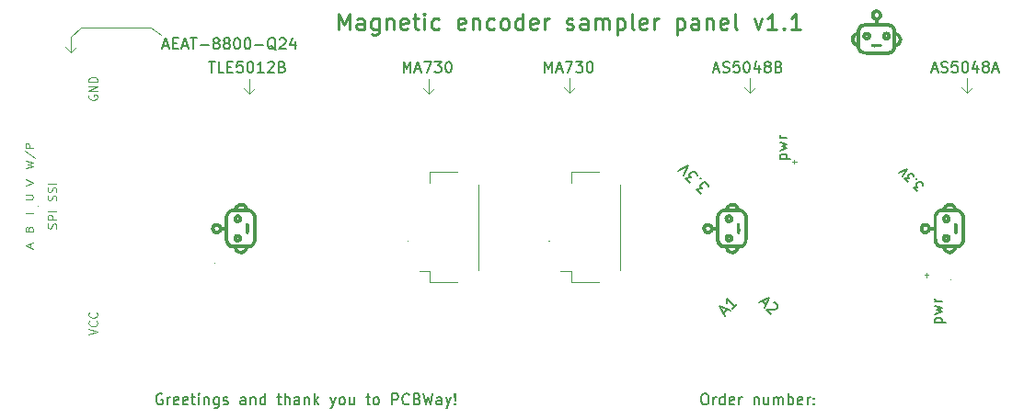
<source format=gto>
G04 #@! TF.GenerationSoftware,KiCad,Pcbnew,(5.1.6-0-10_14)*
G04 #@! TF.CreationDate,2021-04-17T00:03:13+02:00*
G04 #@! TF.ProjectId,Encoder_SPI_Panel_v1_1,456e636f-6465-4725-9f53-50495f50616e,rev?*
G04 #@! TF.SameCoordinates,Original*
G04 #@! TF.FileFunction,Legend,Top*
G04 #@! TF.FilePolarity,Positive*
%FSLAX46Y46*%
G04 Gerber Fmt 4.6, Leading zero omitted, Abs format (unit mm)*
G04 Created by KiCad (PCBNEW (5.1.6-0-10_14)) date 2021-04-17 00:03:13*
%MOMM*%
%LPD*%
G01*
G04 APERTURE LIST*
%ADD10C,0.120000*%
%ADD11C,0.150000*%
%ADD12C,0.250000*%
%ADD13C,0.100000*%
%ADD14C,0.010000*%
G04 APERTURE END LIST*
D10*
X137640000Y-27160000D02*
X137130000Y-26650000D01*
X137640000Y-27160000D02*
X138150000Y-26650000D01*
X137640000Y-25760000D02*
X137640000Y-27160000D01*
X117610000Y-27160000D02*
X117100000Y-26650000D01*
X117610000Y-27160000D02*
X118120000Y-26650000D01*
X117610000Y-25760000D02*
X117610000Y-27160000D01*
X101060000Y-27160000D02*
X100550000Y-26650000D01*
X101060000Y-25760000D02*
X101060000Y-27160000D01*
X101060000Y-27160000D02*
X101570000Y-26650000D01*
X88060000Y-27240000D02*
X87550000Y-26730000D01*
X88060000Y-25840000D02*
X88060000Y-27240000D01*
X88060000Y-27240000D02*
X88570000Y-26730000D01*
X71550000Y-27240000D02*
X72060000Y-26730000D01*
X71550000Y-27240000D02*
X71040000Y-26730000D01*
X71550000Y-25840000D02*
X71550000Y-27240000D01*
X55150000Y-23400000D02*
X54640000Y-22890000D01*
X55150000Y-23400000D02*
X55660000Y-22890000D01*
X55150000Y-22000000D02*
X55150000Y-23400000D01*
X56050000Y-21100000D02*
X55150000Y-22000000D01*
X62500000Y-21100000D02*
X56050000Y-21100000D01*
X63450000Y-21770000D02*
X62500000Y-21100000D01*
D11*
X63565714Y-54910000D02*
X63470476Y-54862380D01*
X63327619Y-54862380D01*
X63184761Y-54910000D01*
X63089523Y-55005238D01*
X63041904Y-55100476D01*
X62994285Y-55290952D01*
X62994285Y-55433809D01*
X63041904Y-55624285D01*
X63089523Y-55719523D01*
X63184761Y-55814761D01*
X63327619Y-55862380D01*
X63422857Y-55862380D01*
X63565714Y-55814761D01*
X63613333Y-55767142D01*
X63613333Y-55433809D01*
X63422857Y-55433809D01*
X64041904Y-55862380D02*
X64041904Y-55195714D01*
X64041904Y-55386190D02*
X64089523Y-55290952D01*
X64137142Y-55243333D01*
X64232380Y-55195714D01*
X64327619Y-55195714D01*
X65041904Y-55814761D02*
X64946666Y-55862380D01*
X64756190Y-55862380D01*
X64660952Y-55814761D01*
X64613333Y-55719523D01*
X64613333Y-55338571D01*
X64660952Y-55243333D01*
X64756190Y-55195714D01*
X64946666Y-55195714D01*
X65041904Y-55243333D01*
X65089523Y-55338571D01*
X65089523Y-55433809D01*
X64613333Y-55529047D01*
X65899047Y-55814761D02*
X65803809Y-55862380D01*
X65613333Y-55862380D01*
X65518095Y-55814761D01*
X65470476Y-55719523D01*
X65470476Y-55338571D01*
X65518095Y-55243333D01*
X65613333Y-55195714D01*
X65803809Y-55195714D01*
X65899047Y-55243333D01*
X65946666Y-55338571D01*
X65946666Y-55433809D01*
X65470476Y-55529047D01*
X66232380Y-55195714D02*
X66613333Y-55195714D01*
X66375238Y-54862380D02*
X66375238Y-55719523D01*
X66422857Y-55814761D01*
X66518095Y-55862380D01*
X66613333Y-55862380D01*
X66946666Y-55862380D02*
X66946666Y-55195714D01*
X66946666Y-54862380D02*
X66899047Y-54910000D01*
X66946666Y-54957619D01*
X66994285Y-54910000D01*
X66946666Y-54862380D01*
X66946666Y-54957619D01*
X67422857Y-55195714D02*
X67422857Y-55862380D01*
X67422857Y-55290952D02*
X67470476Y-55243333D01*
X67565714Y-55195714D01*
X67708571Y-55195714D01*
X67803809Y-55243333D01*
X67851428Y-55338571D01*
X67851428Y-55862380D01*
X68756190Y-55195714D02*
X68756190Y-56005238D01*
X68708571Y-56100476D01*
X68660952Y-56148095D01*
X68565714Y-56195714D01*
X68422857Y-56195714D01*
X68327619Y-56148095D01*
X68756190Y-55814761D02*
X68660952Y-55862380D01*
X68470476Y-55862380D01*
X68375238Y-55814761D01*
X68327619Y-55767142D01*
X68280000Y-55671904D01*
X68280000Y-55386190D01*
X68327619Y-55290952D01*
X68375238Y-55243333D01*
X68470476Y-55195714D01*
X68660952Y-55195714D01*
X68756190Y-55243333D01*
X69184761Y-55814761D02*
X69280000Y-55862380D01*
X69470476Y-55862380D01*
X69565714Y-55814761D01*
X69613333Y-55719523D01*
X69613333Y-55671904D01*
X69565714Y-55576666D01*
X69470476Y-55529047D01*
X69327619Y-55529047D01*
X69232380Y-55481428D01*
X69184761Y-55386190D01*
X69184761Y-55338571D01*
X69232380Y-55243333D01*
X69327619Y-55195714D01*
X69470476Y-55195714D01*
X69565714Y-55243333D01*
X71232380Y-55862380D02*
X71232380Y-55338571D01*
X71184761Y-55243333D01*
X71089523Y-55195714D01*
X70899047Y-55195714D01*
X70803809Y-55243333D01*
X71232380Y-55814761D02*
X71137142Y-55862380D01*
X70899047Y-55862380D01*
X70803809Y-55814761D01*
X70756190Y-55719523D01*
X70756190Y-55624285D01*
X70803809Y-55529047D01*
X70899047Y-55481428D01*
X71137142Y-55481428D01*
X71232380Y-55433809D01*
X71708571Y-55195714D02*
X71708571Y-55862380D01*
X71708571Y-55290952D02*
X71756190Y-55243333D01*
X71851428Y-55195714D01*
X71994285Y-55195714D01*
X72089523Y-55243333D01*
X72137142Y-55338571D01*
X72137142Y-55862380D01*
X73041904Y-55862380D02*
X73041904Y-54862380D01*
X73041904Y-55814761D02*
X72946666Y-55862380D01*
X72756190Y-55862380D01*
X72660952Y-55814761D01*
X72613333Y-55767142D01*
X72565714Y-55671904D01*
X72565714Y-55386190D01*
X72613333Y-55290952D01*
X72660952Y-55243333D01*
X72756190Y-55195714D01*
X72946666Y-55195714D01*
X73041904Y-55243333D01*
X74137142Y-55195714D02*
X74518095Y-55195714D01*
X74280000Y-54862380D02*
X74280000Y-55719523D01*
X74327619Y-55814761D01*
X74422857Y-55862380D01*
X74518095Y-55862380D01*
X74851428Y-55862380D02*
X74851428Y-54862380D01*
X75280000Y-55862380D02*
X75280000Y-55338571D01*
X75232380Y-55243333D01*
X75137142Y-55195714D01*
X74994285Y-55195714D01*
X74899047Y-55243333D01*
X74851428Y-55290952D01*
X76184761Y-55862380D02*
X76184761Y-55338571D01*
X76137142Y-55243333D01*
X76041904Y-55195714D01*
X75851428Y-55195714D01*
X75756190Y-55243333D01*
X76184761Y-55814761D02*
X76089523Y-55862380D01*
X75851428Y-55862380D01*
X75756190Y-55814761D01*
X75708571Y-55719523D01*
X75708571Y-55624285D01*
X75756190Y-55529047D01*
X75851428Y-55481428D01*
X76089523Y-55481428D01*
X76184761Y-55433809D01*
X76660952Y-55195714D02*
X76660952Y-55862380D01*
X76660952Y-55290952D02*
X76708571Y-55243333D01*
X76803809Y-55195714D01*
X76946666Y-55195714D01*
X77041904Y-55243333D01*
X77089523Y-55338571D01*
X77089523Y-55862380D01*
X77565714Y-55862380D02*
X77565714Y-54862380D01*
X77660952Y-55481428D02*
X77946666Y-55862380D01*
X77946666Y-55195714D02*
X77565714Y-55576666D01*
X79041904Y-55195714D02*
X79280000Y-55862380D01*
X79518095Y-55195714D02*
X79280000Y-55862380D01*
X79184761Y-56100476D01*
X79137142Y-56148095D01*
X79041904Y-56195714D01*
X80041904Y-55862380D02*
X79946666Y-55814761D01*
X79899047Y-55767142D01*
X79851428Y-55671904D01*
X79851428Y-55386190D01*
X79899047Y-55290952D01*
X79946666Y-55243333D01*
X80041904Y-55195714D01*
X80184761Y-55195714D01*
X80280000Y-55243333D01*
X80327619Y-55290952D01*
X80375238Y-55386190D01*
X80375238Y-55671904D01*
X80327619Y-55767142D01*
X80280000Y-55814761D01*
X80184761Y-55862380D01*
X80041904Y-55862380D01*
X81232380Y-55195714D02*
X81232380Y-55862380D01*
X80803809Y-55195714D02*
X80803809Y-55719523D01*
X80851428Y-55814761D01*
X80946666Y-55862380D01*
X81089523Y-55862380D01*
X81184761Y-55814761D01*
X81232380Y-55767142D01*
X82327619Y-55195714D02*
X82708571Y-55195714D01*
X82470476Y-54862380D02*
X82470476Y-55719523D01*
X82518095Y-55814761D01*
X82613333Y-55862380D01*
X82708571Y-55862380D01*
X83184761Y-55862380D02*
X83089523Y-55814761D01*
X83041904Y-55767142D01*
X82994285Y-55671904D01*
X82994285Y-55386190D01*
X83041904Y-55290952D01*
X83089523Y-55243333D01*
X83184761Y-55195714D01*
X83327619Y-55195714D01*
X83422857Y-55243333D01*
X83470476Y-55290952D01*
X83518095Y-55386190D01*
X83518095Y-55671904D01*
X83470476Y-55767142D01*
X83422857Y-55814761D01*
X83327619Y-55862380D01*
X83184761Y-55862380D01*
X84708571Y-55862380D02*
X84708571Y-54862380D01*
X85089523Y-54862380D01*
X85184761Y-54910000D01*
X85232380Y-54957619D01*
X85279999Y-55052857D01*
X85279999Y-55195714D01*
X85232380Y-55290952D01*
X85184761Y-55338571D01*
X85089523Y-55386190D01*
X84708571Y-55386190D01*
X86279999Y-55767142D02*
X86232380Y-55814761D01*
X86089523Y-55862380D01*
X85994285Y-55862380D01*
X85851428Y-55814761D01*
X85756190Y-55719523D01*
X85708571Y-55624285D01*
X85660952Y-55433809D01*
X85660952Y-55290952D01*
X85708571Y-55100476D01*
X85756190Y-55005238D01*
X85851428Y-54910000D01*
X85994285Y-54862380D01*
X86089523Y-54862380D01*
X86232380Y-54910000D01*
X86279999Y-54957619D01*
X87041904Y-55338571D02*
X87184761Y-55386190D01*
X87232380Y-55433809D01*
X87279999Y-55529047D01*
X87279999Y-55671904D01*
X87232380Y-55767142D01*
X87184761Y-55814761D01*
X87089523Y-55862380D01*
X86708571Y-55862380D01*
X86708571Y-54862380D01*
X87041904Y-54862380D01*
X87137142Y-54910000D01*
X87184761Y-54957619D01*
X87232380Y-55052857D01*
X87232380Y-55148095D01*
X87184761Y-55243333D01*
X87137142Y-55290952D01*
X87041904Y-55338571D01*
X86708571Y-55338571D01*
X87613333Y-54862380D02*
X87851428Y-55862380D01*
X88041904Y-55148095D01*
X88232380Y-55862380D01*
X88470476Y-54862380D01*
X89279999Y-55862380D02*
X89279999Y-55338571D01*
X89232380Y-55243333D01*
X89137142Y-55195714D01*
X88946666Y-55195714D01*
X88851428Y-55243333D01*
X89279999Y-55814761D02*
X89184761Y-55862380D01*
X88946666Y-55862380D01*
X88851428Y-55814761D01*
X88803809Y-55719523D01*
X88803809Y-55624285D01*
X88851428Y-55529047D01*
X88946666Y-55481428D01*
X89184761Y-55481428D01*
X89279999Y-55433809D01*
X89660952Y-55195714D02*
X89899047Y-55862380D01*
X90137142Y-55195714D02*
X89899047Y-55862380D01*
X89803809Y-56100476D01*
X89756190Y-56148095D01*
X89660952Y-56195714D01*
X90518095Y-55767142D02*
X90565714Y-55814761D01*
X90518095Y-55862380D01*
X90470476Y-55814761D01*
X90518095Y-55767142D01*
X90518095Y-55862380D01*
X90518095Y-55481428D02*
X90470476Y-54910000D01*
X90518095Y-54862380D01*
X90565714Y-54910000D01*
X90518095Y-55481428D01*
X90518095Y-54862380D01*
X113413809Y-54862380D02*
X113604285Y-54862380D01*
X113699523Y-54910000D01*
X113794761Y-55005238D01*
X113842380Y-55195714D01*
X113842380Y-55529047D01*
X113794761Y-55719523D01*
X113699523Y-55814761D01*
X113604285Y-55862380D01*
X113413809Y-55862380D01*
X113318571Y-55814761D01*
X113223333Y-55719523D01*
X113175714Y-55529047D01*
X113175714Y-55195714D01*
X113223333Y-55005238D01*
X113318571Y-54910000D01*
X113413809Y-54862380D01*
X114270952Y-55862380D02*
X114270952Y-55195714D01*
X114270952Y-55386190D02*
X114318571Y-55290952D01*
X114366190Y-55243333D01*
X114461428Y-55195714D01*
X114556666Y-55195714D01*
X115318571Y-55862380D02*
X115318571Y-54862380D01*
X115318571Y-55814761D02*
X115223333Y-55862380D01*
X115032857Y-55862380D01*
X114937619Y-55814761D01*
X114890000Y-55767142D01*
X114842380Y-55671904D01*
X114842380Y-55386190D01*
X114890000Y-55290952D01*
X114937619Y-55243333D01*
X115032857Y-55195714D01*
X115223333Y-55195714D01*
X115318571Y-55243333D01*
X116175714Y-55814761D02*
X116080476Y-55862380D01*
X115890000Y-55862380D01*
X115794761Y-55814761D01*
X115747142Y-55719523D01*
X115747142Y-55338571D01*
X115794761Y-55243333D01*
X115890000Y-55195714D01*
X116080476Y-55195714D01*
X116175714Y-55243333D01*
X116223333Y-55338571D01*
X116223333Y-55433809D01*
X115747142Y-55529047D01*
X116651904Y-55862380D02*
X116651904Y-55195714D01*
X116651904Y-55386190D02*
X116699523Y-55290952D01*
X116747142Y-55243333D01*
X116842380Y-55195714D01*
X116937619Y-55195714D01*
X118032857Y-55195714D02*
X118032857Y-55862380D01*
X118032857Y-55290952D02*
X118080476Y-55243333D01*
X118175714Y-55195714D01*
X118318571Y-55195714D01*
X118413809Y-55243333D01*
X118461428Y-55338571D01*
X118461428Y-55862380D01*
X119366190Y-55195714D02*
X119366190Y-55862380D01*
X118937619Y-55195714D02*
X118937619Y-55719523D01*
X118985238Y-55814761D01*
X119080476Y-55862380D01*
X119223333Y-55862380D01*
X119318571Y-55814761D01*
X119366190Y-55767142D01*
X119842380Y-55862380D02*
X119842380Y-55195714D01*
X119842380Y-55290952D02*
X119890000Y-55243333D01*
X119985238Y-55195714D01*
X120128095Y-55195714D01*
X120223333Y-55243333D01*
X120270952Y-55338571D01*
X120270952Y-55862380D01*
X120270952Y-55338571D02*
X120318571Y-55243333D01*
X120413809Y-55195714D01*
X120556666Y-55195714D01*
X120651904Y-55243333D01*
X120699523Y-55338571D01*
X120699523Y-55862380D01*
X121175714Y-55862380D02*
X121175714Y-54862380D01*
X121175714Y-55243333D02*
X121270952Y-55195714D01*
X121461428Y-55195714D01*
X121556666Y-55243333D01*
X121604285Y-55290952D01*
X121651904Y-55386190D01*
X121651904Y-55671904D01*
X121604285Y-55767142D01*
X121556666Y-55814761D01*
X121461428Y-55862380D01*
X121270952Y-55862380D01*
X121175714Y-55814761D01*
X122461428Y-55814761D02*
X122366190Y-55862380D01*
X122175714Y-55862380D01*
X122080476Y-55814761D01*
X122032857Y-55719523D01*
X122032857Y-55338571D01*
X122080476Y-55243333D01*
X122175714Y-55195714D01*
X122366190Y-55195714D01*
X122461428Y-55243333D01*
X122509047Y-55338571D01*
X122509047Y-55433809D01*
X122032857Y-55529047D01*
X122937619Y-55862380D02*
X122937619Y-55195714D01*
X122937619Y-55386190D02*
X122985238Y-55290952D01*
X123032857Y-55243333D01*
X123128095Y-55195714D01*
X123223333Y-55195714D01*
X123556666Y-55767142D02*
X123604285Y-55814761D01*
X123556666Y-55862380D01*
X123509047Y-55814761D01*
X123556666Y-55767142D01*
X123556666Y-55862380D01*
X123556666Y-55243333D02*
X123604285Y-55290952D01*
X123556666Y-55338571D01*
X123509047Y-55290952D01*
X123556666Y-55243333D01*
X123556666Y-55338571D01*
D12*
X79769642Y-21318571D02*
X79769642Y-19818571D01*
X80269642Y-20890000D01*
X80769642Y-19818571D01*
X80769642Y-21318571D01*
X82126785Y-21318571D02*
X82126785Y-20532857D01*
X82055357Y-20390000D01*
X81912500Y-20318571D01*
X81626785Y-20318571D01*
X81483928Y-20390000D01*
X82126785Y-21247142D02*
X81983928Y-21318571D01*
X81626785Y-21318571D01*
X81483928Y-21247142D01*
X81412500Y-21104285D01*
X81412500Y-20961428D01*
X81483928Y-20818571D01*
X81626785Y-20747142D01*
X81983928Y-20747142D01*
X82126785Y-20675714D01*
X83483928Y-20318571D02*
X83483928Y-21532857D01*
X83412500Y-21675714D01*
X83341071Y-21747142D01*
X83198214Y-21818571D01*
X82983928Y-21818571D01*
X82841071Y-21747142D01*
X83483928Y-21247142D02*
X83341071Y-21318571D01*
X83055357Y-21318571D01*
X82912500Y-21247142D01*
X82841071Y-21175714D01*
X82769642Y-21032857D01*
X82769642Y-20604285D01*
X82841071Y-20461428D01*
X82912500Y-20390000D01*
X83055357Y-20318571D01*
X83341071Y-20318571D01*
X83483928Y-20390000D01*
X84198214Y-20318571D02*
X84198214Y-21318571D01*
X84198214Y-20461428D02*
X84269642Y-20390000D01*
X84412500Y-20318571D01*
X84626785Y-20318571D01*
X84769642Y-20390000D01*
X84841071Y-20532857D01*
X84841071Y-21318571D01*
X86126785Y-21247142D02*
X85983928Y-21318571D01*
X85698214Y-21318571D01*
X85555357Y-21247142D01*
X85483928Y-21104285D01*
X85483928Y-20532857D01*
X85555357Y-20390000D01*
X85698214Y-20318571D01*
X85983928Y-20318571D01*
X86126785Y-20390000D01*
X86198214Y-20532857D01*
X86198214Y-20675714D01*
X85483928Y-20818571D01*
X86626785Y-20318571D02*
X87198214Y-20318571D01*
X86841071Y-19818571D02*
X86841071Y-21104285D01*
X86912500Y-21247142D01*
X87055357Y-21318571D01*
X87198214Y-21318571D01*
X87698214Y-21318571D02*
X87698214Y-20318571D01*
X87698214Y-19818571D02*
X87626785Y-19890000D01*
X87698214Y-19961428D01*
X87769642Y-19890000D01*
X87698214Y-19818571D01*
X87698214Y-19961428D01*
X89055357Y-21247142D02*
X88912500Y-21318571D01*
X88626785Y-21318571D01*
X88483928Y-21247142D01*
X88412500Y-21175714D01*
X88341071Y-21032857D01*
X88341071Y-20604285D01*
X88412500Y-20461428D01*
X88483928Y-20390000D01*
X88626785Y-20318571D01*
X88912500Y-20318571D01*
X89055357Y-20390000D01*
X91412500Y-21247142D02*
X91269642Y-21318571D01*
X90983928Y-21318571D01*
X90841071Y-21247142D01*
X90769642Y-21104285D01*
X90769642Y-20532857D01*
X90841071Y-20390000D01*
X90983928Y-20318571D01*
X91269642Y-20318571D01*
X91412500Y-20390000D01*
X91483928Y-20532857D01*
X91483928Y-20675714D01*
X90769642Y-20818571D01*
X92126785Y-20318571D02*
X92126785Y-21318571D01*
X92126785Y-20461428D02*
X92198214Y-20390000D01*
X92341071Y-20318571D01*
X92555357Y-20318571D01*
X92698214Y-20390000D01*
X92769642Y-20532857D01*
X92769642Y-21318571D01*
X94126785Y-21247142D02*
X93983928Y-21318571D01*
X93698214Y-21318571D01*
X93555357Y-21247142D01*
X93483928Y-21175714D01*
X93412500Y-21032857D01*
X93412500Y-20604285D01*
X93483928Y-20461428D01*
X93555357Y-20390000D01*
X93698214Y-20318571D01*
X93983928Y-20318571D01*
X94126785Y-20390000D01*
X94983928Y-21318571D02*
X94841071Y-21247142D01*
X94769642Y-21175714D01*
X94698214Y-21032857D01*
X94698214Y-20604285D01*
X94769642Y-20461428D01*
X94841071Y-20390000D01*
X94983928Y-20318571D01*
X95198214Y-20318571D01*
X95341071Y-20390000D01*
X95412500Y-20461428D01*
X95483928Y-20604285D01*
X95483928Y-21032857D01*
X95412500Y-21175714D01*
X95341071Y-21247142D01*
X95198214Y-21318571D01*
X94983928Y-21318571D01*
X96769642Y-21318571D02*
X96769642Y-19818571D01*
X96769642Y-21247142D02*
X96626785Y-21318571D01*
X96341071Y-21318571D01*
X96198214Y-21247142D01*
X96126785Y-21175714D01*
X96055357Y-21032857D01*
X96055357Y-20604285D01*
X96126785Y-20461428D01*
X96198214Y-20390000D01*
X96341071Y-20318571D01*
X96626785Y-20318571D01*
X96769642Y-20390000D01*
X98055357Y-21247142D02*
X97912500Y-21318571D01*
X97626785Y-21318571D01*
X97483928Y-21247142D01*
X97412500Y-21104285D01*
X97412500Y-20532857D01*
X97483928Y-20390000D01*
X97626785Y-20318571D01*
X97912500Y-20318571D01*
X98055357Y-20390000D01*
X98126785Y-20532857D01*
X98126785Y-20675714D01*
X97412500Y-20818571D01*
X98769642Y-21318571D02*
X98769642Y-20318571D01*
X98769642Y-20604285D02*
X98841071Y-20461428D01*
X98912500Y-20390000D01*
X99055357Y-20318571D01*
X99198214Y-20318571D01*
X100769642Y-21247142D02*
X100912500Y-21318571D01*
X101198214Y-21318571D01*
X101341071Y-21247142D01*
X101412500Y-21104285D01*
X101412500Y-21032857D01*
X101341071Y-20890000D01*
X101198214Y-20818571D01*
X100983928Y-20818571D01*
X100841071Y-20747142D01*
X100769642Y-20604285D01*
X100769642Y-20532857D01*
X100841071Y-20390000D01*
X100983928Y-20318571D01*
X101198214Y-20318571D01*
X101341071Y-20390000D01*
X102698214Y-21318571D02*
X102698214Y-20532857D01*
X102626785Y-20390000D01*
X102483928Y-20318571D01*
X102198214Y-20318571D01*
X102055357Y-20390000D01*
X102698214Y-21247142D02*
X102555357Y-21318571D01*
X102198214Y-21318571D01*
X102055357Y-21247142D01*
X101983928Y-21104285D01*
X101983928Y-20961428D01*
X102055357Y-20818571D01*
X102198214Y-20747142D01*
X102555357Y-20747142D01*
X102698214Y-20675714D01*
X103412500Y-21318571D02*
X103412500Y-20318571D01*
X103412500Y-20461428D02*
X103483928Y-20390000D01*
X103626785Y-20318571D01*
X103841071Y-20318571D01*
X103983928Y-20390000D01*
X104055357Y-20532857D01*
X104055357Y-21318571D01*
X104055357Y-20532857D02*
X104126785Y-20390000D01*
X104269642Y-20318571D01*
X104483928Y-20318571D01*
X104626785Y-20390000D01*
X104698214Y-20532857D01*
X104698214Y-21318571D01*
X105412500Y-20318571D02*
X105412500Y-21818571D01*
X105412500Y-20390000D02*
X105555357Y-20318571D01*
X105841071Y-20318571D01*
X105983928Y-20390000D01*
X106055357Y-20461428D01*
X106126785Y-20604285D01*
X106126785Y-21032857D01*
X106055357Y-21175714D01*
X105983928Y-21247142D01*
X105841071Y-21318571D01*
X105555357Y-21318571D01*
X105412500Y-21247142D01*
X106983928Y-21318571D02*
X106841071Y-21247142D01*
X106769642Y-21104285D01*
X106769642Y-19818571D01*
X108126785Y-21247142D02*
X107983928Y-21318571D01*
X107698214Y-21318571D01*
X107555357Y-21247142D01*
X107483928Y-21104285D01*
X107483928Y-20532857D01*
X107555357Y-20390000D01*
X107698214Y-20318571D01*
X107983928Y-20318571D01*
X108126785Y-20390000D01*
X108198214Y-20532857D01*
X108198214Y-20675714D01*
X107483928Y-20818571D01*
X108841071Y-21318571D02*
X108841071Y-20318571D01*
X108841071Y-20604285D02*
X108912500Y-20461428D01*
X108983928Y-20390000D01*
X109126785Y-20318571D01*
X109269642Y-20318571D01*
X110912500Y-20318571D02*
X110912500Y-21818571D01*
X110912500Y-20390000D02*
X111055357Y-20318571D01*
X111341071Y-20318571D01*
X111483928Y-20390000D01*
X111555357Y-20461428D01*
X111626785Y-20604285D01*
X111626785Y-21032857D01*
X111555357Y-21175714D01*
X111483928Y-21247142D01*
X111341071Y-21318571D01*
X111055357Y-21318571D01*
X110912500Y-21247142D01*
X112912500Y-21318571D02*
X112912500Y-20532857D01*
X112841071Y-20390000D01*
X112698214Y-20318571D01*
X112412500Y-20318571D01*
X112269642Y-20390000D01*
X112912500Y-21247142D02*
X112769642Y-21318571D01*
X112412500Y-21318571D01*
X112269642Y-21247142D01*
X112198214Y-21104285D01*
X112198214Y-20961428D01*
X112269642Y-20818571D01*
X112412500Y-20747142D01*
X112769642Y-20747142D01*
X112912500Y-20675714D01*
X113626785Y-20318571D02*
X113626785Y-21318571D01*
X113626785Y-20461428D02*
X113698214Y-20390000D01*
X113841071Y-20318571D01*
X114055357Y-20318571D01*
X114198214Y-20390000D01*
X114269642Y-20532857D01*
X114269642Y-21318571D01*
X115555357Y-21247142D02*
X115412500Y-21318571D01*
X115126785Y-21318571D01*
X114983928Y-21247142D01*
X114912500Y-21104285D01*
X114912500Y-20532857D01*
X114983928Y-20390000D01*
X115126785Y-20318571D01*
X115412500Y-20318571D01*
X115555357Y-20390000D01*
X115626785Y-20532857D01*
X115626785Y-20675714D01*
X114912500Y-20818571D01*
X116483928Y-21318571D02*
X116341071Y-21247142D01*
X116269642Y-21104285D01*
X116269642Y-19818571D01*
X118055357Y-20318571D02*
X118412500Y-21318571D01*
X118769642Y-20318571D01*
X120126785Y-21318571D02*
X119269642Y-21318571D01*
X119698214Y-21318571D02*
X119698214Y-19818571D01*
X119555357Y-20032857D01*
X119412500Y-20175714D01*
X119269642Y-20247142D01*
X120769642Y-21175714D02*
X120841071Y-21247142D01*
X120769642Y-21318571D01*
X120698214Y-21247142D01*
X120769642Y-21175714D01*
X120769642Y-21318571D01*
X122269642Y-21318571D02*
X121412500Y-21318571D01*
X121841071Y-21318571D02*
X121841071Y-19818571D01*
X121698214Y-20032857D01*
X121555357Y-20175714D01*
X121412500Y-20247142D01*
D11*
X63650952Y-22806666D02*
X64127142Y-22806666D01*
X63555714Y-23092380D02*
X63889047Y-22092380D01*
X64222380Y-23092380D01*
X64555714Y-22568571D02*
X64889047Y-22568571D01*
X65031904Y-23092380D02*
X64555714Y-23092380D01*
X64555714Y-22092380D01*
X65031904Y-22092380D01*
X65412857Y-22806666D02*
X65889047Y-22806666D01*
X65317619Y-23092380D02*
X65650952Y-22092380D01*
X65984285Y-23092380D01*
X66174761Y-22092380D02*
X66746190Y-22092380D01*
X66460476Y-23092380D02*
X66460476Y-22092380D01*
X67079523Y-22711428D02*
X67841428Y-22711428D01*
X68460476Y-22520952D02*
X68365238Y-22473333D01*
X68317619Y-22425714D01*
X68270000Y-22330476D01*
X68270000Y-22282857D01*
X68317619Y-22187619D01*
X68365238Y-22140000D01*
X68460476Y-22092380D01*
X68650952Y-22092380D01*
X68746190Y-22140000D01*
X68793809Y-22187619D01*
X68841428Y-22282857D01*
X68841428Y-22330476D01*
X68793809Y-22425714D01*
X68746190Y-22473333D01*
X68650952Y-22520952D01*
X68460476Y-22520952D01*
X68365238Y-22568571D01*
X68317619Y-22616190D01*
X68270000Y-22711428D01*
X68270000Y-22901904D01*
X68317619Y-22997142D01*
X68365238Y-23044761D01*
X68460476Y-23092380D01*
X68650952Y-23092380D01*
X68746190Y-23044761D01*
X68793809Y-22997142D01*
X68841428Y-22901904D01*
X68841428Y-22711428D01*
X68793809Y-22616190D01*
X68746190Y-22568571D01*
X68650952Y-22520952D01*
X69412857Y-22520952D02*
X69317619Y-22473333D01*
X69270000Y-22425714D01*
X69222380Y-22330476D01*
X69222380Y-22282857D01*
X69270000Y-22187619D01*
X69317619Y-22140000D01*
X69412857Y-22092380D01*
X69603333Y-22092380D01*
X69698571Y-22140000D01*
X69746190Y-22187619D01*
X69793809Y-22282857D01*
X69793809Y-22330476D01*
X69746190Y-22425714D01*
X69698571Y-22473333D01*
X69603333Y-22520952D01*
X69412857Y-22520952D01*
X69317619Y-22568571D01*
X69270000Y-22616190D01*
X69222380Y-22711428D01*
X69222380Y-22901904D01*
X69270000Y-22997142D01*
X69317619Y-23044761D01*
X69412857Y-23092380D01*
X69603333Y-23092380D01*
X69698571Y-23044761D01*
X69746190Y-22997142D01*
X69793809Y-22901904D01*
X69793809Y-22711428D01*
X69746190Y-22616190D01*
X69698571Y-22568571D01*
X69603333Y-22520952D01*
X70412857Y-22092380D02*
X70508095Y-22092380D01*
X70603333Y-22140000D01*
X70650952Y-22187619D01*
X70698571Y-22282857D01*
X70746190Y-22473333D01*
X70746190Y-22711428D01*
X70698571Y-22901904D01*
X70650952Y-22997142D01*
X70603333Y-23044761D01*
X70508095Y-23092380D01*
X70412857Y-23092380D01*
X70317619Y-23044761D01*
X70270000Y-22997142D01*
X70222380Y-22901904D01*
X70174761Y-22711428D01*
X70174761Y-22473333D01*
X70222380Y-22282857D01*
X70270000Y-22187619D01*
X70317619Y-22140000D01*
X70412857Y-22092380D01*
X71365238Y-22092380D02*
X71460476Y-22092380D01*
X71555714Y-22140000D01*
X71603333Y-22187619D01*
X71650952Y-22282857D01*
X71698571Y-22473333D01*
X71698571Y-22711428D01*
X71650952Y-22901904D01*
X71603333Y-22997142D01*
X71555714Y-23044761D01*
X71460476Y-23092380D01*
X71365238Y-23092380D01*
X71270000Y-23044761D01*
X71222380Y-22997142D01*
X71174761Y-22901904D01*
X71127142Y-22711428D01*
X71127142Y-22473333D01*
X71174761Y-22282857D01*
X71222380Y-22187619D01*
X71270000Y-22140000D01*
X71365238Y-22092380D01*
X72127142Y-22711428D02*
X72889047Y-22711428D01*
X74031904Y-23187619D02*
X73936666Y-23140000D01*
X73841428Y-23044761D01*
X73698571Y-22901904D01*
X73603333Y-22854285D01*
X73508095Y-22854285D01*
X73555714Y-23092380D02*
X73460476Y-23044761D01*
X73365238Y-22949523D01*
X73317619Y-22759047D01*
X73317619Y-22425714D01*
X73365238Y-22235238D01*
X73460476Y-22140000D01*
X73555714Y-22092380D01*
X73746190Y-22092380D01*
X73841428Y-22140000D01*
X73936666Y-22235238D01*
X73984285Y-22425714D01*
X73984285Y-22759047D01*
X73936666Y-22949523D01*
X73841428Y-23044761D01*
X73746190Y-23092380D01*
X73555714Y-23092380D01*
X74365238Y-22187619D02*
X74412857Y-22140000D01*
X74508095Y-22092380D01*
X74746190Y-22092380D01*
X74841428Y-22140000D01*
X74889047Y-22187619D01*
X74936666Y-22282857D01*
X74936666Y-22378095D01*
X74889047Y-22520952D01*
X74317619Y-23092380D01*
X74936666Y-23092380D01*
X75793809Y-22425714D02*
X75793809Y-23092380D01*
X75555714Y-22044761D02*
X75317619Y-22759047D01*
X75936666Y-22759047D01*
X67862380Y-24252380D02*
X68433809Y-24252380D01*
X68148095Y-25252380D02*
X68148095Y-24252380D01*
X69243333Y-25252380D02*
X68767142Y-25252380D01*
X68767142Y-24252380D01*
X69576666Y-24728571D02*
X69910000Y-24728571D01*
X70052857Y-25252380D02*
X69576666Y-25252380D01*
X69576666Y-24252380D01*
X70052857Y-24252380D01*
X70957619Y-24252380D02*
X70481428Y-24252380D01*
X70433809Y-24728571D01*
X70481428Y-24680952D01*
X70576666Y-24633333D01*
X70814761Y-24633333D01*
X70910000Y-24680952D01*
X70957619Y-24728571D01*
X71005238Y-24823809D01*
X71005238Y-25061904D01*
X70957619Y-25157142D01*
X70910000Y-25204761D01*
X70814761Y-25252380D01*
X70576666Y-25252380D01*
X70481428Y-25204761D01*
X70433809Y-25157142D01*
X71624285Y-24252380D02*
X71719523Y-24252380D01*
X71814761Y-24300000D01*
X71862380Y-24347619D01*
X71910000Y-24442857D01*
X71957619Y-24633333D01*
X71957619Y-24871428D01*
X71910000Y-25061904D01*
X71862380Y-25157142D01*
X71814761Y-25204761D01*
X71719523Y-25252380D01*
X71624285Y-25252380D01*
X71529047Y-25204761D01*
X71481428Y-25157142D01*
X71433809Y-25061904D01*
X71386190Y-24871428D01*
X71386190Y-24633333D01*
X71433809Y-24442857D01*
X71481428Y-24347619D01*
X71529047Y-24300000D01*
X71624285Y-24252380D01*
X72910000Y-25252380D02*
X72338571Y-25252380D01*
X72624285Y-25252380D02*
X72624285Y-24252380D01*
X72529047Y-24395238D01*
X72433809Y-24490476D01*
X72338571Y-24538095D01*
X73290952Y-24347619D02*
X73338571Y-24300000D01*
X73433809Y-24252380D01*
X73671904Y-24252380D01*
X73767142Y-24300000D01*
X73814761Y-24347619D01*
X73862380Y-24442857D01*
X73862380Y-24538095D01*
X73814761Y-24680952D01*
X73243333Y-25252380D01*
X73862380Y-25252380D01*
X74624285Y-24728571D02*
X74767142Y-24776190D01*
X74814761Y-24823809D01*
X74862380Y-24919047D01*
X74862380Y-25061904D01*
X74814761Y-25157142D01*
X74767142Y-25204761D01*
X74671904Y-25252380D01*
X74290952Y-25252380D01*
X74290952Y-24252380D01*
X74624285Y-24252380D01*
X74719523Y-24300000D01*
X74767142Y-24347619D01*
X74814761Y-24442857D01*
X74814761Y-24538095D01*
X74767142Y-24633333D01*
X74719523Y-24680952D01*
X74624285Y-24728571D01*
X74290952Y-24728571D01*
X85769523Y-25252380D02*
X85769523Y-24252380D01*
X86102857Y-24966666D01*
X86436190Y-24252380D01*
X86436190Y-25252380D01*
X86864761Y-24966666D02*
X87340952Y-24966666D01*
X86769523Y-25252380D02*
X87102857Y-24252380D01*
X87436190Y-25252380D01*
X87674285Y-24252380D02*
X88340952Y-24252380D01*
X87912380Y-25252380D01*
X88626666Y-24252380D02*
X89245714Y-24252380D01*
X88912380Y-24633333D01*
X89055238Y-24633333D01*
X89150476Y-24680952D01*
X89198095Y-24728571D01*
X89245714Y-24823809D01*
X89245714Y-25061904D01*
X89198095Y-25157142D01*
X89150476Y-25204761D01*
X89055238Y-25252380D01*
X88769523Y-25252380D01*
X88674285Y-25204761D01*
X88626666Y-25157142D01*
X89864761Y-24252380D02*
X89960000Y-24252380D01*
X90055238Y-24300000D01*
X90102857Y-24347619D01*
X90150476Y-24442857D01*
X90198095Y-24633333D01*
X90198095Y-24871428D01*
X90150476Y-25061904D01*
X90102857Y-25157142D01*
X90055238Y-25204761D01*
X89960000Y-25252380D01*
X89864761Y-25252380D01*
X89769523Y-25204761D01*
X89721904Y-25157142D01*
X89674285Y-25061904D01*
X89626666Y-24871428D01*
X89626666Y-24633333D01*
X89674285Y-24442857D01*
X89721904Y-24347619D01*
X89769523Y-24300000D01*
X89864761Y-24252380D01*
X98769523Y-25252380D02*
X98769523Y-24252380D01*
X99102857Y-24966666D01*
X99436190Y-24252380D01*
X99436190Y-25252380D01*
X99864761Y-24966666D02*
X100340952Y-24966666D01*
X99769523Y-25252380D02*
X100102857Y-24252380D01*
X100436190Y-25252380D01*
X100674285Y-24252380D02*
X101340952Y-24252380D01*
X100912380Y-25252380D01*
X101626666Y-24252380D02*
X102245714Y-24252380D01*
X101912380Y-24633333D01*
X102055238Y-24633333D01*
X102150476Y-24680952D01*
X102198095Y-24728571D01*
X102245714Y-24823809D01*
X102245714Y-25061904D01*
X102198095Y-25157142D01*
X102150476Y-25204761D01*
X102055238Y-25252380D01*
X101769523Y-25252380D01*
X101674285Y-25204761D01*
X101626666Y-25157142D01*
X102864761Y-24252380D02*
X102960000Y-24252380D01*
X103055238Y-24300000D01*
X103102857Y-24347619D01*
X103150476Y-24442857D01*
X103198095Y-24633333D01*
X103198095Y-24871428D01*
X103150476Y-25061904D01*
X103102857Y-25157142D01*
X103055238Y-25204761D01*
X102960000Y-25252380D01*
X102864761Y-25252380D01*
X102769523Y-25204761D01*
X102721904Y-25157142D01*
X102674285Y-25061904D01*
X102626666Y-24871428D01*
X102626666Y-24633333D01*
X102674285Y-24442857D01*
X102721904Y-24347619D01*
X102769523Y-24300000D01*
X102864761Y-24252380D01*
X114310952Y-24966666D02*
X114787142Y-24966666D01*
X114215714Y-25252380D02*
X114549047Y-24252380D01*
X114882380Y-25252380D01*
X115168095Y-25204761D02*
X115310952Y-25252380D01*
X115549047Y-25252380D01*
X115644285Y-25204761D01*
X115691904Y-25157142D01*
X115739523Y-25061904D01*
X115739523Y-24966666D01*
X115691904Y-24871428D01*
X115644285Y-24823809D01*
X115549047Y-24776190D01*
X115358571Y-24728571D01*
X115263333Y-24680952D01*
X115215714Y-24633333D01*
X115168095Y-24538095D01*
X115168095Y-24442857D01*
X115215714Y-24347619D01*
X115263333Y-24300000D01*
X115358571Y-24252380D01*
X115596666Y-24252380D01*
X115739523Y-24300000D01*
X116644285Y-24252380D02*
X116168095Y-24252380D01*
X116120476Y-24728571D01*
X116168095Y-24680952D01*
X116263333Y-24633333D01*
X116501428Y-24633333D01*
X116596666Y-24680952D01*
X116644285Y-24728571D01*
X116691904Y-24823809D01*
X116691904Y-25061904D01*
X116644285Y-25157142D01*
X116596666Y-25204761D01*
X116501428Y-25252380D01*
X116263333Y-25252380D01*
X116168095Y-25204761D01*
X116120476Y-25157142D01*
X117310952Y-24252380D02*
X117406190Y-24252380D01*
X117501428Y-24300000D01*
X117549047Y-24347619D01*
X117596666Y-24442857D01*
X117644285Y-24633333D01*
X117644285Y-24871428D01*
X117596666Y-25061904D01*
X117549047Y-25157142D01*
X117501428Y-25204761D01*
X117406190Y-25252380D01*
X117310952Y-25252380D01*
X117215714Y-25204761D01*
X117168095Y-25157142D01*
X117120476Y-25061904D01*
X117072857Y-24871428D01*
X117072857Y-24633333D01*
X117120476Y-24442857D01*
X117168095Y-24347619D01*
X117215714Y-24300000D01*
X117310952Y-24252380D01*
X118501428Y-24585714D02*
X118501428Y-25252380D01*
X118263333Y-24204761D02*
X118025238Y-24919047D01*
X118644285Y-24919047D01*
X119168095Y-24680952D02*
X119072857Y-24633333D01*
X119025238Y-24585714D01*
X118977619Y-24490476D01*
X118977619Y-24442857D01*
X119025238Y-24347619D01*
X119072857Y-24300000D01*
X119168095Y-24252380D01*
X119358571Y-24252380D01*
X119453809Y-24300000D01*
X119501428Y-24347619D01*
X119549047Y-24442857D01*
X119549047Y-24490476D01*
X119501428Y-24585714D01*
X119453809Y-24633333D01*
X119358571Y-24680952D01*
X119168095Y-24680952D01*
X119072857Y-24728571D01*
X119025238Y-24776190D01*
X118977619Y-24871428D01*
X118977619Y-25061904D01*
X119025238Y-25157142D01*
X119072857Y-25204761D01*
X119168095Y-25252380D01*
X119358571Y-25252380D01*
X119453809Y-25204761D01*
X119501428Y-25157142D01*
X119549047Y-25061904D01*
X119549047Y-24871428D01*
X119501428Y-24776190D01*
X119453809Y-24728571D01*
X119358571Y-24680952D01*
X120310952Y-24728571D02*
X120453809Y-24776190D01*
X120501428Y-24823809D01*
X120549047Y-24919047D01*
X120549047Y-25061904D01*
X120501428Y-25157142D01*
X120453809Y-25204761D01*
X120358571Y-25252380D01*
X119977619Y-25252380D01*
X119977619Y-24252380D01*
X120310952Y-24252380D01*
X120406190Y-24300000D01*
X120453809Y-24347619D01*
X120501428Y-24442857D01*
X120501428Y-24538095D01*
X120453809Y-24633333D01*
X120406190Y-24680952D01*
X120310952Y-24728571D01*
X119977619Y-24728571D01*
X134402380Y-24966666D02*
X134878571Y-24966666D01*
X134307142Y-25252380D02*
X134640476Y-24252380D01*
X134973809Y-25252380D01*
X135259523Y-25204761D02*
X135402380Y-25252380D01*
X135640476Y-25252380D01*
X135735714Y-25204761D01*
X135783333Y-25157142D01*
X135830952Y-25061904D01*
X135830952Y-24966666D01*
X135783333Y-24871428D01*
X135735714Y-24823809D01*
X135640476Y-24776190D01*
X135450000Y-24728571D01*
X135354761Y-24680952D01*
X135307142Y-24633333D01*
X135259523Y-24538095D01*
X135259523Y-24442857D01*
X135307142Y-24347619D01*
X135354761Y-24300000D01*
X135450000Y-24252380D01*
X135688095Y-24252380D01*
X135830952Y-24300000D01*
X136735714Y-24252380D02*
X136259523Y-24252380D01*
X136211904Y-24728571D01*
X136259523Y-24680952D01*
X136354761Y-24633333D01*
X136592857Y-24633333D01*
X136688095Y-24680952D01*
X136735714Y-24728571D01*
X136783333Y-24823809D01*
X136783333Y-25061904D01*
X136735714Y-25157142D01*
X136688095Y-25204761D01*
X136592857Y-25252380D01*
X136354761Y-25252380D01*
X136259523Y-25204761D01*
X136211904Y-25157142D01*
X137402380Y-24252380D02*
X137497619Y-24252380D01*
X137592857Y-24300000D01*
X137640476Y-24347619D01*
X137688095Y-24442857D01*
X137735714Y-24633333D01*
X137735714Y-24871428D01*
X137688095Y-25061904D01*
X137640476Y-25157142D01*
X137592857Y-25204761D01*
X137497619Y-25252380D01*
X137402380Y-25252380D01*
X137307142Y-25204761D01*
X137259523Y-25157142D01*
X137211904Y-25061904D01*
X137164285Y-24871428D01*
X137164285Y-24633333D01*
X137211904Y-24442857D01*
X137259523Y-24347619D01*
X137307142Y-24300000D01*
X137402380Y-24252380D01*
X138592857Y-24585714D02*
X138592857Y-25252380D01*
X138354761Y-24204761D02*
X138116666Y-24919047D01*
X138735714Y-24919047D01*
X139259523Y-24680952D02*
X139164285Y-24633333D01*
X139116666Y-24585714D01*
X139069047Y-24490476D01*
X139069047Y-24442857D01*
X139116666Y-24347619D01*
X139164285Y-24300000D01*
X139259523Y-24252380D01*
X139450000Y-24252380D01*
X139545238Y-24300000D01*
X139592857Y-24347619D01*
X139640476Y-24442857D01*
X139640476Y-24490476D01*
X139592857Y-24585714D01*
X139545238Y-24633333D01*
X139450000Y-24680952D01*
X139259523Y-24680952D01*
X139164285Y-24728571D01*
X139116666Y-24776190D01*
X139069047Y-24871428D01*
X139069047Y-25061904D01*
X139116666Y-25157142D01*
X139164285Y-25204761D01*
X139259523Y-25252380D01*
X139450000Y-25252380D01*
X139545238Y-25204761D01*
X139592857Y-25157142D01*
X139640476Y-25061904D01*
X139640476Y-24871428D01*
X139592857Y-24776190D01*
X139545238Y-24728571D01*
X139450000Y-24680952D01*
X140021428Y-24966666D02*
X140497619Y-24966666D01*
X139926190Y-25252380D02*
X140259523Y-24252380D01*
X140592857Y-25252380D01*
X133034412Y-36194838D02*
X132684226Y-35844652D01*
X133088287Y-35817714D01*
X133007474Y-35736902D01*
X132980537Y-35656090D01*
X132980537Y-35602215D01*
X133007474Y-35521403D01*
X133142161Y-35386716D01*
X133222974Y-35359779D01*
X133276848Y-35359779D01*
X133357661Y-35386716D01*
X133519285Y-35548340D01*
X133546222Y-35629153D01*
X133546222Y-35683027D01*
X132953600Y-35090405D02*
X132953600Y-35036530D01*
X133007474Y-35036530D01*
X133007474Y-35090405D01*
X132953600Y-35090405D01*
X133007474Y-35036530D01*
X132226290Y-35386716D02*
X131876104Y-35036530D01*
X132280165Y-35009592D01*
X132199352Y-34928780D01*
X132172415Y-34847968D01*
X132172415Y-34794093D01*
X132199352Y-34713281D01*
X132334039Y-34578594D01*
X132414852Y-34551657D01*
X132468726Y-34551657D01*
X132549539Y-34578594D01*
X132711163Y-34740218D01*
X132738100Y-34821031D01*
X132738100Y-34874905D01*
X131714479Y-34874905D02*
X132091603Y-34120658D01*
X131337356Y-34497782D01*
D13*
X134099609Y-43939284D02*
X133718656Y-43939284D01*
X133909133Y-43748808D02*
X133909133Y-44129760D01*
D11*
X134669847Y-48322618D02*
X135669847Y-48322618D01*
X134717466Y-48322618D02*
X134669847Y-48227379D01*
X134669847Y-48036903D01*
X134717466Y-47941665D01*
X134765085Y-47894046D01*
X134860323Y-47846427D01*
X135146037Y-47846427D01*
X135241275Y-47894046D01*
X135288894Y-47941665D01*
X135336513Y-48036903D01*
X135336513Y-48227379D01*
X135288894Y-48322618D01*
X134669847Y-47513094D02*
X135336513Y-47322618D01*
X134860323Y-47132141D01*
X135336513Y-46941665D01*
X134669847Y-46751189D01*
X135336513Y-46370237D02*
X134669847Y-46370237D01*
X134860323Y-46370237D02*
X134765085Y-46322618D01*
X134717466Y-46274999D01*
X134669847Y-46179760D01*
X134669847Y-46084522D01*
X113165729Y-36431048D02*
X112727996Y-35993315D01*
X113233072Y-35959643D01*
X113132057Y-35858628D01*
X113098385Y-35757613D01*
X113098385Y-35690269D01*
X113132057Y-35589254D01*
X113300416Y-35420895D01*
X113401431Y-35387224D01*
X113468774Y-35387224D01*
X113569790Y-35420895D01*
X113771820Y-35622926D01*
X113805492Y-35723941D01*
X113805492Y-35791285D01*
X113064713Y-35050506D02*
X113064713Y-34983163D01*
X113132057Y-34983163D01*
X113132057Y-35050506D01*
X113064713Y-35050506D01*
X113132057Y-34983163D01*
X112155576Y-35420895D02*
X111717843Y-34983163D01*
X112222920Y-34949491D01*
X112121904Y-34848476D01*
X112088233Y-34747460D01*
X112088233Y-34680117D01*
X112121904Y-34579102D01*
X112290263Y-34410743D01*
X112391278Y-34377071D01*
X112458622Y-34377071D01*
X112559637Y-34410743D01*
X112761668Y-34612773D01*
X112795339Y-34713789D01*
X112795339Y-34781132D01*
X111515813Y-34781132D02*
X111987217Y-33838323D01*
X111044408Y-34309728D01*
D13*
X121744844Y-33690475D02*
X121744844Y-33309522D01*
X121935320Y-33499999D02*
X121554368Y-33499999D01*
D11*
X120394844Y-33247618D02*
X121394844Y-33247618D01*
X120442463Y-33247618D02*
X120394844Y-33152379D01*
X120394844Y-32961903D01*
X120442463Y-32866665D01*
X120490082Y-32819046D01*
X120585320Y-32771427D01*
X120871034Y-32771427D01*
X120966272Y-32819046D01*
X121013891Y-32866665D01*
X121061510Y-32961903D01*
X121061510Y-33152379D01*
X121013891Y-33247618D01*
X120394844Y-32438094D02*
X121061510Y-32247618D01*
X120585320Y-32057141D01*
X121061510Y-31866665D01*
X120394844Y-31676189D01*
X121061510Y-31295237D02*
X120394844Y-31295237D01*
X120585320Y-31295237D02*
X120490082Y-31247618D01*
X120442463Y-31199999D01*
X120394844Y-31104760D01*
X120394844Y-31009522D01*
D13*
X51467062Y-41420426D02*
X51467062Y-41039473D01*
X51667062Y-41496616D02*
X50967062Y-41229950D01*
X51667062Y-40963283D01*
X51300396Y-39662807D02*
X51333729Y-39548521D01*
X51367062Y-39510426D01*
X51433729Y-39472330D01*
X51533729Y-39472330D01*
X51600396Y-39510426D01*
X51633729Y-39548521D01*
X51667062Y-39624711D01*
X51667062Y-39929473D01*
X50967062Y-39929473D01*
X50967062Y-39662807D01*
X51000396Y-39586616D01*
X51033729Y-39548521D01*
X51100396Y-39510426D01*
X51167062Y-39510426D01*
X51233729Y-39548521D01*
X51267062Y-39586616D01*
X51300396Y-39662807D01*
X51300396Y-39929473D01*
X51667062Y-38229950D02*
X50967062Y-38229950D01*
X50977062Y-35666616D02*
X51677062Y-35399950D01*
X50977062Y-35133283D01*
X50977062Y-36978521D02*
X51543729Y-36978521D01*
X51610396Y-36940426D01*
X51643729Y-36902330D01*
X51677062Y-36826140D01*
X51677062Y-36673759D01*
X51643729Y-36597569D01*
X51610396Y-36559473D01*
X51543729Y-36521378D01*
X50977062Y-36521378D01*
X50967062Y-34060664D02*
X51667062Y-33870188D01*
X51167062Y-33717807D01*
X51667062Y-33565426D01*
X50967062Y-33374950D01*
X50933729Y-32498759D02*
X51833729Y-33184473D01*
X51667062Y-32232092D02*
X50967062Y-32232092D01*
X50967062Y-31927330D01*
X51000396Y-31851140D01*
X51033729Y-31813045D01*
X51100396Y-31774950D01*
X51200396Y-31774950D01*
X51267062Y-31813045D01*
X51300396Y-31851140D01*
X51333729Y-31927330D01*
X51333729Y-32232092D01*
X56840396Y-27339473D02*
X56802300Y-27415664D01*
X56802300Y-27529950D01*
X56840396Y-27644235D01*
X56916586Y-27720426D01*
X56992776Y-27758521D01*
X57145157Y-27796616D01*
X57259443Y-27796616D01*
X57411824Y-27758521D01*
X57488015Y-27720426D01*
X57564205Y-27644235D01*
X57602300Y-27529950D01*
X57602300Y-27453759D01*
X57564205Y-27339473D01*
X57526110Y-27301378D01*
X57259443Y-27301378D01*
X57259443Y-27453759D01*
X57602300Y-26958521D02*
X56802300Y-26958521D01*
X57602300Y-26501378D01*
X56802300Y-26501378D01*
X57602300Y-26120426D02*
X56802300Y-26120426D01*
X56802300Y-25929950D01*
X56840396Y-25815664D01*
X56916586Y-25739473D01*
X56992776Y-25701378D01*
X57145157Y-25663283D01*
X57259443Y-25663283D01*
X57411824Y-25701378D01*
X57488015Y-25739473D01*
X57564205Y-25815664D01*
X57602300Y-25929950D01*
X57602300Y-26120426D01*
X56802300Y-49426616D02*
X57602300Y-49159950D01*
X56802300Y-48893283D01*
X57526110Y-48169473D02*
X57564205Y-48207569D01*
X57602300Y-48321854D01*
X57602300Y-48398045D01*
X57564205Y-48512330D01*
X57488015Y-48588521D01*
X57411824Y-48626616D01*
X57259443Y-48664711D01*
X57145157Y-48664711D01*
X56992776Y-48626616D01*
X56916586Y-48588521D01*
X56840396Y-48512330D01*
X56802300Y-48398045D01*
X56802300Y-48321854D01*
X56840396Y-48207569D01*
X56878491Y-48169473D01*
X57526110Y-47369473D02*
X57564205Y-47407569D01*
X57602300Y-47521854D01*
X57602300Y-47598045D01*
X57564205Y-47712330D01*
X57488015Y-47788521D01*
X57411824Y-47826616D01*
X57259443Y-47864711D01*
X57145157Y-47864711D01*
X56992776Y-47826616D01*
X56916586Y-47788521D01*
X56840396Y-47712330D01*
X56802300Y-47598045D01*
X56802300Y-47521854D01*
X56840396Y-47407569D01*
X56878491Y-47369473D01*
X53794205Y-39626140D02*
X53832300Y-39511854D01*
X53832300Y-39321378D01*
X53794205Y-39245188D01*
X53756110Y-39207092D01*
X53679919Y-39168997D01*
X53603729Y-39168997D01*
X53527538Y-39207092D01*
X53489443Y-39245188D01*
X53451348Y-39321378D01*
X53413253Y-39473759D01*
X53375157Y-39549950D01*
X53337062Y-39588045D01*
X53260872Y-39626140D01*
X53184681Y-39626140D01*
X53108491Y-39588045D01*
X53070396Y-39549950D01*
X53032300Y-39473759D01*
X53032300Y-39283283D01*
X53070396Y-39168997D01*
X53832300Y-38826140D02*
X53032300Y-38826140D01*
X53032300Y-38521378D01*
X53070396Y-38445188D01*
X53108491Y-38407092D01*
X53184681Y-38368997D01*
X53298967Y-38368997D01*
X53375157Y-38407092D01*
X53413253Y-38445188D01*
X53451348Y-38521378D01*
X53451348Y-38826140D01*
X53832300Y-38026140D02*
X53032300Y-38026140D01*
X53794205Y-37073759D02*
X53832300Y-36959473D01*
X53832300Y-36768997D01*
X53794205Y-36692807D01*
X53756110Y-36654711D01*
X53679919Y-36616616D01*
X53603729Y-36616616D01*
X53527538Y-36654711D01*
X53489443Y-36692807D01*
X53451348Y-36768997D01*
X53413253Y-36921378D01*
X53375157Y-36997569D01*
X53337062Y-37035664D01*
X53260872Y-37073759D01*
X53184681Y-37073759D01*
X53108491Y-37035664D01*
X53070396Y-36997569D01*
X53032300Y-36921378D01*
X53032300Y-36730902D01*
X53070396Y-36616616D01*
X53794205Y-36311854D02*
X53832300Y-36197569D01*
X53832300Y-36007092D01*
X53794205Y-35930902D01*
X53756110Y-35892807D01*
X53679919Y-35854711D01*
X53603729Y-35854711D01*
X53527538Y-35892807D01*
X53489443Y-35930902D01*
X53451348Y-36007092D01*
X53413253Y-36159473D01*
X53375157Y-36235664D01*
X53337062Y-36273759D01*
X53260872Y-36311854D01*
X53184681Y-36311854D01*
X53108491Y-36273759D01*
X53070396Y-36235664D01*
X53032300Y-36159473D01*
X53032300Y-35968997D01*
X53070396Y-35854711D01*
X53832300Y-35511854D02*
X53032300Y-35511854D01*
D14*
G36*
X130246438Y-21514923D02*
G01*
X130320362Y-21544017D01*
X130387592Y-21588719D01*
X130421498Y-21620766D01*
X130463048Y-21670304D01*
X130490682Y-21717184D01*
X130506804Y-21767721D01*
X130513812Y-21828229D01*
X130514653Y-21865760D01*
X130513911Y-21914946D01*
X130510751Y-21950757D01*
X130503964Y-21980101D01*
X130492341Y-22009888D01*
X130487630Y-22020156D01*
X130445181Y-22088250D01*
X130387574Y-22147261D01*
X130319504Y-22192457D01*
X130314096Y-22195163D01*
X130254477Y-22216172D01*
X130186104Y-22227373D01*
X130117164Y-22228111D01*
X130055845Y-22217726D01*
X130051160Y-22216282D01*
X129977714Y-22182449D01*
X129911949Y-22132363D01*
X129857684Y-22069722D01*
X129818734Y-21998223D01*
X129814470Y-21987022D01*
X129801188Y-21927663D01*
X129798719Y-21864108D01*
X130047400Y-21864108D01*
X130050132Y-21900703D01*
X130060213Y-21926279D01*
X130072240Y-21941364D01*
X130109739Y-21968228D01*
X130153251Y-21979195D01*
X130197070Y-21973905D01*
X130235492Y-21951998D01*
X130235831Y-21951693D01*
X130261822Y-21916117D01*
X130272073Y-21874572D01*
X130267006Y-21832520D01*
X130247043Y-21795425D01*
X130222106Y-21773872D01*
X130175745Y-21755793D01*
X130130018Y-21757052D01*
X130088082Y-21777431D01*
X130080580Y-21783646D01*
X130060035Y-21804795D01*
X130050260Y-21825783D01*
X130047457Y-21855817D01*
X130047400Y-21864108D01*
X129798719Y-21864108D01*
X129798530Y-21859264D01*
X129805973Y-21789777D01*
X129822998Y-21727152D01*
X129832955Y-21704665D01*
X129880513Y-21633516D01*
X129942451Y-21576017D01*
X130016986Y-21533504D01*
X130094304Y-21508956D01*
X130169770Y-21502786D01*
X130246438Y-21514923D01*
G37*
X130246438Y-21514923D02*
X130320362Y-21544017D01*
X130387592Y-21588719D01*
X130421498Y-21620766D01*
X130463048Y-21670304D01*
X130490682Y-21717184D01*
X130506804Y-21767721D01*
X130513812Y-21828229D01*
X130514653Y-21865760D01*
X130513911Y-21914946D01*
X130510751Y-21950757D01*
X130503964Y-21980101D01*
X130492341Y-22009888D01*
X130487630Y-22020156D01*
X130445181Y-22088250D01*
X130387574Y-22147261D01*
X130319504Y-22192457D01*
X130314096Y-22195163D01*
X130254477Y-22216172D01*
X130186104Y-22227373D01*
X130117164Y-22228111D01*
X130055845Y-22217726D01*
X130051160Y-22216282D01*
X129977714Y-22182449D01*
X129911949Y-22132363D01*
X129857684Y-22069722D01*
X129818734Y-21998223D01*
X129814470Y-21987022D01*
X129801188Y-21927663D01*
X129798719Y-21864108D01*
X130047400Y-21864108D01*
X130050132Y-21900703D01*
X130060213Y-21926279D01*
X130072240Y-21941364D01*
X130109739Y-21968228D01*
X130153251Y-21979195D01*
X130197070Y-21973905D01*
X130235492Y-21951998D01*
X130235831Y-21951693D01*
X130261822Y-21916117D01*
X130272073Y-21874572D01*
X130267006Y-21832520D01*
X130247043Y-21795425D01*
X130222106Y-21773872D01*
X130175745Y-21755793D01*
X130130018Y-21757052D01*
X130088082Y-21777431D01*
X130080580Y-21783646D01*
X130060035Y-21804795D01*
X130050260Y-21825783D01*
X130047457Y-21855817D01*
X130047400Y-21864108D01*
X129798719Y-21864108D01*
X129798530Y-21859264D01*
X129805973Y-21789777D01*
X129822998Y-21727152D01*
X129832955Y-21704665D01*
X129880513Y-21633516D01*
X129942451Y-21576017D01*
X130016986Y-21533504D01*
X130094304Y-21508956D01*
X130169770Y-21502786D01*
X130246438Y-21514923D01*
G36*
X128407036Y-21506741D02*
G01*
X128442275Y-21511646D01*
X128475837Y-21522321D01*
X128509696Y-21537274D01*
X128586241Y-21583754D01*
X128647873Y-21643990D01*
X128688153Y-21705393D01*
X128701103Y-21731799D01*
X128709380Y-21755572D01*
X128714010Y-21782534D01*
X128716020Y-21818509D01*
X128716440Y-21865760D01*
X128716080Y-21914476D01*
X128714181Y-21948904D01*
X128709514Y-21975073D01*
X128700851Y-21999011D01*
X128686962Y-22026749D01*
X128681592Y-22036712D01*
X128632167Y-22108228D01*
X128570652Y-22164085D01*
X128498711Y-22203224D01*
X128418002Y-22224585D01*
X128381715Y-22228009D01*
X128337023Y-22227777D01*
X128292740Y-22223815D01*
X128263098Y-22218102D01*
X128188127Y-22186700D01*
X128121534Y-22138469D01*
X128066235Y-22076147D01*
X128025139Y-22002475D01*
X128019854Y-21989229D01*
X128005079Y-21928174D01*
X128002471Y-21879922D01*
X128248225Y-21879922D01*
X128259539Y-21919396D01*
X128283656Y-21950614D01*
X128317024Y-21971496D01*
X128356095Y-21979966D01*
X128397319Y-21973947D01*
X128437145Y-21951360D01*
X128443591Y-21945657D01*
X128467673Y-21910916D01*
X128475525Y-21871330D01*
X128468950Y-21831419D01*
X128449752Y-21795701D01*
X128419735Y-21768694D01*
X128380702Y-21754916D01*
X128367089Y-21754037D01*
X128319617Y-21762888D01*
X128281435Y-21787515D01*
X128256412Y-21825192D01*
X128253262Y-21834267D01*
X128248225Y-21879922D01*
X128002471Y-21879922D01*
X128001314Y-21858539D01*
X128008296Y-21788652D01*
X128025764Y-21726841D01*
X128028279Y-21720972D01*
X128062246Y-21664248D01*
X128110320Y-21609757D01*
X128166614Y-21563333D01*
X128216340Y-21534658D01*
X128255504Y-21518692D01*
X128290915Y-21509806D01*
X128331925Y-21506124D01*
X128360840Y-21505634D01*
X128407036Y-21506741D01*
G37*
X128407036Y-21506741D02*
X128442275Y-21511646D01*
X128475837Y-21522321D01*
X128509696Y-21537274D01*
X128586241Y-21583754D01*
X128647873Y-21643990D01*
X128688153Y-21705393D01*
X128701103Y-21731799D01*
X128709380Y-21755572D01*
X128714010Y-21782534D01*
X128716020Y-21818509D01*
X128716440Y-21865760D01*
X128716080Y-21914476D01*
X128714181Y-21948904D01*
X128709514Y-21975073D01*
X128700851Y-21999011D01*
X128686962Y-22026749D01*
X128681592Y-22036712D01*
X128632167Y-22108228D01*
X128570652Y-22164085D01*
X128498711Y-22203224D01*
X128418002Y-22224585D01*
X128381715Y-22228009D01*
X128337023Y-22227777D01*
X128292740Y-22223815D01*
X128263098Y-22218102D01*
X128188127Y-22186700D01*
X128121534Y-22138469D01*
X128066235Y-22076147D01*
X128025139Y-22002475D01*
X128019854Y-21989229D01*
X128005079Y-21928174D01*
X128002471Y-21879922D01*
X128248225Y-21879922D01*
X128259539Y-21919396D01*
X128283656Y-21950614D01*
X128317024Y-21971496D01*
X128356095Y-21979966D01*
X128397319Y-21973947D01*
X128437145Y-21951360D01*
X128443591Y-21945657D01*
X128467673Y-21910916D01*
X128475525Y-21871330D01*
X128468950Y-21831419D01*
X128449752Y-21795701D01*
X128419735Y-21768694D01*
X128380702Y-21754916D01*
X128367089Y-21754037D01*
X128319617Y-21762888D01*
X128281435Y-21787515D01*
X128256412Y-21825192D01*
X128253262Y-21834267D01*
X128248225Y-21879922D01*
X128002471Y-21879922D01*
X128001314Y-21858539D01*
X128008296Y-21788652D01*
X128025764Y-21726841D01*
X128028279Y-21720972D01*
X128062246Y-21664248D01*
X128110320Y-21609757D01*
X128166614Y-21563333D01*
X128216340Y-21534658D01*
X128255504Y-21518692D01*
X128290915Y-21509806D01*
X128331925Y-21506124D01*
X128360840Y-21505634D01*
X128407036Y-21506741D01*
G36*
X129369648Y-22608074D02*
G01*
X129441977Y-22608995D01*
X129506828Y-22610394D01*
X129561111Y-22612273D01*
X129601740Y-22614630D01*
X129625625Y-22617466D01*
X129627646Y-22617953D01*
X129671414Y-22639753D01*
X129701917Y-22675255D01*
X129716393Y-22720837D01*
X129717200Y-22735368D01*
X129714299Y-22767576D01*
X129702839Y-22793313D01*
X129682430Y-22818409D01*
X129647660Y-22856360D01*
X129273490Y-22858862D01*
X129173891Y-22859423D01*
X129092589Y-22859599D01*
X129027562Y-22859326D01*
X128976788Y-22858540D01*
X128938247Y-22857174D01*
X128909917Y-22855164D01*
X128889776Y-22852446D01*
X128875805Y-22848955D01*
X128868318Y-22845870D01*
X128832744Y-22817810D01*
X128810436Y-22779059D01*
X128802542Y-22735050D01*
X128810214Y-22691222D01*
X128828853Y-22659316D01*
X128856369Y-22635638D01*
X128888900Y-22619007D01*
X128892353Y-22617953D01*
X128913340Y-22615042D01*
X128951553Y-22612610D01*
X129003904Y-22610656D01*
X129067306Y-22609182D01*
X129138669Y-22608186D01*
X129214906Y-22607670D01*
X129292928Y-22607633D01*
X129369648Y-22608074D01*
G37*
X129369648Y-22608074D02*
X129441977Y-22608995D01*
X129506828Y-22610394D01*
X129561111Y-22612273D01*
X129601740Y-22614630D01*
X129625625Y-22617466D01*
X129627646Y-22617953D01*
X129671414Y-22639753D01*
X129701917Y-22675255D01*
X129716393Y-22720837D01*
X129717200Y-22735368D01*
X129714299Y-22767576D01*
X129702839Y-22793313D01*
X129682430Y-22818409D01*
X129647660Y-22856360D01*
X129273490Y-22858862D01*
X129173891Y-22859423D01*
X129092589Y-22859599D01*
X129027562Y-22859326D01*
X128976788Y-22858540D01*
X128938247Y-22857174D01*
X128909917Y-22855164D01*
X128889776Y-22852446D01*
X128875805Y-22848955D01*
X128868318Y-22845870D01*
X128832744Y-22817810D01*
X128810436Y-22779059D01*
X128802542Y-22735050D01*
X128810214Y-22691222D01*
X128828853Y-22659316D01*
X128856369Y-22635638D01*
X128888900Y-22619007D01*
X128892353Y-22617953D01*
X128913340Y-22615042D01*
X128951553Y-22612610D01*
X129003904Y-22610656D01*
X129067306Y-22609182D01*
X129138669Y-22608186D01*
X129214906Y-22607670D01*
X129292928Y-22607633D01*
X129369648Y-22608074D01*
G36*
X129357813Y-19466727D02*
G01*
X129446492Y-19493754D01*
X129528214Y-19539470D01*
X129604220Y-19604424D01*
X129613277Y-19613813D01*
X129668120Y-19682035D01*
X129706130Y-19754369D01*
X129728500Y-19834251D01*
X129736428Y-19925117D01*
X129735802Y-19965832D01*
X129733144Y-20014676D01*
X129728585Y-20050803D01*
X129720295Y-20081815D01*
X129706443Y-20115313D01*
X129693155Y-20142900D01*
X129641950Y-20226937D01*
X129578455Y-20295385D01*
X129500771Y-20350118D01*
X129463514Y-20369440D01*
X129382471Y-20407800D01*
X129382195Y-20567820D01*
X129381920Y-20727840D01*
X129877220Y-20728016D01*
X129999095Y-20728140D01*
X130102638Y-20728523D01*
X130189835Y-20729319D01*
X130262672Y-20730683D01*
X130323137Y-20732769D01*
X130373215Y-20735733D01*
X130414894Y-20739728D01*
X130450160Y-20744911D01*
X130481001Y-20751434D01*
X130509402Y-20759454D01*
X130537351Y-20769124D01*
X130566834Y-20780601D01*
X130570281Y-20781990D01*
X130657129Y-20822841D01*
X130734410Y-20872609D01*
X130809244Y-20936025D01*
X130825153Y-20951360D01*
X130907560Y-21045663D01*
X130971593Y-21148636D01*
X131011969Y-21244145D01*
X131029983Y-21307449D01*
X131044764Y-21378991D01*
X131054734Y-21449740D01*
X131058320Y-21509764D01*
X131059879Y-21535382D01*
X131068524Y-21547841D01*
X131090203Y-21554270D01*
X131096420Y-21555422D01*
X131143138Y-21569054D01*
X131198766Y-21593237D01*
X131257289Y-21624730D01*
X131312698Y-21660289D01*
X131358981Y-21696672D01*
X131360044Y-21697632D01*
X131426196Y-21767786D01*
X131484251Y-21849103D01*
X131529513Y-21934610D01*
X131543777Y-21970650D01*
X131562854Y-22044344D01*
X131573502Y-22128670D01*
X131575313Y-22215594D01*
X131567882Y-22297078D01*
X131561839Y-22328040D01*
X131527383Y-22431737D01*
X131475380Y-22528275D01*
X131408023Y-22615306D01*
X131327506Y-22690481D01*
X131236023Y-22751453D01*
X131135768Y-22795873D01*
X131119849Y-22801043D01*
X131088188Y-22812774D01*
X131065002Y-22824939D01*
X131057128Y-22832267D01*
X131052292Y-22848767D01*
X131046004Y-22879060D01*
X131039571Y-22916808D01*
X131039154Y-22919531D01*
X131012587Y-23028373D01*
X130967662Y-23132248D01*
X130906122Y-23229159D01*
X130829712Y-23317109D01*
X130740174Y-23394100D01*
X130639254Y-23458136D01*
X130528694Y-23507217D01*
X130524920Y-23508553D01*
X130443640Y-23537080D01*
X129285400Y-23538938D01*
X129099705Y-23539194D01*
X128933306Y-23539328D01*
X128785178Y-23539330D01*
X128654296Y-23539191D01*
X128539636Y-23538900D01*
X128440173Y-23538449D01*
X128354883Y-23537826D01*
X128282741Y-23537023D01*
X128222724Y-23536031D01*
X128173806Y-23534838D01*
X128134963Y-23533435D01*
X128105170Y-23531814D01*
X128083404Y-23529963D01*
X128068639Y-23527873D01*
X128066200Y-23527374D01*
X127955514Y-23493291D01*
X127851482Y-23442326D01*
X127756082Y-23376537D01*
X127671295Y-23297979D01*
X127599101Y-23208708D01*
X127541479Y-23110779D01*
X127500410Y-23006250D01*
X127480845Y-22919531D01*
X127474450Y-22881502D01*
X127468110Y-22850490D01*
X127463131Y-22832833D01*
X127462871Y-22832267D01*
X127449988Y-22821823D01*
X127423901Y-22809459D01*
X127400150Y-22801043D01*
X127310958Y-22766080D01*
X127229795Y-22717852D01*
X127151815Y-22653335D01*
X127131254Y-22633310D01*
X127057903Y-22548655D01*
X127003590Y-22459996D01*
X126967442Y-22365054D01*
X126948585Y-22261550D01*
X126946263Y-22161106D01*
X127190299Y-22161106D01*
X127195007Y-22241119D01*
X127195197Y-22242151D01*
X127220697Y-22331107D01*
X127261541Y-22408416D01*
X127307971Y-22463925D01*
X127339798Y-22491581D01*
X127375950Y-22517948D01*
X127411177Y-22539695D01*
X127440229Y-22553490D01*
X127454060Y-22556631D01*
X127455785Y-22546846D01*
X127457374Y-22518977D01*
X127458781Y-22475261D01*
X127459960Y-22417932D01*
X127460866Y-22349229D01*
X127461454Y-22271386D01*
X127461679Y-22186640D01*
X127461680Y-22180720D01*
X127461538Y-22095587D01*
X127461137Y-22017207D01*
X127460507Y-21947814D01*
X127459680Y-21889645D01*
X127459662Y-21888824D01*
X127717260Y-21888824D01*
X127717471Y-22035018D01*
X127717896Y-22166108D01*
X127720760Y-22897000D01*
X127744692Y-22956336D01*
X127792893Y-23050437D01*
X127855619Y-23131517D01*
X127931243Y-23198202D01*
X128018139Y-23249117D01*
X128114680Y-23282889D01*
X128137320Y-23287936D01*
X128154270Y-23289301D01*
X128189894Y-23290558D01*
X128242544Y-23291708D01*
X128310573Y-23292749D01*
X128392335Y-23293681D01*
X128486182Y-23294502D01*
X128590469Y-23295214D01*
X128703547Y-23295814D01*
X128823772Y-23296302D01*
X128949495Y-23296677D01*
X129079069Y-23296940D01*
X129210849Y-23297088D01*
X129343187Y-23297122D01*
X129474437Y-23297041D01*
X129602951Y-23296844D01*
X129727084Y-23296530D01*
X129845187Y-23296099D01*
X129955615Y-23295550D01*
X130056721Y-23294883D01*
X130146857Y-23294096D01*
X130224377Y-23293189D01*
X130287635Y-23292162D01*
X130334983Y-23291014D01*
X130364775Y-23289744D01*
X130374014Y-23288839D01*
X130474770Y-23259864D01*
X130565507Y-23213636D01*
X130644854Y-23151291D01*
X130711441Y-23073965D01*
X130763899Y-22982793D01*
X130775307Y-22956336D01*
X130799240Y-22897000D01*
X130802068Y-22174918D01*
X131058320Y-22174918D01*
X131058320Y-22558009D01*
X131081180Y-22551365D01*
X131101503Y-22542282D01*
X131131333Y-22525356D01*
X131158977Y-22507702D01*
X131224323Y-22452274D01*
X131274104Y-22386280D01*
X131308092Y-22312482D01*
X131326060Y-22233646D01*
X131327780Y-22152533D01*
X131313025Y-22071909D01*
X131281565Y-21994536D01*
X131233174Y-21923177D01*
X131209301Y-21897211D01*
X131183071Y-21874374D01*
X131150114Y-21850270D01*
X131115868Y-21828353D01*
X131085770Y-21812075D01*
X131065260Y-21804887D01*
X131063737Y-21804800D01*
X131062511Y-21814587D01*
X131061383Y-21842460D01*
X131060383Y-21886185D01*
X131059545Y-21943528D01*
X131058900Y-22012253D01*
X131058481Y-22090128D01*
X131058320Y-22174918D01*
X130802068Y-22174918D01*
X130802103Y-22166108D01*
X130802599Y-21997897D01*
X130802690Y-21849966D01*
X130802376Y-21722280D01*
X130801655Y-21614804D01*
X130800528Y-21527501D01*
X130798994Y-21460338D01*
X130797053Y-21413277D01*
X130794705Y-21386284D01*
X130794153Y-21383128D01*
X130765381Y-21293147D01*
X130718852Y-21209381D01*
X130656771Y-21134269D01*
X130581347Y-21070251D01*
X130494787Y-21019765D01*
X130447567Y-21000195D01*
X130382680Y-20976760D01*
X129320960Y-20973810D01*
X129138065Y-20973406D01*
X128968705Y-20973243D01*
X128813591Y-20973317D01*
X128673436Y-20973623D01*
X128548950Y-20974158D01*
X128440845Y-20974916D01*
X128349834Y-20975892D01*
X128276628Y-20977083D01*
X128221939Y-20978484D01*
X128186479Y-20980091D01*
X128175699Y-20981027D01*
X128080158Y-21000103D01*
X127995591Y-21033754D01*
X127917942Y-21084001D01*
X127854906Y-21140702D01*
X127811044Y-21194665D01*
X127771586Y-21260577D01*
X127741011Y-21330069D01*
X127726263Y-21381120D01*
X127723817Y-21401902D01*
X127721767Y-21439099D01*
X127720107Y-21493212D01*
X127718832Y-21564740D01*
X127717936Y-21654185D01*
X127717414Y-21762046D01*
X127717260Y-21888824D01*
X127459662Y-21888824D01*
X127458690Y-21844937D01*
X127457568Y-21815925D01*
X127456347Y-21804846D01*
X127456262Y-21804800D01*
X127444903Y-21809030D01*
X127421467Y-21819909D01*
X127401661Y-21829722D01*
X127334136Y-21874720D01*
X127277417Y-21933994D01*
X127233325Y-22003907D01*
X127203678Y-22080823D01*
X127190299Y-22161106D01*
X126946263Y-22161106D01*
X126946011Y-22150240D01*
X126959675Y-22036454D01*
X126990953Y-21932407D01*
X127040374Y-21836961D01*
X127108471Y-21748981D01*
X127155749Y-21701827D01*
X127204241Y-21662847D01*
X127261319Y-21625465D01*
X127321106Y-21592906D01*
X127377722Y-21568396D01*
X127422147Y-21555691D01*
X127458814Y-21549076D01*
X127465526Y-21461764D01*
X127478584Y-21355277D01*
X127501005Y-21261731D01*
X127532413Y-21179184D01*
X127591669Y-21072678D01*
X127667208Y-20976976D01*
X127757058Y-20893954D01*
X127859247Y-20825489D01*
X127949718Y-20781990D01*
X127979494Y-20770304D01*
X128007515Y-20760441D01*
X128035768Y-20752246D01*
X128066240Y-20745564D01*
X128100918Y-20740241D01*
X128141789Y-20736122D01*
X128190839Y-20733052D01*
X128250055Y-20730876D01*
X128321424Y-20729440D01*
X128406932Y-20728588D01*
X128508566Y-20728167D01*
X128628313Y-20728022D01*
X128642780Y-20728016D01*
X129138080Y-20727840D01*
X129137528Y-20407800D01*
X129056485Y-20369440D01*
X128972285Y-20319900D01*
X128903071Y-20257431D01*
X128846943Y-20180160D01*
X128826844Y-20142900D01*
X128808246Y-20103490D01*
X128796437Y-20071656D01*
X128789583Y-20039793D01*
X128785856Y-20000302D01*
X128784197Y-19965832D01*
X128784530Y-19956150D01*
X129027793Y-19956150D01*
X129033296Y-19988799D01*
X129047985Y-20026563D01*
X129049225Y-20029284D01*
X129086373Y-20088143D01*
X129135500Y-20131746D01*
X129193880Y-20158863D01*
X129258786Y-20168263D01*
X129327493Y-20158713D01*
X129332558Y-20157248D01*
X129384102Y-20132151D01*
X129430263Y-20091541D01*
X129465930Y-20040223D01*
X129473119Y-20025106D01*
X129490063Y-19961666D01*
X129488163Y-19897976D01*
X129468560Y-19837463D01*
X129432395Y-19783553D01*
X129380809Y-19739673D01*
X129377368Y-19737508D01*
X129345246Y-19719783D01*
X129316158Y-19710451D01*
X129280627Y-19707031D01*
X129260000Y-19706760D01*
X129218473Y-19708329D01*
X129187657Y-19714691D01*
X129158074Y-19728330D01*
X129142631Y-19737508D01*
X129089545Y-19781749D01*
X129051817Y-19838085D01*
X129031376Y-19903444D01*
X129029514Y-19917500D01*
X129027793Y-19956150D01*
X128784530Y-19956150D01*
X128787664Y-19865192D01*
X128807175Y-19775952D01*
X128843495Y-19696115D01*
X128897391Y-19623681D01*
X128927047Y-19593474D01*
X129002351Y-19532479D01*
X129080339Y-19490443D01*
X129164337Y-19466017D01*
X129257668Y-19457848D01*
X129260938Y-19457839D01*
X129357813Y-19466727D01*
G37*
X129357813Y-19466727D02*
X129446492Y-19493754D01*
X129528214Y-19539470D01*
X129604220Y-19604424D01*
X129613277Y-19613813D01*
X129668120Y-19682035D01*
X129706130Y-19754369D01*
X129728500Y-19834251D01*
X129736428Y-19925117D01*
X129735802Y-19965832D01*
X129733144Y-20014676D01*
X129728585Y-20050803D01*
X129720295Y-20081815D01*
X129706443Y-20115313D01*
X129693155Y-20142900D01*
X129641950Y-20226937D01*
X129578455Y-20295385D01*
X129500771Y-20350118D01*
X129463514Y-20369440D01*
X129382471Y-20407800D01*
X129382195Y-20567820D01*
X129381920Y-20727840D01*
X129877220Y-20728016D01*
X129999095Y-20728140D01*
X130102638Y-20728523D01*
X130189835Y-20729319D01*
X130262672Y-20730683D01*
X130323137Y-20732769D01*
X130373215Y-20735733D01*
X130414894Y-20739728D01*
X130450160Y-20744911D01*
X130481001Y-20751434D01*
X130509402Y-20759454D01*
X130537351Y-20769124D01*
X130566834Y-20780601D01*
X130570281Y-20781990D01*
X130657129Y-20822841D01*
X130734410Y-20872609D01*
X130809244Y-20936025D01*
X130825153Y-20951360D01*
X130907560Y-21045663D01*
X130971593Y-21148636D01*
X131011969Y-21244145D01*
X131029983Y-21307449D01*
X131044764Y-21378991D01*
X131054734Y-21449740D01*
X131058320Y-21509764D01*
X131059879Y-21535382D01*
X131068524Y-21547841D01*
X131090203Y-21554270D01*
X131096420Y-21555422D01*
X131143138Y-21569054D01*
X131198766Y-21593237D01*
X131257289Y-21624730D01*
X131312698Y-21660289D01*
X131358981Y-21696672D01*
X131360044Y-21697632D01*
X131426196Y-21767786D01*
X131484251Y-21849103D01*
X131529513Y-21934610D01*
X131543777Y-21970650D01*
X131562854Y-22044344D01*
X131573502Y-22128670D01*
X131575313Y-22215594D01*
X131567882Y-22297078D01*
X131561839Y-22328040D01*
X131527383Y-22431737D01*
X131475380Y-22528275D01*
X131408023Y-22615306D01*
X131327506Y-22690481D01*
X131236023Y-22751453D01*
X131135768Y-22795873D01*
X131119849Y-22801043D01*
X131088188Y-22812774D01*
X131065002Y-22824939D01*
X131057128Y-22832267D01*
X131052292Y-22848767D01*
X131046004Y-22879060D01*
X131039571Y-22916808D01*
X131039154Y-22919531D01*
X131012587Y-23028373D01*
X130967662Y-23132248D01*
X130906122Y-23229159D01*
X130829712Y-23317109D01*
X130740174Y-23394100D01*
X130639254Y-23458136D01*
X130528694Y-23507217D01*
X130524920Y-23508553D01*
X130443640Y-23537080D01*
X129285400Y-23538938D01*
X129099705Y-23539194D01*
X128933306Y-23539328D01*
X128785178Y-23539330D01*
X128654296Y-23539191D01*
X128539636Y-23538900D01*
X128440173Y-23538449D01*
X128354883Y-23537826D01*
X128282741Y-23537023D01*
X128222724Y-23536031D01*
X128173806Y-23534838D01*
X128134963Y-23533435D01*
X128105170Y-23531814D01*
X128083404Y-23529963D01*
X128068639Y-23527873D01*
X128066200Y-23527374D01*
X127955514Y-23493291D01*
X127851482Y-23442326D01*
X127756082Y-23376537D01*
X127671295Y-23297979D01*
X127599101Y-23208708D01*
X127541479Y-23110779D01*
X127500410Y-23006250D01*
X127480845Y-22919531D01*
X127474450Y-22881502D01*
X127468110Y-22850490D01*
X127463131Y-22832833D01*
X127462871Y-22832267D01*
X127449988Y-22821823D01*
X127423901Y-22809459D01*
X127400150Y-22801043D01*
X127310958Y-22766080D01*
X127229795Y-22717852D01*
X127151815Y-22653335D01*
X127131254Y-22633310D01*
X127057903Y-22548655D01*
X127003590Y-22459996D01*
X126967442Y-22365054D01*
X126948585Y-22261550D01*
X126946263Y-22161106D01*
X127190299Y-22161106D01*
X127195007Y-22241119D01*
X127195197Y-22242151D01*
X127220697Y-22331107D01*
X127261541Y-22408416D01*
X127307971Y-22463925D01*
X127339798Y-22491581D01*
X127375950Y-22517948D01*
X127411177Y-22539695D01*
X127440229Y-22553490D01*
X127454060Y-22556631D01*
X127455785Y-22546846D01*
X127457374Y-22518977D01*
X127458781Y-22475261D01*
X127459960Y-22417932D01*
X127460866Y-22349229D01*
X127461454Y-22271386D01*
X127461679Y-22186640D01*
X127461680Y-22180720D01*
X127461538Y-22095587D01*
X127461137Y-22017207D01*
X127460507Y-21947814D01*
X127459680Y-21889645D01*
X127459662Y-21888824D01*
X127717260Y-21888824D01*
X127717471Y-22035018D01*
X127717896Y-22166108D01*
X127720760Y-22897000D01*
X127744692Y-22956336D01*
X127792893Y-23050437D01*
X127855619Y-23131517D01*
X127931243Y-23198202D01*
X128018139Y-23249117D01*
X128114680Y-23282889D01*
X128137320Y-23287936D01*
X128154270Y-23289301D01*
X128189894Y-23290558D01*
X128242544Y-23291708D01*
X128310573Y-23292749D01*
X128392335Y-23293681D01*
X128486182Y-23294502D01*
X128590469Y-23295214D01*
X128703547Y-23295814D01*
X128823772Y-23296302D01*
X128949495Y-23296677D01*
X129079069Y-23296940D01*
X129210849Y-23297088D01*
X129343187Y-23297122D01*
X129474437Y-23297041D01*
X129602951Y-23296844D01*
X129727084Y-23296530D01*
X129845187Y-23296099D01*
X129955615Y-23295550D01*
X130056721Y-23294883D01*
X130146857Y-23294096D01*
X130224377Y-23293189D01*
X130287635Y-23292162D01*
X130334983Y-23291014D01*
X130364775Y-23289744D01*
X130374014Y-23288839D01*
X130474770Y-23259864D01*
X130565507Y-23213636D01*
X130644854Y-23151291D01*
X130711441Y-23073965D01*
X130763899Y-22982793D01*
X130775307Y-22956336D01*
X130799240Y-22897000D01*
X130802068Y-22174918D01*
X131058320Y-22174918D01*
X131058320Y-22558009D01*
X131081180Y-22551365D01*
X131101503Y-22542282D01*
X131131333Y-22525356D01*
X131158977Y-22507702D01*
X131224323Y-22452274D01*
X131274104Y-22386280D01*
X131308092Y-22312482D01*
X131326060Y-22233646D01*
X131327780Y-22152533D01*
X131313025Y-22071909D01*
X131281565Y-21994536D01*
X131233174Y-21923177D01*
X131209301Y-21897211D01*
X131183071Y-21874374D01*
X131150114Y-21850270D01*
X131115868Y-21828353D01*
X131085770Y-21812075D01*
X131065260Y-21804887D01*
X131063737Y-21804800D01*
X131062511Y-21814587D01*
X131061383Y-21842460D01*
X131060383Y-21886185D01*
X131059545Y-21943528D01*
X131058900Y-22012253D01*
X131058481Y-22090128D01*
X131058320Y-22174918D01*
X130802068Y-22174918D01*
X130802103Y-22166108D01*
X130802599Y-21997897D01*
X130802690Y-21849966D01*
X130802376Y-21722280D01*
X130801655Y-21614804D01*
X130800528Y-21527501D01*
X130798994Y-21460338D01*
X130797053Y-21413277D01*
X130794705Y-21386284D01*
X130794153Y-21383128D01*
X130765381Y-21293147D01*
X130718852Y-21209381D01*
X130656771Y-21134269D01*
X130581347Y-21070251D01*
X130494787Y-21019765D01*
X130447567Y-21000195D01*
X130382680Y-20976760D01*
X129320960Y-20973810D01*
X129138065Y-20973406D01*
X128968705Y-20973243D01*
X128813591Y-20973317D01*
X128673436Y-20973623D01*
X128548950Y-20974158D01*
X128440845Y-20974916D01*
X128349834Y-20975892D01*
X128276628Y-20977083D01*
X128221939Y-20978484D01*
X128186479Y-20980091D01*
X128175699Y-20981027D01*
X128080158Y-21000103D01*
X127995591Y-21033754D01*
X127917942Y-21084001D01*
X127854906Y-21140702D01*
X127811044Y-21194665D01*
X127771586Y-21260577D01*
X127741011Y-21330069D01*
X127726263Y-21381120D01*
X127723817Y-21401902D01*
X127721767Y-21439099D01*
X127720107Y-21493212D01*
X127718832Y-21564740D01*
X127717936Y-21654185D01*
X127717414Y-21762046D01*
X127717260Y-21888824D01*
X127459662Y-21888824D01*
X127458690Y-21844937D01*
X127457568Y-21815925D01*
X127456347Y-21804846D01*
X127456262Y-21804800D01*
X127444903Y-21809030D01*
X127421467Y-21819909D01*
X127401661Y-21829722D01*
X127334136Y-21874720D01*
X127277417Y-21933994D01*
X127233325Y-22003907D01*
X127203678Y-22080823D01*
X127190299Y-22161106D01*
X126946263Y-22161106D01*
X126946011Y-22150240D01*
X126959675Y-22036454D01*
X126990953Y-21932407D01*
X127040374Y-21836961D01*
X127108471Y-21748981D01*
X127155749Y-21701827D01*
X127204241Y-21662847D01*
X127261319Y-21625465D01*
X127321106Y-21592906D01*
X127377722Y-21568396D01*
X127422147Y-21555691D01*
X127458814Y-21549076D01*
X127465526Y-21461764D01*
X127478584Y-21355277D01*
X127501005Y-21261731D01*
X127532413Y-21179184D01*
X127591669Y-21072678D01*
X127667208Y-20976976D01*
X127757058Y-20893954D01*
X127859247Y-20825489D01*
X127949718Y-20781990D01*
X127979494Y-20770304D01*
X128007515Y-20760441D01*
X128035768Y-20752246D01*
X128066240Y-20745564D01*
X128100918Y-20740241D01*
X128141789Y-20736122D01*
X128190839Y-20733052D01*
X128250055Y-20730876D01*
X128321424Y-20729440D01*
X128406932Y-20728588D01*
X128508566Y-20728167D01*
X128628313Y-20728022D01*
X128642780Y-20728016D01*
X129138080Y-20727840D01*
X129137528Y-20407800D01*
X129056485Y-20369440D01*
X128972285Y-20319900D01*
X128903071Y-20257431D01*
X128846943Y-20180160D01*
X128826844Y-20142900D01*
X128808246Y-20103490D01*
X128796437Y-20071656D01*
X128789583Y-20039793D01*
X128785856Y-20000302D01*
X128784197Y-19965832D01*
X128784530Y-19956150D01*
X129027793Y-19956150D01*
X129033296Y-19988799D01*
X129047985Y-20026563D01*
X129049225Y-20029284D01*
X129086373Y-20088143D01*
X129135500Y-20131746D01*
X129193880Y-20158863D01*
X129258786Y-20168263D01*
X129327493Y-20158713D01*
X129332558Y-20157248D01*
X129384102Y-20132151D01*
X129430263Y-20091541D01*
X129465930Y-20040223D01*
X129473119Y-20025106D01*
X129490063Y-19961666D01*
X129488163Y-19897976D01*
X129468560Y-19837463D01*
X129432395Y-19783553D01*
X129380809Y-19739673D01*
X129377368Y-19737508D01*
X129345246Y-19719783D01*
X129316158Y-19710451D01*
X129280627Y-19707031D01*
X129260000Y-19706760D01*
X129218473Y-19708329D01*
X129187657Y-19714691D01*
X129158074Y-19728330D01*
X129142631Y-19737508D01*
X129089545Y-19781749D01*
X129051817Y-19838085D01*
X129031376Y-19903444D01*
X129029514Y-19917500D01*
X129027793Y-19956150D01*
X128784530Y-19956150D01*
X128787664Y-19865192D01*
X128807175Y-19775952D01*
X128843495Y-19696115D01*
X128897391Y-19623681D01*
X128927047Y-19593474D01*
X129002351Y-19532479D01*
X129080339Y-19490443D01*
X129164337Y-19466017D01*
X129257668Y-19457848D01*
X129260938Y-19457839D01*
X129357813Y-19466727D01*
D13*
X136124133Y-44374999D02*
G75*
G03*
X136124133Y-44374999I-50000J0D01*
G01*
D14*
G36*
X133275860Y-39502186D02*
G01*
X133302887Y-39413507D01*
X133348603Y-39331785D01*
X133413557Y-39255779D01*
X133422946Y-39246722D01*
X133491168Y-39191879D01*
X133563502Y-39153869D01*
X133643384Y-39131499D01*
X133734250Y-39123571D01*
X133774965Y-39124197D01*
X133823809Y-39126855D01*
X133859936Y-39131414D01*
X133890948Y-39139704D01*
X133924446Y-39153556D01*
X133952033Y-39166844D01*
X134036070Y-39218049D01*
X134104518Y-39281544D01*
X134159251Y-39359228D01*
X134178573Y-39396485D01*
X134216933Y-39477528D01*
X134376953Y-39477804D01*
X134536973Y-39478079D01*
X134537149Y-38982779D01*
X134537273Y-38860904D01*
X134537656Y-38757361D01*
X134538452Y-38670164D01*
X134539816Y-38597327D01*
X134541902Y-38536862D01*
X134544866Y-38486784D01*
X134548861Y-38445105D01*
X134554044Y-38409839D01*
X134560567Y-38378998D01*
X134568587Y-38350597D01*
X134578257Y-38322648D01*
X134589734Y-38293165D01*
X134591123Y-38289718D01*
X134631974Y-38202870D01*
X134681742Y-38125589D01*
X134745158Y-38050755D01*
X134760493Y-38034846D01*
X134854796Y-37952439D01*
X134957769Y-37888406D01*
X135053278Y-37848030D01*
X135116582Y-37830016D01*
X135188124Y-37815235D01*
X135258873Y-37805265D01*
X135318897Y-37801679D01*
X135344515Y-37800120D01*
X135356974Y-37791475D01*
X135363403Y-37769796D01*
X135364555Y-37763579D01*
X135378187Y-37716861D01*
X135402370Y-37661233D01*
X135433863Y-37602710D01*
X135469422Y-37547301D01*
X135505805Y-37501018D01*
X135506765Y-37499955D01*
X135576919Y-37433803D01*
X135658236Y-37375748D01*
X135743743Y-37330486D01*
X135779783Y-37316222D01*
X135853477Y-37297145D01*
X135937803Y-37286497D01*
X136024727Y-37284686D01*
X136106211Y-37292117D01*
X136137173Y-37298160D01*
X136240870Y-37332616D01*
X136337408Y-37384619D01*
X136424439Y-37451976D01*
X136499614Y-37532493D01*
X136560586Y-37623976D01*
X136605006Y-37724231D01*
X136610176Y-37740150D01*
X136621907Y-37771811D01*
X136634072Y-37794997D01*
X136641400Y-37802871D01*
X136657900Y-37807707D01*
X136688193Y-37813995D01*
X136725941Y-37820428D01*
X136728664Y-37820845D01*
X136837506Y-37847412D01*
X136941381Y-37892337D01*
X137038292Y-37953877D01*
X137126242Y-38030287D01*
X137203233Y-38119825D01*
X137267269Y-38220745D01*
X137316350Y-38331305D01*
X137317686Y-38335079D01*
X137346213Y-38416359D01*
X137348071Y-39574599D01*
X137348327Y-39760294D01*
X137348461Y-39926693D01*
X137348463Y-40074821D01*
X137348324Y-40205703D01*
X137348033Y-40320363D01*
X137347582Y-40419826D01*
X137346959Y-40505116D01*
X137346156Y-40577258D01*
X137345164Y-40637275D01*
X137343971Y-40686193D01*
X137342568Y-40725036D01*
X137340947Y-40754829D01*
X137339096Y-40776595D01*
X137337006Y-40791360D01*
X137336507Y-40793799D01*
X137302424Y-40904485D01*
X137251459Y-41008517D01*
X137185670Y-41103917D01*
X137107112Y-41188704D01*
X137017841Y-41260898D01*
X136919912Y-41318520D01*
X136815383Y-41359589D01*
X136728664Y-41379154D01*
X136690635Y-41385549D01*
X136659623Y-41391889D01*
X136641966Y-41396868D01*
X136641400Y-41397128D01*
X136630956Y-41410011D01*
X136618592Y-41436098D01*
X136610176Y-41459849D01*
X136575213Y-41549041D01*
X136526985Y-41630204D01*
X136462468Y-41708184D01*
X136442443Y-41728745D01*
X136357788Y-41802096D01*
X136269129Y-41856409D01*
X136174187Y-41892557D01*
X136070683Y-41911414D01*
X135970239Y-41913736D01*
X135970239Y-41669700D01*
X136050252Y-41664992D01*
X136051284Y-41664802D01*
X136140240Y-41639302D01*
X136217549Y-41598458D01*
X136273058Y-41552028D01*
X136300714Y-41520201D01*
X136327081Y-41484049D01*
X136348828Y-41448822D01*
X136362623Y-41419770D01*
X136365764Y-41405939D01*
X136355979Y-41404214D01*
X136328110Y-41402625D01*
X136284394Y-41401218D01*
X136227065Y-41400039D01*
X136158362Y-41399133D01*
X136080519Y-41398545D01*
X135995773Y-41398320D01*
X135989853Y-41398319D01*
X135904720Y-41398461D01*
X135826340Y-41398862D01*
X135756947Y-41399492D01*
X135698778Y-41400319D01*
X135697957Y-41400337D01*
X135697957Y-41142739D01*
X135844151Y-41142528D01*
X135975241Y-41142103D01*
X136706133Y-41139239D01*
X136765469Y-41115307D01*
X136859570Y-41067106D01*
X136940650Y-41004380D01*
X137007335Y-40928756D01*
X137058250Y-40841860D01*
X137092022Y-40745319D01*
X137097069Y-40722679D01*
X137098434Y-40705729D01*
X137099691Y-40670105D01*
X137100841Y-40617455D01*
X137101882Y-40549426D01*
X137102814Y-40467664D01*
X137103635Y-40373817D01*
X137104347Y-40269530D01*
X137104947Y-40156452D01*
X137105435Y-40036227D01*
X137105810Y-39910504D01*
X137106073Y-39780930D01*
X137106221Y-39649150D01*
X137106255Y-39516812D01*
X137106174Y-39385562D01*
X137105977Y-39257048D01*
X137105663Y-39132915D01*
X137105232Y-39014812D01*
X137104683Y-38904384D01*
X137104016Y-38803278D01*
X137103229Y-38713142D01*
X137102322Y-38635622D01*
X137101295Y-38572364D01*
X137100147Y-38525016D01*
X137098877Y-38495224D01*
X137097972Y-38485985D01*
X137068997Y-38385229D01*
X137022769Y-38294492D01*
X136960424Y-38215145D01*
X136883098Y-38148558D01*
X136791926Y-38096100D01*
X136765469Y-38084692D01*
X136706133Y-38060759D01*
X135984051Y-38057931D01*
X135984051Y-37801679D01*
X136367142Y-37801679D01*
X136360498Y-37778819D01*
X136351415Y-37758496D01*
X136334489Y-37728666D01*
X136316835Y-37701022D01*
X136261407Y-37635676D01*
X136195413Y-37585895D01*
X136121615Y-37551907D01*
X136042779Y-37533939D01*
X135961666Y-37532219D01*
X135881042Y-37546974D01*
X135803669Y-37578434D01*
X135732310Y-37626825D01*
X135706344Y-37650698D01*
X135683507Y-37676928D01*
X135659403Y-37709885D01*
X135637486Y-37744131D01*
X135621208Y-37774229D01*
X135614020Y-37794739D01*
X135613933Y-37796262D01*
X135623720Y-37797488D01*
X135651593Y-37798616D01*
X135695318Y-37799616D01*
X135752661Y-37800454D01*
X135821386Y-37801099D01*
X135899261Y-37801518D01*
X135984051Y-37801679D01*
X135984051Y-38057931D01*
X135975241Y-38057896D01*
X135807030Y-38057400D01*
X135659099Y-38057309D01*
X135531413Y-38057623D01*
X135423937Y-38058344D01*
X135336634Y-38059471D01*
X135269471Y-38061005D01*
X135222410Y-38062946D01*
X135195417Y-38065294D01*
X135192261Y-38065846D01*
X135102280Y-38094618D01*
X135018514Y-38141147D01*
X134943402Y-38203228D01*
X134879384Y-38278652D01*
X134828898Y-38365212D01*
X134809328Y-38412432D01*
X134785893Y-38477319D01*
X134782943Y-39539039D01*
X134782539Y-39721934D01*
X134782376Y-39891294D01*
X134782450Y-40046408D01*
X134782756Y-40186563D01*
X134783291Y-40311049D01*
X134784049Y-40419154D01*
X134785025Y-40510165D01*
X134786216Y-40583371D01*
X134787617Y-40638060D01*
X134789224Y-40673520D01*
X134790160Y-40684300D01*
X134809236Y-40779841D01*
X134842887Y-40864408D01*
X134893134Y-40942057D01*
X134949835Y-41005093D01*
X135003798Y-41048955D01*
X135069710Y-41088413D01*
X135139202Y-41118988D01*
X135190253Y-41133736D01*
X135211035Y-41136182D01*
X135248232Y-41138232D01*
X135302345Y-41139892D01*
X135373873Y-41141167D01*
X135463318Y-41142063D01*
X135571179Y-41142585D01*
X135697957Y-41142739D01*
X135697957Y-41400337D01*
X135654070Y-41401309D01*
X135625058Y-41402431D01*
X135613979Y-41403652D01*
X135613933Y-41403737D01*
X135618163Y-41415096D01*
X135629042Y-41438532D01*
X135638855Y-41458338D01*
X135683853Y-41525863D01*
X135743127Y-41582582D01*
X135813040Y-41626674D01*
X135889956Y-41656321D01*
X135970239Y-41669700D01*
X135970239Y-41913736D01*
X135959373Y-41913988D01*
X135845587Y-41900324D01*
X135741540Y-41869046D01*
X135646094Y-41819625D01*
X135558114Y-41751528D01*
X135510960Y-41704250D01*
X135471980Y-41655758D01*
X135434598Y-41598680D01*
X135402039Y-41538893D01*
X135377529Y-41482277D01*
X135364824Y-41437852D01*
X135358209Y-41401185D01*
X135270897Y-41394473D01*
X135164410Y-41381415D01*
X135070864Y-41358994D01*
X134988317Y-41327586D01*
X134881811Y-41268330D01*
X134786109Y-41192791D01*
X134703087Y-41102941D01*
X134634622Y-41000752D01*
X134591123Y-40910281D01*
X134579437Y-40880505D01*
X134569574Y-40852484D01*
X134561379Y-40824231D01*
X134554697Y-40793759D01*
X134549374Y-40759081D01*
X134545255Y-40718210D01*
X134542185Y-40669160D01*
X134540009Y-40609944D01*
X134538573Y-40538575D01*
X134537721Y-40453067D01*
X134537300Y-40351433D01*
X134537155Y-40231686D01*
X134537149Y-40217219D01*
X134536973Y-39721919D01*
X134216933Y-39722471D01*
X134178573Y-39803514D01*
X134129033Y-39887714D01*
X134066564Y-39956928D01*
X133989293Y-40013056D01*
X133952033Y-40033155D01*
X133912623Y-40051753D01*
X133880789Y-40063562D01*
X133848926Y-40070416D01*
X133809435Y-40074143D01*
X133774965Y-40075802D01*
X133765283Y-40075469D01*
X133765283Y-39832206D01*
X133797932Y-39826703D01*
X133835696Y-39812014D01*
X133838417Y-39810774D01*
X133897276Y-39773626D01*
X133940879Y-39724499D01*
X133967996Y-39666119D01*
X133977396Y-39601213D01*
X133967846Y-39532506D01*
X133966381Y-39527441D01*
X133941284Y-39475897D01*
X133900674Y-39429736D01*
X133849356Y-39394069D01*
X133834239Y-39386880D01*
X133770799Y-39369936D01*
X133707109Y-39371836D01*
X133646596Y-39391439D01*
X133592686Y-39427604D01*
X133548806Y-39479190D01*
X133546641Y-39482631D01*
X133528916Y-39514753D01*
X133519584Y-39543841D01*
X133516164Y-39579372D01*
X133515893Y-39599999D01*
X133517462Y-39641526D01*
X133523824Y-39672342D01*
X133537463Y-39701925D01*
X133546641Y-39717368D01*
X133590882Y-39770454D01*
X133647218Y-39808182D01*
X133712577Y-39828623D01*
X133726633Y-39830485D01*
X133765283Y-39832206D01*
X133765283Y-40075469D01*
X133674325Y-40072335D01*
X133585085Y-40052824D01*
X133505248Y-40016504D01*
X133432814Y-39962608D01*
X133402607Y-39932952D01*
X133341612Y-39857648D01*
X133299576Y-39779660D01*
X133275150Y-39695662D01*
X133266981Y-39602331D01*
X133266972Y-39599061D01*
X133275860Y-39502186D01*
G37*
X133275860Y-39502186D02*
X133302887Y-39413507D01*
X133348603Y-39331785D01*
X133413557Y-39255779D01*
X133422946Y-39246722D01*
X133491168Y-39191879D01*
X133563502Y-39153869D01*
X133643384Y-39131499D01*
X133734250Y-39123571D01*
X133774965Y-39124197D01*
X133823809Y-39126855D01*
X133859936Y-39131414D01*
X133890948Y-39139704D01*
X133924446Y-39153556D01*
X133952033Y-39166844D01*
X134036070Y-39218049D01*
X134104518Y-39281544D01*
X134159251Y-39359228D01*
X134178573Y-39396485D01*
X134216933Y-39477528D01*
X134376953Y-39477804D01*
X134536973Y-39478079D01*
X134537149Y-38982779D01*
X134537273Y-38860904D01*
X134537656Y-38757361D01*
X134538452Y-38670164D01*
X134539816Y-38597327D01*
X134541902Y-38536862D01*
X134544866Y-38486784D01*
X134548861Y-38445105D01*
X134554044Y-38409839D01*
X134560567Y-38378998D01*
X134568587Y-38350597D01*
X134578257Y-38322648D01*
X134589734Y-38293165D01*
X134591123Y-38289718D01*
X134631974Y-38202870D01*
X134681742Y-38125589D01*
X134745158Y-38050755D01*
X134760493Y-38034846D01*
X134854796Y-37952439D01*
X134957769Y-37888406D01*
X135053278Y-37848030D01*
X135116582Y-37830016D01*
X135188124Y-37815235D01*
X135258873Y-37805265D01*
X135318897Y-37801679D01*
X135344515Y-37800120D01*
X135356974Y-37791475D01*
X135363403Y-37769796D01*
X135364555Y-37763579D01*
X135378187Y-37716861D01*
X135402370Y-37661233D01*
X135433863Y-37602710D01*
X135469422Y-37547301D01*
X135505805Y-37501018D01*
X135506765Y-37499955D01*
X135576919Y-37433803D01*
X135658236Y-37375748D01*
X135743743Y-37330486D01*
X135779783Y-37316222D01*
X135853477Y-37297145D01*
X135937803Y-37286497D01*
X136024727Y-37284686D01*
X136106211Y-37292117D01*
X136137173Y-37298160D01*
X136240870Y-37332616D01*
X136337408Y-37384619D01*
X136424439Y-37451976D01*
X136499614Y-37532493D01*
X136560586Y-37623976D01*
X136605006Y-37724231D01*
X136610176Y-37740150D01*
X136621907Y-37771811D01*
X136634072Y-37794997D01*
X136641400Y-37802871D01*
X136657900Y-37807707D01*
X136688193Y-37813995D01*
X136725941Y-37820428D01*
X136728664Y-37820845D01*
X136837506Y-37847412D01*
X136941381Y-37892337D01*
X137038292Y-37953877D01*
X137126242Y-38030287D01*
X137203233Y-38119825D01*
X137267269Y-38220745D01*
X137316350Y-38331305D01*
X137317686Y-38335079D01*
X137346213Y-38416359D01*
X137348071Y-39574599D01*
X137348327Y-39760294D01*
X137348461Y-39926693D01*
X137348463Y-40074821D01*
X137348324Y-40205703D01*
X137348033Y-40320363D01*
X137347582Y-40419826D01*
X137346959Y-40505116D01*
X137346156Y-40577258D01*
X137345164Y-40637275D01*
X137343971Y-40686193D01*
X137342568Y-40725036D01*
X137340947Y-40754829D01*
X137339096Y-40776595D01*
X137337006Y-40791360D01*
X137336507Y-40793799D01*
X137302424Y-40904485D01*
X137251459Y-41008517D01*
X137185670Y-41103917D01*
X137107112Y-41188704D01*
X137017841Y-41260898D01*
X136919912Y-41318520D01*
X136815383Y-41359589D01*
X136728664Y-41379154D01*
X136690635Y-41385549D01*
X136659623Y-41391889D01*
X136641966Y-41396868D01*
X136641400Y-41397128D01*
X136630956Y-41410011D01*
X136618592Y-41436098D01*
X136610176Y-41459849D01*
X136575213Y-41549041D01*
X136526985Y-41630204D01*
X136462468Y-41708184D01*
X136442443Y-41728745D01*
X136357788Y-41802096D01*
X136269129Y-41856409D01*
X136174187Y-41892557D01*
X136070683Y-41911414D01*
X135970239Y-41913736D01*
X135970239Y-41669700D01*
X136050252Y-41664992D01*
X136051284Y-41664802D01*
X136140240Y-41639302D01*
X136217549Y-41598458D01*
X136273058Y-41552028D01*
X136300714Y-41520201D01*
X136327081Y-41484049D01*
X136348828Y-41448822D01*
X136362623Y-41419770D01*
X136365764Y-41405939D01*
X136355979Y-41404214D01*
X136328110Y-41402625D01*
X136284394Y-41401218D01*
X136227065Y-41400039D01*
X136158362Y-41399133D01*
X136080519Y-41398545D01*
X135995773Y-41398320D01*
X135989853Y-41398319D01*
X135904720Y-41398461D01*
X135826340Y-41398862D01*
X135756947Y-41399492D01*
X135698778Y-41400319D01*
X135697957Y-41400337D01*
X135697957Y-41142739D01*
X135844151Y-41142528D01*
X135975241Y-41142103D01*
X136706133Y-41139239D01*
X136765469Y-41115307D01*
X136859570Y-41067106D01*
X136940650Y-41004380D01*
X137007335Y-40928756D01*
X137058250Y-40841860D01*
X137092022Y-40745319D01*
X137097069Y-40722679D01*
X137098434Y-40705729D01*
X137099691Y-40670105D01*
X137100841Y-40617455D01*
X137101882Y-40549426D01*
X137102814Y-40467664D01*
X137103635Y-40373817D01*
X137104347Y-40269530D01*
X137104947Y-40156452D01*
X137105435Y-40036227D01*
X137105810Y-39910504D01*
X137106073Y-39780930D01*
X137106221Y-39649150D01*
X137106255Y-39516812D01*
X137106174Y-39385562D01*
X137105977Y-39257048D01*
X137105663Y-39132915D01*
X137105232Y-39014812D01*
X137104683Y-38904384D01*
X137104016Y-38803278D01*
X137103229Y-38713142D01*
X137102322Y-38635622D01*
X137101295Y-38572364D01*
X137100147Y-38525016D01*
X137098877Y-38495224D01*
X137097972Y-38485985D01*
X137068997Y-38385229D01*
X137022769Y-38294492D01*
X136960424Y-38215145D01*
X136883098Y-38148558D01*
X136791926Y-38096100D01*
X136765469Y-38084692D01*
X136706133Y-38060759D01*
X135984051Y-38057931D01*
X135984051Y-37801679D01*
X136367142Y-37801679D01*
X136360498Y-37778819D01*
X136351415Y-37758496D01*
X136334489Y-37728666D01*
X136316835Y-37701022D01*
X136261407Y-37635676D01*
X136195413Y-37585895D01*
X136121615Y-37551907D01*
X136042779Y-37533939D01*
X135961666Y-37532219D01*
X135881042Y-37546974D01*
X135803669Y-37578434D01*
X135732310Y-37626825D01*
X135706344Y-37650698D01*
X135683507Y-37676928D01*
X135659403Y-37709885D01*
X135637486Y-37744131D01*
X135621208Y-37774229D01*
X135614020Y-37794739D01*
X135613933Y-37796262D01*
X135623720Y-37797488D01*
X135651593Y-37798616D01*
X135695318Y-37799616D01*
X135752661Y-37800454D01*
X135821386Y-37801099D01*
X135899261Y-37801518D01*
X135984051Y-37801679D01*
X135984051Y-38057931D01*
X135975241Y-38057896D01*
X135807030Y-38057400D01*
X135659099Y-38057309D01*
X135531413Y-38057623D01*
X135423937Y-38058344D01*
X135336634Y-38059471D01*
X135269471Y-38061005D01*
X135222410Y-38062946D01*
X135195417Y-38065294D01*
X135192261Y-38065846D01*
X135102280Y-38094618D01*
X135018514Y-38141147D01*
X134943402Y-38203228D01*
X134879384Y-38278652D01*
X134828898Y-38365212D01*
X134809328Y-38412432D01*
X134785893Y-38477319D01*
X134782943Y-39539039D01*
X134782539Y-39721934D01*
X134782376Y-39891294D01*
X134782450Y-40046408D01*
X134782756Y-40186563D01*
X134783291Y-40311049D01*
X134784049Y-40419154D01*
X134785025Y-40510165D01*
X134786216Y-40583371D01*
X134787617Y-40638060D01*
X134789224Y-40673520D01*
X134790160Y-40684300D01*
X134809236Y-40779841D01*
X134842887Y-40864408D01*
X134893134Y-40942057D01*
X134949835Y-41005093D01*
X135003798Y-41048955D01*
X135069710Y-41088413D01*
X135139202Y-41118988D01*
X135190253Y-41133736D01*
X135211035Y-41136182D01*
X135248232Y-41138232D01*
X135302345Y-41139892D01*
X135373873Y-41141167D01*
X135463318Y-41142063D01*
X135571179Y-41142585D01*
X135697957Y-41142739D01*
X135697957Y-41400337D01*
X135654070Y-41401309D01*
X135625058Y-41402431D01*
X135613979Y-41403652D01*
X135613933Y-41403737D01*
X135618163Y-41415096D01*
X135629042Y-41438532D01*
X135638855Y-41458338D01*
X135683853Y-41525863D01*
X135743127Y-41582582D01*
X135813040Y-41626674D01*
X135889956Y-41656321D01*
X135970239Y-41669700D01*
X135970239Y-41913736D01*
X135959373Y-41913988D01*
X135845587Y-41900324D01*
X135741540Y-41869046D01*
X135646094Y-41819625D01*
X135558114Y-41751528D01*
X135510960Y-41704250D01*
X135471980Y-41655758D01*
X135434598Y-41598680D01*
X135402039Y-41538893D01*
X135377529Y-41482277D01*
X135364824Y-41437852D01*
X135358209Y-41401185D01*
X135270897Y-41394473D01*
X135164410Y-41381415D01*
X135070864Y-41358994D01*
X134988317Y-41327586D01*
X134881811Y-41268330D01*
X134786109Y-41192791D01*
X134703087Y-41102941D01*
X134634622Y-41000752D01*
X134591123Y-40910281D01*
X134579437Y-40880505D01*
X134569574Y-40852484D01*
X134561379Y-40824231D01*
X134554697Y-40793759D01*
X134549374Y-40759081D01*
X134545255Y-40718210D01*
X134542185Y-40669160D01*
X134540009Y-40609944D01*
X134538573Y-40538575D01*
X134537721Y-40453067D01*
X134537300Y-40351433D01*
X134537155Y-40231686D01*
X134537149Y-40217219D01*
X134536973Y-39721919D01*
X134216933Y-39722471D01*
X134178573Y-39803514D01*
X134129033Y-39887714D01*
X134066564Y-39956928D01*
X133989293Y-40013056D01*
X133952033Y-40033155D01*
X133912623Y-40051753D01*
X133880789Y-40063562D01*
X133848926Y-40070416D01*
X133809435Y-40074143D01*
X133774965Y-40075802D01*
X133765283Y-40075469D01*
X133765283Y-39832206D01*
X133797932Y-39826703D01*
X133835696Y-39812014D01*
X133838417Y-39810774D01*
X133897276Y-39773626D01*
X133940879Y-39724499D01*
X133967996Y-39666119D01*
X133977396Y-39601213D01*
X133967846Y-39532506D01*
X133966381Y-39527441D01*
X133941284Y-39475897D01*
X133900674Y-39429736D01*
X133849356Y-39394069D01*
X133834239Y-39386880D01*
X133770799Y-39369936D01*
X133707109Y-39371836D01*
X133646596Y-39391439D01*
X133592686Y-39427604D01*
X133548806Y-39479190D01*
X133546641Y-39482631D01*
X133528916Y-39514753D01*
X133519584Y-39543841D01*
X133516164Y-39579372D01*
X133515893Y-39599999D01*
X133517462Y-39641526D01*
X133523824Y-39672342D01*
X133537463Y-39701925D01*
X133546641Y-39717368D01*
X133590882Y-39770454D01*
X133647218Y-39808182D01*
X133712577Y-39828623D01*
X133726633Y-39830485D01*
X133765283Y-39832206D01*
X133765283Y-40075469D01*
X133674325Y-40072335D01*
X133585085Y-40052824D01*
X133505248Y-40016504D01*
X133432814Y-39962608D01*
X133402607Y-39932952D01*
X133341612Y-39857648D01*
X133299576Y-39779660D01*
X133275150Y-39695662D01*
X133266981Y-39602331D01*
X133266972Y-39599061D01*
X133275860Y-39502186D01*
G36*
X136417207Y-39490351D02*
G01*
X136418128Y-39418022D01*
X136419527Y-39353171D01*
X136421406Y-39298888D01*
X136423763Y-39258259D01*
X136426599Y-39234374D01*
X136427086Y-39232353D01*
X136448886Y-39188585D01*
X136484388Y-39158082D01*
X136529970Y-39143606D01*
X136544501Y-39142799D01*
X136576709Y-39145700D01*
X136602446Y-39157160D01*
X136627542Y-39177569D01*
X136665493Y-39212339D01*
X136667995Y-39586509D01*
X136668556Y-39686108D01*
X136668732Y-39767410D01*
X136668459Y-39832437D01*
X136667673Y-39883211D01*
X136666307Y-39921752D01*
X136664297Y-39950082D01*
X136661579Y-39970223D01*
X136658088Y-39984194D01*
X136655003Y-39991681D01*
X136626943Y-40027255D01*
X136588192Y-40049563D01*
X136544183Y-40057457D01*
X136500355Y-40049785D01*
X136468449Y-40031146D01*
X136444771Y-40003630D01*
X136428140Y-39971099D01*
X136427086Y-39967646D01*
X136424175Y-39946659D01*
X136421743Y-39908446D01*
X136419789Y-39856095D01*
X136418315Y-39792693D01*
X136417319Y-39721330D01*
X136416803Y-39645093D01*
X136416766Y-39567071D01*
X136417207Y-39490351D01*
G37*
X136417207Y-39490351D02*
X136418128Y-39418022D01*
X136419527Y-39353171D01*
X136421406Y-39298888D01*
X136423763Y-39258259D01*
X136426599Y-39234374D01*
X136427086Y-39232353D01*
X136448886Y-39188585D01*
X136484388Y-39158082D01*
X136529970Y-39143606D01*
X136544501Y-39142799D01*
X136576709Y-39145700D01*
X136602446Y-39157160D01*
X136627542Y-39177569D01*
X136665493Y-39212339D01*
X136667995Y-39586509D01*
X136668556Y-39686108D01*
X136668732Y-39767410D01*
X136668459Y-39832437D01*
X136667673Y-39883211D01*
X136666307Y-39921752D01*
X136664297Y-39950082D01*
X136661579Y-39970223D01*
X136658088Y-39984194D01*
X136655003Y-39991681D01*
X136626943Y-40027255D01*
X136588192Y-40049563D01*
X136544183Y-40057457D01*
X136500355Y-40049785D01*
X136468449Y-40031146D01*
X136444771Y-40003630D01*
X136428140Y-39971099D01*
X136427086Y-39967646D01*
X136424175Y-39946659D01*
X136421743Y-39908446D01*
X136419789Y-39856095D01*
X136418315Y-39792693D01*
X136417319Y-39721330D01*
X136416803Y-39645093D01*
X136416766Y-39567071D01*
X136417207Y-39490351D01*
G36*
X135315874Y-40452963D02*
G01*
X135320779Y-40417724D01*
X135331454Y-40384162D01*
X135346407Y-40350303D01*
X135392887Y-40273758D01*
X135453123Y-40212126D01*
X135514526Y-40171846D01*
X135540932Y-40158896D01*
X135564705Y-40150619D01*
X135591667Y-40145989D01*
X135627642Y-40143979D01*
X135674893Y-40143559D01*
X135723609Y-40143919D01*
X135758037Y-40145818D01*
X135784206Y-40150485D01*
X135808144Y-40159148D01*
X135835882Y-40173037D01*
X135845845Y-40178407D01*
X135917361Y-40227832D01*
X135973218Y-40289347D01*
X136012357Y-40361288D01*
X136033718Y-40441997D01*
X136037142Y-40478284D01*
X136036910Y-40522976D01*
X136032948Y-40567259D01*
X136027235Y-40596901D01*
X135995833Y-40671872D01*
X135947602Y-40738465D01*
X135885280Y-40793764D01*
X135811608Y-40834860D01*
X135798362Y-40840145D01*
X135737307Y-40854920D01*
X135689055Y-40857528D01*
X135689055Y-40611774D01*
X135728529Y-40600460D01*
X135759747Y-40576343D01*
X135780629Y-40542975D01*
X135789099Y-40503904D01*
X135783080Y-40462680D01*
X135760493Y-40422854D01*
X135754790Y-40416408D01*
X135720049Y-40392326D01*
X135680463Y-40384474D01*
X135640552Y-40391049D01*
X135604834Y-40410247D01*
X135577827Y-40440264D01*
X135564049Y-40479297D01*
X135563170Y-40492910D01*
X135572021Y-40540382D01*
X135596648Y-40578564D01*
X135634325Y-40603587D01*
X135643400Y-40606737D01*
X135689055Y-40611774D01*
X135689055Y-40857528D01*
X135667672Y-40858685D01*
X135597785Y-40851703D01*
X135535974Y-40834235D01*
X135530105Y-40831720D01*
X135473381Y-40797753D01*
X135418890Y-40749679D01*
X135372466Y-40693385D01*
X135343791Y-40643659D01*
X135327825Y-40604495D01*
X135318939Y-40569084D01*
X135315257Y-40528074D01*
X135314767Y-40499159D01*
X135315874Y-40452963D01*
G37*
X135315874Y-40452963D02*
X135320779Y-40417724D01*
X135331454Y-40384162D01*
X135346407Y-40350303D01*
X135392887Y-40273758D01*
X135453123Y-40212126D01*
X135514526Y-40171846D01*
X135540932Y-40158896D01*
X135564705Y-40150619D01*
X135591667Y-40145989D01*
X135627642Y-40143979D01*
X135674893Y-40143559D01*
X135723609Y-40143919D01*
X135758037Y-40145818D01*
X135784206Y-40150485D01*
X135808144Y-40159148D01*
X135835882Y-40173037D01*
X135845845Y-40178407D01*
X135917361Y-40227832D01*
X135973218Y-40289347D01*
X136012357Y-40361288D01*
X136033718Y-40441997D01*
X136037142Y-40478284D01*
X136036910Y-40522976D01*
X136032948Y-40567259D01*
X136027235Y-40596901D01*
X135995833Y-40671872D01*
X135947602Y-40738465D01*
X135885280Y-40793764D01*
X135811608Y-40834860D01*
X135798362Y-40840145D01*
X135737307Y-40854920D01*
X135689055Y-40857528D01*
X135689055Y-40611774D01*
X135728529Y-40600460D01*
X135759747Y-40576343D01*
X135780629Y-40542975D01*
X135789099Y-40503904D01*
X135783080Y-40462680D01*
X135760493Y-40422854D01*
X135754790Y-40416408D01*
X135720049Y-40392326D01*
X135680463Y-40384474D01*
X135640552Y-40391049D01*
X135604834Y-40410247D01*
X135577827Y-40440264D01*
X135564049Y-40479297D01*
X135563170Y-40492910D01*
X135572021Y-40540382D01*
X135596648Y-40578564D01*
X135634325Y-40603587D01*
X135643400Y-40606737D01*
X135689055Y-40611774D01*
X135689055Y-40857528D01*
X135667672Y-40858685D01*
X135597785Y-40851703D01*
X135535974Y-40834235D01*
X135530105Y-40831720D01*
X135473381Y-40797753D01*
X135418890Y-40749679D01*
X135372466Y-40693385D01*
X135343791Y-40643659D01*
X135327825Y-40604495D01*
X135318939Y-40569084D01*
X135315257Y-40528074D01*
X135314767Y-40499159D01*
X135315874Y-40452963D01*
G36*
X135324056Y-38613561D02*
G01*
X135353150Y-38539637D01*
X135397852Y-38472407D01*
X135429899Y-38438501D01*
X135479437Y-38396951D01*
X135526317Y-38369317D01*
X135576854Y-38353195D01*
X135637362Y-38346187D01*
X135674893Y-38345346D01*
X135724079Y-38346088D01*
X135759890Y-38349248D01*
X135789234Y-38356035D01*
X135819021Y-38367658D01*
X135829289Y-38372369D01*
X135897383Y-38414818D01*
X135956394Y-38472425D01*
X136001590Y-38540495D01*
X136004296Y-38545903D01*
X136025305Y-38605522D01*
X136036506Y-38673895D01*
X136037244Y-38742835D01*
X136026859Y-38804154D01*
X136025415Y-38808839D01*
X135991582Y-38882285D01*
X135941496Y-38948050D01*
X135878855Y-39002315D01*
X135807356Y-39041265D01*
X135796155Y-39045529D01*
X135736796Y-39058811D01*
X135673241Y-39061280D01*
X135673241Y-38812599D01*
X135709836Y-38809867D01*
X135735412Y-38799786D01*
X135750497Y-38787759D01*
X135777361Y-38750260D01*
X135788328Y-38706748D01*
X135783038Y-38662929D01*
X135761131Y-38624507D01*
X135760826Y-38624168D01*
X135725250Y-38598177D01*
X135683705Y-38587926D01*
X135641653Y-38592993D01*
X135604558Y-38612956D01*
X135583005Y-38637893D01*
X135564926Y-38684254D01*
X135566185Y-38729981D01*
X135586564Y-38771917D01*
X135592779Y-38779419D01*
X135613928Y-38799964D01*
X135634916Y-38809739D01*
X135664950Y-38812542D01*
X135673241Y-38812599D01*
X135673241Y-39061280D01*
X135668397Y-39061469D01*
X135598910Y-39054026D01*
X135536285Y-39037001D01*
X135513798Y-39027044D01*
X135442649Y-38979486D01*
X135385150Y-38917548D01*
X135342637Y-38843013D01*
X135318089Y-38765695D01*
X135311919Y-38690229D01*
X135324056Y-38613561D01*
G37*
X135324056Y-38613561D02*
X135353150Y-38539637D01*
X135397852Y-38472407D01*
X135429899Y-38438501D01*
X135479437Y-38396951D01*
X135526317Y-38369317D01*
X135576854Y-38353195D01*
X135637362Y-38346187D01*
X135674893Y-38345346D01*
X135724079Y-38346088D01*
X135759890Y-38349248D01*
X135789234Y-38356035D01*
X135819021Y-38367658D01*
X135829289Y-38372369D01*
X135897383Y-38414818D01*
X135956394Y-38472425D01*
X136001590Y-38540495D01*
X136004296Y-38545903D01*
X136025305Y-38605522D01*
X136036506Y-38673895D01*
X136037244Y-38742835D01*
X136026859Y-38804154D01*
X136025415Y-38808839D01*
X135991582Y-38882285D01*
X135941496Y-38948050D01*
X135878855Y-39002315D01*
X135807356Y-39041265D01*
X135796155Y-39045529D01*
X135736796Y-39058811D01*
X135673241Y-39061280D01*
X135673241Y-38812599D01*
X135709836Y-38809867D01*
X135735412Y-38799786D01*
X135750497Y-38787759D01*
X135777361Y-38750260D01*
X135788328Y-38706748D01*
X135783038Y-38662929D01*
X135761131Y-38624507D01*
X135760826Y-38624168D01*
X135725250Y-38598177D01*
X135683705Y-38587926D01*
X135641653Y-38592993D01*
X135604558Y-38612956D01*
X135583005Y-38637893D01*
X135564926Y-38684254D01*
X135566185Y-38729981D01*
X135586564Y-38771917D01*
X135592779Y-38779419D01*
X135613928Y-38799964D01*
X135634916Y-38809739D01*
X135664950Y-38812542D01*
X135673241Y-38812599D01*
X135673241Y-39061280D01*
X135668397Y-39061469D01*
X135598910Y-39054026D01*
X135536285Y-39037001D01*
X135513798Y-39027044D01*
X135442649Y-38979486D01*
X135385150Y-38917548D01*
X135342637Y-38843013D01*
X135318089Y-38765695D01*
X135311919Y-38690229D01*
X135324056Y-38613561D01*
D13*
X121259130Y-35589999D02*
G75*
G03*
X121259130Y-35589999I-50000J0D01*
G01*
D14*
G36*
X113275857Y-39502186D02*
G01*
X113302884Y-39413507D01*
X113348600Y-39331785D01*
X113413554Y-39255779D01*
X113422943Y-39246722D01*
X113491165Y-39191879D01*
X113563499Y-39153869D01*
X113643381Y-39131499D01*
X113734247Y-39123571D01*
X113774962Y-39124197D01*
X113823806Y-39126855D01*
X113859933Y-39131414D01*
X113890945Y-39139704D01*
X113924443Y-39153556D01*
X113952030Y-39166844D01*
X114036067Y-39218049D01*
X114104515Y-39281544D01*
X114159248Y-39359228D01*
X114178570Y-39396485D01*
X114216930Y-39477528D01*
X114376950Y-39477804D01*
X114536970Y-39478079D01*
X114537146Y-38982779D01*
X114537270Y-38860904D01*
X114537653Y-38757361D01*
X114538449Y-38670164D01*
X114539813Y-38597327D01*
X114541899Y-38536862D01*
X114544863Y-38486784D01*
X114548858Y-38445105D01*
X114554041Y-38409839D01*
X114560564Y-38378998D01*
X114568584Y-38350597D01*
X114578254Y-38322648D01*
X114589731Y-38293165D01*
X114591120Y-38289718D01*
X114631971Y-38202870D01*
X114681739Y-38125589D01*
X114745155Y-38050755D01*
X114760490Y-38034846D01*
X114854793Y-37952439D01*
X114957766Y-37888406D01*
X115053275Y-37848030D01*
X115116579Y-37830016D01*
X115188121Y-37815235D01*
X115258870Y-37805265D01*
X115318894Y-37801679D01*
X115344512Y-37800120D01*
X115356971Y-37791475D01*
X115363400Y-37769796D01*
X115364552Y-37763579D01*
X115378184Y-37716861D01*
X115402367Y-37661233D01*
X115433860Y-37602710D01*
X115469419Y-37547301D01*
X115505802Y-37501018D01*
X115506762Y-37499955D01*
X115576916Y-37433803D01*
X115658233Y-37375748D01*
X115743740Y-37330486D01*
X115779780Y-37316222D01*
X115853474Y-37297145D01*
X115937800Y-37286497D01*
X116024724Y-37284686D01*
X116106208Y-37292117D01*
X116137170Y-37298160D01*
X116240867Y-37332616D01*
X116337405Y-37384619D01*
X116424436Y-37451976D01*
X116499611Y-37532493D01*
X116560583Y-37623976D01*
X116605003Y-37724231D01*
X116610173Y-37740150D01*
X116621904Y-37771811D01*
X116634069Y-37794997D01*
X116641397Y-37802871D01*
X116657897Y-37807707D01*
X116688190Y-37813995D01*
X116725938Y-37820428D01*
X116728661Y-37820845D01*
X116837503Y-37847412D01*
X116941378Y-37892337D01*
X117038289Y-37953877D01*
X117126239Y-38030287D01*
X117203230Y-38119825D01*
X117267266Y-38220745D01*
X117316347Y-38331305D01*
X117317683Y-38335079D01*
X117346210Y-38416359D01*
X117348068Y-39574599D01*
X117348324Y-39760294D01*
X117348458Y-39926693D01*
X117348460Y-40074821D01*
X117348321Y-40205703D01*
X117348030Y-40320363D01*
X117347579Y-40419826D01*
X117346956Y-40505116D01*
X117346153Y-40577258D01*
X117345161Y-40637275D01*
X117343968Y-40686193D01*
X117342565Y-40725036D01*
X117340944Y-40754829D01*
X117339093Y-40776595D01*
X117337003Y-40791360D01*
X117336504Y-40793799D01*
X117302421Y-40904485D01*
X117251456Y-41008517D01*
X117185667Y-41103917D01*
X117107109Y-41188704D01*
X117017838Y-41260898D01*
X116919909Y-41318520D01*
X116815380Y-41359589D01*
X116728661Y-41379154D01*
X116690632Y-41385549D01*
X116659620Y-41391889D01*
X116641963Y-41396868D01*
X116641397Y-41397128D01*
X116630953Y-41410011D01*
X116618589Y-41436098D01*
X116610173Y-41459849D01*
X116575210Y-41549041D01*
X116526982Y-41630204D01*
X116462465Y-41708184D01*
X116442440Y-41728745D01*
X116357785Y-41802096D01*
X116269126Y-41856409D01*
X116174184Y-41892557D01*
X116070680Y-41911414D01*
X115970236Y-41913736D01*
X115970236Y-41669700D01*
X116050249Y-41664992D01*
X116051281Y-41664802D01*
X116140237Y-41639302D01*
X116217546Y-41598458D01*
X116273055Y-41552028D01*
X116300711Y-41520201D01*
X116327078Y-41484049D01*
X116348825Y-41448822D01*
X116362620Y-41419770D01*
X116365761Y-41405939D01*
X116355976Y-41404214D01*
X116328107Y-41402625D01*
X116284391Y-41401218D01*
X116227062Y-41400039D01*
X116158359Y-41399133D01*
X116080516Y-41398545D01*
X115995770Y-41398320D01*
X115989850Y-41398319D01*
X115904717Y-41398461D01*
X115826337Y-41398862D01*
X115756944Y-41399492D01*
X115698775Y-41400319D01*
X115697954Y-41400337D01*
X115697954Y-41142739D01*
X115844148Y-41142528D01*
X115975238Y-41142103D01*
X116706130Y-41139239D01*
X116765466Y-41115307D01*
X116859567Y-41067106D01*
X116940647Y-41004380D01*
X117007332Y-40928756D01*
X117058247Y-40841860D01*
X117092019Y-40745319D01*
X117097066Y-40722679D01*
X117098431Y-40705729D01*
X117099688Y-40670105D01*
X117100838Y-40617455D01*
X117101879Y-40549426D01*
X117102811Y-40467664D01*
X117103632Y-40373817D01*
X117104344Y-40269530D01*
X117104944Y-40156452D01*
X117105432Y-40036227D01*
X117105807Y-39910504D01*
X117106070Y-39780930D01*
X117106218Y-39649150D01*
X117106252Y-39516812D01*
X117106171Y-39385562D01*
X117105974Y-39257048D01*
X117105660Y-39132915D01*
X117105229Y-39014812D01*
X117104680Y-38904384D01*
X117104013Y-38803278D01*
X117103226Y-38713142D01*
X117102319Y-38635622D01*
X117101292Y-38572364D01*
X117100144Y-38525016D01*
X117098874Y-38495224D01*
X117097969Y-38485985D01*
X117068994Y-38385229D01*
X117022766Y-38294492D01*
X116960421Y-38215145D01*
X116883095Y-38148558D01*
X116791923Y-38096100D01*
X116765466Y-38084692D01*
X116706130Y-38060759D01*
X115984048Y-38057931D01*
X115984048Y-37801679D01*
X116367139Y-37801679D01*
X116360495Y-37778819D01*
X116351412Y-37758496D01*
X116334486Y-37728666D01*
X116316832Y-37701022D01*
X116261404Y-37635676D01*
X116195410Y-37585895D01*
X116121612Y-37551907D01*
X116042776Y-37533939D01*
X115961663Y-37532219D01*
X115881039Y-37546974D01*
X115803666Y-37578434D01*
X115732307Y-37626825D01*
X115706341Y-37650698D01*
X115683504Y-37676928D01*
X115659400Y-37709885D01*
X115637483Y-37744131D01*
X115621205Y-37774229D01*
X115614017Y-37794739D01*
X115613930Y-37796262D01*
X115623717Y-37797488D01*
X115651590Y-37798616D01*
X115695315Y-37799616D01*
X115752658Y-37800454D01*
X115821383Y-37801099D01*
X115899258Y-37801518D01*
X115984048Y-37801679D01*
X115984048Y-38057931D01*
X115975238Y-38057896D01*
X115807027Y-38057400D01*
X115659096Y-38057309D01*
X115531410Y-38057623D01*
X115423934Y-38058344D01*
X115336631Y-38059471D01*
X115269468Y-38061005D01*
X115222407Y-38062946D01*
X115195414Y-38065294D01*
X115192258Y-38065846D01*
X115102277Y-38094618D01*
X115018511Y-38141147D01*
X114943399Y-38203228D01*
X114879381Y-38278652D01*
X114828895Y-38365212D01*
X114809325Y-38412432D01*
X114785890Y-38477319D01*
X114782940Y-39539039D01*
X114782536Y-39721934D01*
X114782373Y-39891294D01*
X114782447Y-40046408D01*
X114782753Y-40186563D01*
X114783288Y-40311049D01*
X114784046Y-40419154D01*
X114785022Y-40510165D01*
X114786213Y-40583371D01*
X114787614Y-40638060D01*
X114789221Y-40673520D01*
X114790157Y-40684300D01*
X114809233Y-40779841D01*
X114842884Y-40864408D01*
X114893131Y-40942057D01*
X114949832Y-41005093D01*
X115003795Y-41048955D01*
X115069707Y-41088413D01*
X115139199Y-41118988D01*
X115190250Y-41133736D01*
X115211032Y-41136182D01*
X115248229Y-41138232D01*
X115302342Y-41139892D01*
X115373870Y-41141167D01*
X115463315Y-41142063D01*
X115571176Y-41142585D01*
X115697954Y-41142739D01*
X115697954Y-41400337D01*
X115654067Y-41401309D01*
X115625055Y-41402431D01*
X115613976Y-41403652D01*
X115613930Y-41403737D01*
X115618160Y-41415096D01*
X115629039Y-41438532D01*
X115638852Y-41458338D01*
X115683850Y-41525863D01*
X115743124Y-41582582D01*
X115813037Y-41626674D01*
X115889953Y-41656321D01*
X115970236Y-41669700D01*
X115970236Y-41913736D01*
X115959370Y-41913988D01*
X115845584Y-41900324D01*
X115741537Y-41869046D01*
X115646091Y-41819625D01*
X115558111Y-41751528D01*
X115510957Y-41704250D01*
X115471977Y-41655758D01*
X115434595Y-41598680D01*
X115402036Y-41538893D01*
X115377526Y-41482277D01*
X115364821Y-41437852D01*
X115358206Y-41401185D01*
X115270894Y-41394473D01*
X115164407Y-41381415D01*
X115070861Y-41358994D01*
X114988314Y-41327586D01*
X114881808Y-41268330D01*
X114786106Y-41192791D01*
X114703084Y-41102941D01*
X114634619Y-41000752D01*
X114591120Y-40910281D01*
X114579434Y-40880505D01*
X114569571Y-40852484D01*
X114561376Y-40824231D01*
X114554694Y-40793759D01*
X114549371Y-40759081D01*
X114545252Y-40718210D01*
X114542182Y-40669160D01*
X114540006Y-40609944D01*
X114538570Y-40538575D01*
X114537718Y-40453067D01*
X114537297Y-40351433D01*
X114537152Y-40231686D01*
X114537146Y-40217219D01*
X114536970Y-39721919D01*
X114216930Y-39722471D01*
X114178570Y-39803514D01*
X114129030Y-39887714D01*
X114066561Y-39956928D01*
X113989290Y-40013056D01*
X113952030Y-40033155D01*
X113912620Y-40051753D01*
X113880786Y-40063562D01*
X113848923Y-40070416D01*
X113809432Y-40074143D01*
X113774962Y-40075802D01*
X113765280Y-40075469D01*
X113765280Y-39832206D01*
X113797929Y-39826703D01*
X113835693Y-39812014D01*
X113838414Y-39810774D01*
X113897273Y-39773626D01*
X113940876Y-39724499D01*
X113967993Y-39666119D01*
X113977393Y-39601213D01*
X113967843Y-39532506D01*
X113966378Y-39527441D01*
X113941281Y-39475897D01*
X113900671Y-39429736D01*
X113849353Y-39394069D01*
X113834236Y-39386880D01*
X113770796Y-39369936D01*
X113707106Y-39371836D01*
X113646593Y-39391439D01*
X113592683Y-39427604D01*
X113548803Y-39479190D01*
X113546638Y-39482631D01*
X113528913Y-39514753D01*
X113519581Y-39543841D01*
X113516161Y-39579372D01*
X113515890Y-39599999D01*
X113517459Y-39641526D01*
X113523821Y-39672342D01*
X113537460Y-39701925D01*
X113546638Y-39717368D01*
X113590879Y-39770454D01*
X113647215Y-39808182D01*
X113712574Y-39828623D01*
X113726630Y-39830485D01*
X113765280Y-39832206D01*
X113765280Y-40075469D01*
X113674322Y-40072335D01*
X113585082Y-40052824D01*
X113505245Y-40016504D01*
X113432811Y-39962608D01*
X113402604Y-39932952D01*
X113341609Y-39857648D01*
X113299573Y-39779660D01*
X113275147Y-39695662D01*
X113266978Y-39602331D01*
X113266969Y-39599061D01*
X113275857Y-39502186D01*
G37*
X113275857Y-39502186D02*
X113302884Y-39413507D01*
X113348600Y-39331785D01*
X113413554Y-39255779D01*
X113422943Y-39246722D01*
X113491165Y-39191879D01*
X113563499Y-39153869D01*
X113643381Y-39131499D01*
X113734247Y-39123571D01*
X113774962Y-39124197D01*
X113823806Y-39126855D01*
X113859933Y-39131414D01*
X113890945Y-39139704D01*
X113924443Y-39153556D01*
X113952030Y-39166844D01*
X114036067Y-39218049D01*
X114104515Y-39281544D01*
X114159248Y-39359228D01*
X114178570Y-39396485D01*
X114216930Y-39477528D01*
X114376950Y-39477804D01*
X114536970Y-39478079D01*
X114537146Y-38982779D01*
X114537270Y-38860904D01*
X114537653Y-38757361D01*
X114538449Y-38670164D01*
X114539813Y-38597327D01*
X114541899Y-38536862D01*
X114544863Y-38486784D01*
X114548858Y-38445105D01*
X114554041Y-38409839D01*
X114560564Y-38378998D01*
X114568584Y-38350597D01*
X114578254Y-38322648D01*
X114589731Y-38293165D01*
X114591120Y-38289718D01*
X114631971Y-38202870D01*
X114681739Y-38125589D01*
X114745155Y-38050755D01*
X114760490Y-38034846D01*
X114854793Y-37952439D01*
X114957766Y-37888406D01*
X115053275Y-37848030D01*
X115116579Y-37830016D01*
X115188121Y-37815235D01*
X115258870Y-37805265D01*
X115318894Y-37801679D01*
X115344512Y-37800120D01*
X115356971Y-37791475D01*
X115363400Y-37769796D01*
X115364552Y-37763579D01*
X115378184Y-37716861D01*
X115402367Y-37661233D01*
X115433860Y-37602710D01*
X115469419Y-37547301D01*
X115505802Y-37501018D01*
X115506762Y-37499955D01*
X115576916Y-37433803D01*
X115658233Y-37375748D01*
X115743740Y-37330486D01*
X115779780Y-37316222D01*
X115853474Y-37297145D01*
X115937800Y-37286497D01*
X116024724Y-37284686D01*
X116106208Y-37292117D01*
X116137170Y-37298160D01*
X116240867Y-37332616D01*
X116337405Y-37384619D01*
X116424436Y-37451976D01*
X116499611Y-37532493D01*
X116560583Y-37623976D01*
X116605003Y-37724231D01*
X116610173Y-37740150D01*
X116621904Y-37771811D01*
X116634069Y-37794997D01*
X116641397Y-37802871D01*
X116657897Y-37807707D01*
X116688190Y-37813995D01*
X116725938Y-37820428D01*
X116728661Y-37820845D01*
X116837503Y-37847412D01*
X116941378Y-37892337D01*
X117038289Y-37953877D01*
X117126239Y-38030287D01*
X117203230Y-38119825D01*
X117267266Y-38220745D01*
X117316347Y-38331305D01*
X117317683Y-38335079D01*
X117346210Y-38416359D01*
X117348068Y-39574599D01*
X117348324Y-39760294D01*
X117348458Y-39926693D01*
X117348460Y-40074821D01*
X117348321Y-40205703D01*
X117348030Y-40320363D01*
X117347579Y-40419826D01*
X117346956Y-40505116D01*
X117346153Y-40577258D01*
X117345161Y-40637275D01*
X117343968Y-40686193D01*
X117342565Y-40725036D01*
X117340944Y-40754829D01*
X117339093Y-40776595D01*
X117337003Y-40791360D01*
X117336504Y-40793799D01*
X117302421Y-40904485D01*
X117251456Y-41008517D01*
X117185667Y-41103917D01*
X117107109Y-41188704D01*
X117017838Y-41260898D01*
X116919909Y-41318520D01*
X116815380Y-41359589D01*
X116728661Y-41379154D01*
X116690632Y-41385549D01*
X116659620Y-41391889D01*
X116641963Y-41396868D01*
X116641397Y-41397128D01*
X116630953Y-41410011D01*
X116618589Y-41436098D01*
X116610173Y-41459849D01*
X116575210Y-41549041D01*
X116526982Y-41630204D01*
X116462465Y-41708184D01*
X116442440Y-41728745D01*
X116357785Y-41802096D01*
X116269126Y-41856409D01*
X116174184Y-41892557D01*
X116070680Y-41911414D01*
X115970236Y-41913736D01*
X115970236Y-41669700D01*
X116050249Y-41664992D01*
X116051281Y-41664802D01*
X116140237Y-41639302D01*
X116217546Y-41598458D01*
X116273055Y-41552028D01*
X116300711Y-41520201D01*
X116327078Y-41484049D01*
X116348825Y-41448822D01*
X116362620Y-41419770D01*
X116365761Y-41405939D01*
X116355976Y-41404214D01*
X116328107Y-41402625D01*
X116284391Y-41401218D01*
X116227062Y-41400039D01*
X116158359Y-41399133D01*
X116080516Y-41398545D01*
X115995770Y-41398320D01*
X115989850Y-41398319D01*
X115904717Y-41398461D01*
X115826337Y-41398862D01*
X115756944Y-41399492D01*
X115698775Y-41400319D01*
X115697954Y-41400337D01*
X115697954Y-41142739D01*
X115844148Y-41142528D01*
X115975238Y-41142103D01*
X116706130Y-41139239D01*
X116765466Y-41115307D01*
X116859567Y-41067106D01*
X116940647Y-41004380D01*
X117007332Y-40928756D01*
X117058247Y-40841860D01*
X117092019Y-40745319D01*
X117097066Y-40722679D01*
X117098431Y-40705729D01*
X117099688Y-40670105D01*
X117100838Y-40617455D01*
X117101879Y-40549426D01*
X117102811Y-40467664D01*
X117103632Y-40373817D01*
X117104344Y-40269530D01*
X117104944Y-40156452D01*
X117105432Y-40036227D01*
X117105807Y-39910504D01*
X117106070Y-39780930D01*
X117106218Y-39649150D01*
X117106252Y-39516812D01*
X117106171Y-39385562D01*
X117105974Y-39257048D01*
X117105660Y-39132915D01*
X117105229Y-39014812D01*
X117104680Y-38904384D01*
X117104013Y-38803278D01*
X117103226Y-38713142D01*
X117102319Y-38635622D01*
X117101292Y-38572364D01*
X117100144Y-38525016D01*
X117098874Y-38495224D01*
X117097969Y-38485985D01*
X117068994Y-38385229D01*
X117022766Y-38294492D01*
X116960421Y-38215145D01*
X116883095Y-38148558D01*
X116791923Y-38096100D01*
X116765466Y-38084692D01*
X116706130Y-38060759D01*
X115984048Y-38057931D01*
X115984048Y-37801679D01*
X116367139Y-37801679D01*
X116360495Y-37778819D01*
X116351412Y-37758496D01*
X116334486Y-37728666D01*
X116316832Y-37701022D01*
X116261404Y-37635676D01*
X116195410Y-37585895D01*
X116121612Y-37551907D01*
X116042776Y-37533939D01*
X115961663Y-37532219D01*
X115881039Y-37546974D01*
X115803666Y-37578434D01*
X115732307Y-37626825D01*
X115706341Y-37650698D01*
X115683504Y-37676928D01*
X115659400Y-37709885D01*
X115637483Y-37744131D01*
X115621205Y-37774229D01*
X115614017Y-37794739D01*
X115613930Y-37796262D01*
X115623717Y-37797488D01*
X115651590Y-37798616D01*
X115695315Y-37799616D01*
X115752658Y-37800454D01*
X115821383Y-37801099D01*
X115899258Y-37801518D01*
X115984048Y-37801679D01*
X115984048Y-38057931D01*
X115975238Y-38057896D01*
X115807027Y-38057400D01*
X115659096Y-38057309D01*
X115531410Y-38057623D01*
X115423934Y-38058344D01*
X115336631Y-38059471D01*
X115269468Y-38061005D01*
X115222407Y-38062946D01*
X115195414Y-38065294D01*
X115192258Y-38065846D01*
X115102277Y-38094618D01*
X115018511Y-38141147D01*
X114943399Y-38203228D01*
X114879381Y-38278652D01*
X114828895Y-38365212D01*
X114809325Y-38412432D01*
X114785890Y-38477319D01*
X114782940Y-39539039D01*
X114782536Y-39721934D01*
X114782373Y-39891294D01*
X114782447Y-40046408D01*
X114782753Y-40186563D01*
X114783288Y-40311049D01*
X114784046Y-40419154D01*
X114785022Y-40510165D01*
X114786213Y-40583371D01*
X114787614Y-40638060D01*
X114789221Y-40673520D01*
X114790157Y-40684300D01*
X114809233Y-40779841D01*
X114842884Y-40864408D01*
X114893131Y-40942057D01*
X114949832Y-41005093D01*
X115003795Y-41048955D01*
X115069707Y-41088413D01*
X115139199Y-41118988D01*
X115190250Y-41133736D01*
X115211032Y-41136182D01*
X115248229Y-41138232D01*
X115302342Y-41139892D01*
X115373870Y-41141167D01*
X115463315Y-41142063D01*
X115571176Y-41142585D01*
X115697954Y-41142739D01*
X115697954Y-41400337D01*
X115654067Y-41401309D01*
X115625055Y-41402431D01*
X115613976Y-41403652D01*
X115613930Y-41403737D01*
X115618160Y-41415096D01*
X115629039Y-41438532D01*
X115638852Y-41458338D01*
X115683850Y-41525863D01*
X115743124Y-41582582D01*
X115813037Y-41626674D01*
X115889953Y-41656321D01*
X115970236Y-41669700D01*
X115970236Y-41913736D01*
X115959370Y-41913988D01*
X115845584Y-41900324D01*
X115741537Y-41869046D01*
X115646091Y-41819625D01*
X115558111Y-41751528D01*
X115510957Y-41704250D01*
X115471977Y-41655758D01*
X115434595Y-41598680D01*
X115402036Y-41538893D01*
X115377526Y-41482277D01*
X115364821Y-41437852D01*
X115358206Y-41401185D01*
X115270894Y-41394473D01*
X115164407Y-41381415D01*
X115070861Y-41358994D01*
X114988314Y-41327586D01*
X114881808Y-41268330D01*
X114786106Y-41192791D01*
X114703084Y-41102941D01*
X114634619Y-41000752D01*
X114591120Y-40910281D01*
X114579434Y-40880505D01*
X114569571Y-40852484D01*
X114561376Y-40824231D01*
X114554694Y-40793759D01*
X114549371Y-40759081D01*
X114545252Y-40718210D01*
X114542182Y-40669160D01*
X114540006Y-40609944D01*
X114538570Y-40538575D01*
X114537718Y-40453067D01*
X114537297Y-40351433D01*
X114537152Y-40231686D01*
X114537146Y-40217219D01*
X114536970Y-39721919D01*
X114216930Y-39722471D01*
X114178570Y-39803514D01*
X114129030Y-39887714D01*
X114066561Y-39956928D01*
X113989290Y-40013056D01*
X113952030Y-40033155D01*
X113912620Y-40051753D01*
X113880786Y-40063562D01*
X113848923Y-40070416D01*
X113809432Y-40074143D01*
X113774962Y-40075802D01*
X113765280Y-40075469D01*
X113765280Y-39832206D01*
X113797929Y-39826703D01*
X113835693Y-39812014D01*
X113838414Y-39810774D01*
X113897273Y-39773626D01*
X113940876Y-39724499D01*
X113967993Y-39666119D01*
X113977393Y-39601213D01*
X113967843Y-39532506D01*
X113966378Y-39527441D01*
X113941281Y-39475897D01*
X113900671Y-39429736D01*
X113849353Y-39394069D01*
X113834236Y-39386880D01*
X113770796Y-39369936D01*
X113707106Y-39371836D01*
X113646593Y-39391439D01*
X113592683Y-39427604D01*
X113548803Y-39479190D01*
X113546638Y-39482631D01*
X113528913Y-39514753D01*
X113519581Y-39543841D01*
X113516161Y-39579372D01*
X113515890Y-39599999D01*
X113517459Y-39641526D01*
X113523821Y-39672342D01*
X113537460Y-39701925D01*
X113546638Y-39717368D01*
X113590879Y-39770454D01*
X113647215Y-39808182D01*
X113712574Y-39828623D01*
X113726630Y-39830485D01*
X113765280Y-39832206D01*
X113765280Y-40075469D01*
X113674322Y-40072335D01*
X113585082Y-40052824D01*
X113505245Y-40016504D01*
X113432811Y-39962608D01*
X113402604Y-39932952D01*
X113341609Y-39857648D01*
X113299573Y-39779660D01*
X113275147Y-39695662D01*
X113266978Y-39602331D01*
X113266969Y-39599061D01*
X113275857Y-39502186D01*
G36*
X116417204Y-39490351D02*
G01*
X116418125Y-39418022D01*
X116419524Y-39353171D01*
X116421403Y-39298888D01*
X116423760Y-39258259D01*
X116426596Y-39234374D01*
X116427083Y-39232353D01*
X116448883Y-39188585D01*
X116484385Y-39158082D01*
X116529967Y-39143606D01*
X116544498Y-39142799D01*
X116576706Y-39145700D01*
X116602443Y-39157160D01*
X116627539Y-39177569D01*
X116665490Y-39212339D01*
X116667992Y-39586509D01*
X116668553Y-39686108D01*
X116668729Y-39767410D01*
X116668456Y-39832437D01*
X116667670Y-39883211D01*
X116666304Y-39921752D01*
X116664294Y-39950082D01*
X116661576Y-39970223D01*
X116658085Y-39984194D01*
X116655000Y-39991681D01*
X116626940Y-40027255D01*
X116588189Y-40049563D01*
X116544180Y-40057457D01*
X116500352Y-40049785D01*
X116468446Y-40031146D01*
X116444768Y-40003630D01*
X116428137Y-39971099D01*
X116427083Y-39967646D01*
X116424172Y-39946659D01*
X116421740Y-39908446D01*
X116419786Y-39856095D01*
X116418312Y-39792693D01*
X116417316Y-39721330D01*
X116416800Y-39645093D01*
X116416763Y-39567071D01*
X116417204Y-39490351D01*
G37*
X116417204Y-39490351D02*
X116418125Y-39418022D01*
X116419524Y-39353171D01*
X116421403Y-39298888D01*
X116423760Y-39258259D01*
X116426596Y-39234374D01*
X116427083Y-39232353D01*
X116448883Y-39188585D01*
X116484385Y-39158082D01*
X116529967Y-39143606D01*
X116544498Y-39142799D01*
X116576706Y-39145700D01*
X116602443Y-39157160D01*
X116627539Y-39177569D01*
X116665490Y-39212339D01*
X116667992Y-39586509D01*
X116668553Y-39686108D01*
X116668729Y-39767410D01*
X116668456Y-39832437D01*
X116667670Y-39883211D01*
X116666304Y-39921752D01*
X116664294Y-39950082D01*
X116661576Y-39970223D01*
X116658085Y-39984194D01*
X116655000Y-39991681D01*
X116626940Y-40027255D01*
X116588189Y-40049563D01*
X116544180Y-40057457D01*
X116500352Y-40049785D01*
X116468446Y-40031146D01*
X116444768Y-40003630D01*
X116428137Y-39971099D01*
X116427083Y-39967646D01*
X116424172Y-39946659D01*
X116421740Y-39908446D01*
X116419786Y-39856095D01*
X116418312Y-39792693D01*
X116417316Y-39721330D01*
X116416800Y-39645093D01*
X116416763Y-39567071D01*
X116417204Y-39490351D01*
G36*
X115315871Y-40452963D02*
G01*
X115320776Y-40417724D01*
X115331451Y-40384162D01*
X115346404Y-40350303D01*
X115392884Y-40273758D01*
X115453120Y-40212126D01*
X115514523Y-40171846D01*
X115540929Y-40158896D01*
X115564702Y-40150619D01*
X115591664Y-40145989D01*
X115627639Y-40143979D01*
X115674890Y-40143559D01*
X115723606Y-40143919D01*
X115758034Y-40145818D01*
X115784203Y-40150485D01*
X115808141Y-40159148D01*
X115835879Y-40173037D01*
X115845842Y-40178407D01*
X115917358Y-40227832D01*
X115973215Y-40289347D01*
X116012354Y-40361288D01*
X116033715Y-40441997D01*
X116037139Y-40478284D01*
X116036907Y-40522976D01*
X116032945Y-40567259D01*
X116027232Y-40596901D01*
X115995830Y-40671872D01*
X115947599Y-40738465D01*
X115885277Y-40793764D01*
X115811605Y-40834860D01*
X115798359Y-40840145D01*
X115737304Y-40854920D01*
X115689052Y-40857528D01*
X115689052Y-40611774D01*
X115728526Y-40600460D01*
X115759744Y-40576343D01*
X115780626Y-40542975D01*
X115789096Y-40503904D01*
X115783077Y-40462680D01*
X115760490Y-40422854D01*
X115754787Y-40416408D01*
X115720046Y-40392326D01*
X115680460Y-40384474D01*
X115640549Y-40391049D01*
X115604831Y-40410247D01*
X115577824Y-40440264D01*
X115564046Y-40479297D01*
X115563167Y-40492910D01*
X115572018Y-40540382D01*
X115596645Y-40578564D01*
X115634322Y-40603587D01*
X115643397Y-40606737D01*
X115689052Y-40611774D01*
X115689052Y-40857528D01*
X115667669Y-40858685D01*
X115597782Y-40851703D01*
X115535971Y-40834235D01*
X115530102Y-40831720D01*
X115473378Y-40797753D01*
X115418887Y-40749679D01*
X115372463Y-40693385D01*
X115343788Y-40643659D01*
X115327822Y-40604495D01*
X115318936Y-40569084D01*
X115315254Y-40528074D01*
X115314764Y-40499159D01*
X115315871Y-40452963D01*
G37*
X115315871Y-40452963D02*
X115320776Y-40417724D01*
X115331451Y-40384162D01*
X115346404Y-40350303D01*
X115392884Y-40273758D01*
X115453120Y-40212126D01*
X115514523Y-40171846D01*
X115540929Y-40158896D01*
X115564702Y-40150619D01*
X115591664Y-40145989D01*
X115627639Y-40143979D01*
X115674890Y-40143559D01*
X115723606Y-40143919D01*
X115758034Y-40145818D01*
X115784203Y-40150485D01*
X115808141Y-40159148D01*
X115835879Y-40173037D01*
X115845842Y-40178407D01*
X115917358Y-40227832D01*
X115973215Y-40289347D01*
X116012354Y-40361288D01*
X116033715Y-40441997D01*
X116037139Y-40478284D01*
X116036907Y-40522976D01*
X116032945Y-40567259D01*
X116027232Y-40596901D01*
X115995830Y-40671872D01*
X115947599Y-40738465D01*
X115885277Y-40793764D01*
X115811605Y-40834860D01*
X115798359Y-40840145D01*
X115737304Y-40854920D01*
X115689052Y-40857528D01*
X115689052Y-40611774D01*
X115728526Y-40600460D01*
X115759744Y-40576343D01*
X115780626Y-40542975D01*
X115789096Y-40503904D01*
X115783077Y-40462680D01*
X115760490Y-40422854D01*
X115754787Y-40416408D01*
X115720046Y-40392326D01*
X115680460Y-40384474D01*
X115640549Y-40391049D01*
X115604831Y-40410247D01*
X115577824Y-40440264D01*
X115564046Y-40479297D01*
X115563167Y-40492910D01*
X115572018Y-40540382D01*
X115596645Y-40578564D01*
X115634322Y-40603587D01*
X115643397Y-40606737D01*
X115689052Y-40611774D01*
X115689052Y-40857528D01*
X115667669Y-40858685D01*
X115597782Y-40851703D01*
X115535971Y-40834235D01*
X115530102Y-40831720D01*
X115473378Y-40797753D01*
X115418887Y-40749679D01*
X115372463Y-40693385D01*
X115343788Y-40643659D01*
X115327822Y-40604495D01*
X115318936Y-40569084D01*
X115315254Y-40528074D01*
X115314764Y-40499159D01*
X115315871Y-40452963D01*
G36*
X115324053Y-38613561D02*
G01*
X115353147Y-38539637D01*
X115397849Y-38472407D01*
X115429896Y-38438501D01*
X115479434Y-38396951D01*
X115526314Y-38369317D01*
X115576851Y-38353195D01*
X115637359Y-38346187D01*
X115674890Y-38345346D01*
X115724076Y-38346088D01*
X115759887Y-38349248D01*
X115789231Y-38356035D01*
X115819018Y-38367658D01*
X115829286Y-38372369D01*
X115897380Y-38414818D01*
X115956391Y-38472425D01*
X116001587Y-38540495D01*
X116004293Y-38545903D01*
X116025302Y-38605522D01*
X116036503Y-38673895D01*
X116037241Y-38742835D01*
X116026856Y-38804154D01*
X116025412Y-38808839D01*
X115991579Y-38882285D01*
X115941493Y-38948050D01*
X115878852Y-39002315D01*
X115807353Y-39041265D01*
X115796152Y-39045529D01*
X115736793Y-39058811D01*
X115673238Y-39061280D01*
X115673238Y-38812599D01*
X115709833Y-38809867D01*
X115735409Y-38799786D01*
X115750494Y-38787759D01*
X115777358Y-38750260D01*
X115788325Y-38706748D01*
X115783035Y-38662929D01*
X115761128Y-38624507D01*
X115760823Y-38624168D01*
X115725247Y-38598177D01*
X115683702Y-38587926D01*
X115641650Y-38592993D01*
X115604555Y-38612956D01*
X115583002Y-38637893D01*
X115564923Y-38684254D01*
X115566182Y-38729981D01*
X115586561Y-38771917D01*
X115592776Y-38779419D01*
X115613925Y-38799964D01*
X115634913Y-38809739D01*
X115664947Y-38812542D01*
X115673238Y-38812599D01*
X115673238Y-39061280D01*
X115668394Y-39061469D01*
X115598907Y-39054026D01*
X115536282Y-39037001D01*
X115513795Y-39027044D01*
X115442646Y-38979486D01*
X115385147Y-38917548D01*
X115342634Y-38843013D01*
X115318086Y-38765695D01*
X115311916Y-38690229D01*
X115324053Y-38613561D01*
G37*
X115324053Y-38613561D02*
X115353147Y-38539637D01*
X115397849Y-38472407D01*
X115429896Y-38438501D01*
X115479434Y-38396951D01*
X115526314Y-38369317D01*
X115576851Y-38353195D01*
X115637359Y-38346187D01*
X115674890Y-38345346D01*
X115724076Y-38346088D01*
X115759887Y-38349248D01*
X115789231Y-38356035D01*
X115819018Y-38367658D01*
X115829286Y-38372369D01*
X115897380Y-38414818D01*
X115956391Y-38472425D01*
X116001587Y-38540495D01*
X116004293Y-38545903D01*
X116025302Y-38605522D01*
X116036503Y-38673895D01*
X116037241Y-38742835D01*
X116026856Y-38804154D01*
X116025412Y-38808839D01*
X115991579Y-38882285D01*
X115941493Y-38948050D01*
X115878852Y-39002315D01*
X115807353Y-39041265D01*
X115796152Y-39045529D01*
X115736793Y-39058811D01*
X115673238Y-39061280D01*
X115673238Y-38812599D01*
X115709833Y-38809867D01*
X115735409Y-38799786D01*
X115750494Y-38787759D01*
X115777358Y-38750260D01*
X115788325Y-38706748D01*
X115783035Y-38662929D01*
X115761128Y-38624507D01*
X115760823Y-38624168D01*
X115725247Y-38598177D01*
X115683702Y-38587926D01*
X115641650Y-38592993D01*
X115604555Y-38612956D01*
X115583002Y-38637893D01*
X115564923Y-38684254D01*
X115566182Y-38729981D01*
X115586561Y-38771917D01*
X115592776Y-38779419D01*
X115613925Y-38799964D01*
X115634913Y-38809739D01*
X115664947Y-38812542D01*
X115673238Y-38812599D01*
X115673238Y-39061280D01*
X115668394Y-39061469D01*
X115598907Y-39054026D01*
X115536282Y-39037001D01*
X115513795Y-39027044D01*
X115442646Y-38979486D01*
X115385147Y-38917548D01*
X115342634Y-38843013D01*
X115318086Y-38765695D01*
X115311916Y-38690229D01*
X115324053Y-38613561D01*
D13*
X99226482Y-40774950D02*
G75*
G03*
X99226482Y-40774950I-50000J0D01*
G01*
D10*
X105691482Y-43439950D02*
X105691482Y-35559950D01*
X101221482Y-34389950D02*
X101221482Y-35439950D01*
X103721482Y-34389950D02*
X101221482Y-34389950D01*
X101221482Y-43559950D02*
X100231482Y-43559950D01*
X101221482Y-44609950D02*
X101221482Y-43559950D01*
X103721482Y-44609950D02*
X101221482Y-44609950D01*
D13*
X86223438Y-40774950D02*
G75*
G03*
X86223438Y-40774950I-50000J0D01*
G01*
D10*
X92688438Y-43439950D02*
X92688438Y-35559950D01*
X88218438Y-34389950D02*
X88218438Y-35439950D01*
X90718438Y-34389950D02*
X88218438Y-34389950D01*
X88218438Y-43559950D02*
X87228438Y-43559950D01*
X88218438Y-44609950D02*
X88218438Y-43559950D01*
X90718438Y-44609950D02*
X88218438Y-44609950D01*
D13*
X68463039Y-42799999D02*
G75*
G03*
X68463039Y-42799999I-50000J0D01*
G01*
D14*
G36*
X68069766Y-39502186D02*
G01*
X68096793Y-39413507D01*
X68142509Y-39331785D01*
X68207463Y-39255779D01*
X68216852Y-39246722D01*
X68285074Y-39191879D01*
X68357408Y-39153869D01*
X68437290Y-39131499D01*
X68528156Y-39123571D01*
X68568871Y-39124197D01*
X68617715Y-39126855D01*
X68653842Y-39131414D01*
X68684854Y-39139704D01*
X68718352Y-39153556D01*
X68745939Y-39166844D01*
X68829976Y-39218049D01*
X68898424Y-39281544D01*
X68953157Y-39359228D01*
X68972479Y-39396485D01*
X69010839Y-39477528D01*
X69170859Y-39477804D01*
X69330879Y-39478079D01*
X69331055Y-38982779D01*
X69331179Y-38860904D01*
X69331562Y-38757361D01*
X69332358Y-38670164D01*
X69333722Y-38597327D01*
X69335808Y-38536862D01*
X69338772Y-38486784D01*
X69342767Y-38445105D01*
X69347950Y-38409839D01*
X69354473Y-38378998D01*
X69362493Y-38350597D01*
X69372163Y-38322648D01*
X69383640Y-38293165D01*
X69385029Y-38289718D01*
X69425880Y-38202870D01*
X69475648Y-38125589D01*
X69539064Y-38050755D01*
X69554399Y-38034846D01*
X69648702Y-37952439D01*
X69751675Y-37888406D01*
X69847184Y-37848030D01*
X69910488Y-37830016D01*
X69982030Y-37815235D01*
X70052779Y-37805265D01*
X70112803Y-37801679D01*
X70138421Y-37800120D01*
X70150880Y-37791475D01*
X70157309Y-37769796D01*
X70158461Y-37763579D01*
X70172093Y-37716861D01*
X70196276Y-37661233D01*
X70227769Y-37602710D01*
X70263328Y-37547301D01*
X70299711Y-37501018D01*
X70300671Y-37499955D01*
X70370825Y-37433803D01*
X70452142Y-37375748D01*
X70537649Y-37330486D01*
X70573689Y-37316222D01*
X70647383Y-37297145D01*
X70731709Y-37286497D01*
X70818633Y-37284686D01*
X70900117Y-37292117D01*
X70931079Y-37298160D01*
X71034776Y-37332616D01*
X71131314Y-37384619D01*
X71218345Y-37451976D01*
X71293520Y-37532493D01*
X71354492Y-37623976D01*
X71398912Y-37724231D01*
X71404082Y-37740150D01*
X71415813Y-37771811D01*
X71427978Y-37794997D01*
X71435306Y-37802871D01*
X71451806Y-37807707D01*
X71482099Y-37813995D01*
X71519847Y-37820428D01*
X71522570Y-37820845D01*
X71631412Y-37847412D01*
X71735287Y-37892337D01*
X71832198Y-37953877D01*
X71920148Y-38030287D01*
X71997139Y-38119825D01*
X72061175Y-38220745D01*
X72110256Y-38331305D01*
X72111592Y-38335079D01*
X72140119Y-38416359D01*
X72141977Y-39574599D01*
X72142233Y-39760294D01*
X72142367Y-39926693D01*
X72142369Y-40074821D01*
X72142230Y-40205703D01*
X72141939Y-40320363D01*
X72141488Y-40419826D01*
X72140865Y-40505116D01*
X72140062Y-40577258D01*
X72139070Y-40637275D01*
X72137877Y-40686193D01*
X72136474Y-40725036D01*
X72134853Y-40754829D01*
X72133002Y-40776595D01*
X72130912Y-40791360D01*
X72130413Y-40793799D01*
X72096330Y-40904485D01*
X72045365Y-41008517D01*
X71979576Y-41103917D01*
X71901018Y-41188704D01*
X71811747Y-41260898D01*
X71713818Y-41318520D01*
X71609289Y-41359589D01*
X71522570Y-41379154D01*
X71484541Y-41385549D01*
X71453529Y-41391889D01*
X71435872Y-41396868D01*
X71435306Y-41397128D01*
X71424862Y-41410011D01*
X71412498Y-41436098D01*
X71404082Y-41459849D01*
X71369119Y-41549041D01*
X71320891Y-41630204D01*
X71256374Y-41708184D01*
X71236349Y-41728745D01*
X71151694Y-41802096D01*
X71063035Y-41856409D01*
X70968093Y-41892557D01*
X70864589Y-41911414D01*
X70764145Y-41913736D01*
X70764145Y-41669700D01*
X70844158Y-41664992D01*
X70845190Y-41664802D01*
X70934146Y-41639302D01*
X71011455Y-41598458D01*
X71066964Y-41552028D01*
X71094620Y-41520201D01*
X71120987Y-41484049D01*
X71142734Y-41448822D01*
X71156529Y-41419770D01*
X71159670Y-41405939D01*
X71149885Y-41404214D01*
X71122016Y-41402625D01*
X71078300Y-41401218D01*
X71020971Y-41400039D01*
X70952268Y-41399133D01*
X70874425Y-41398545D01*
X70789679Y-41398320D01*
X70783759Y-41398319D01*
X70698626Y-41398461D01*
X70620246Y-41398862D01*
X70550853Y-41399492D01*
X70492684Y-41400319D01*
X70491863Y-41400337D01*
X70491863Y-41142739D01*
X70638057Y-41142528D01*
X70769147Y-41142103D01*
X71500039Y-41139239D01*
X71559375Y-41115307D01*
X71653476Y-41067106D01*
X71734556Y-41004380D01*
X71801241Y-40928756D01*
X71852156Y-40841860D01*
X71885928Y-40745319D01*
X71890975Y-40722679D01*
X71892340Y-40705729D01*
X71893597Y-40670105D01*
X71894747Y-40617455D01*
X71895788Y-40549426D01*
X71896720Y-40467664D01*
X71897541Y-40373817D01*
X71898253Y-40269530D01*
X71898853Y-40156452D01*
X71899341Y-40036227D01*
X71899716Y-39910504D01*
X71899979Y-39780930D01*
X71900127Y-39649150D01*
X71900161Y-39516812D01*
X71900080Y-39385562D01*
X71899883Y-39257048D01*
X71899569Y-39132915D01*
X71899138Y-39014812D01*
X71898589Y-38904384D01*
X71897922Y-38803278D01*
X71897135Y-38713142D01*
X71896228Y-38635622D01*
X71895201Y-38572364D01*
X71894053Y-38525016D01*
X71892783Y-38495224D01*
X71891878Y-38485985D01*
X71862903Y-38385229D01*
X71816675Y-38294492D01*
X71754330Y-38215145D01*
X71677004Y-38148558D01*
X71585832Y-38096100D01*
X71559375Y-38084692D01*
X71500039Y-38060759D01*
X70777957Y-38057931D01*
X70777957Y-37801679D01*
X71161048Y-37801679D01*
X71154404Y-37778819D01*
X71145321Y-37758496D01*
X71128395Y-37728666D01*
X71110741Y-37701022D01*
X71055313Y-37635676D01*
X70989319Y-37585895D01*
X70915521Y-37551907D01*
X70836685Y-37533939D01*
X70755572Y-37532219D01*
X70674948Y-37546974D01*
X70597575Y-37578434D01*
X70526216Y-37626825D01*
X70500250Y-37650698D01*
X70477413Y-37676928D01*
X70453309Y-37709885D01*
X70431392Y-37744131D01*
X70415114Y-37774229D01*
X70407926Y-37794739D01*
X70407839Y-37796262D01*
X70417626Y-37797488D01*
X70445499Y-37798616D01*
X70489224Y-37799616D01*
X70546567Y-37800454D01*
X70615292Y-37801099D01*
X70693167Y-37801518D01*
X70777957Y-37801679D01*
X70777957Y-38057931D01*
X70769147Y-38057896D01*
X70600936Y-38057400D01*
X70453005Y-38057309D01*
X70325319Y-38057623D01*
X70217843Y-38058344D01*
X70130540Y-38059471D01*
X70063377Y-38061005D01*
X70016316Y-38062946D01*
X69989323Y-38065294D01*
X69986167Y-38065846D01*
X69896186Y-38094618D01*
X69812420Y-38141147D01*
X69737308Y-38203228D01*
X69673290Y-38278652D01*
X69622804Y-38365212D01*
X69603234Y-38412432D01*
X69579799Y-38477319D01*
X69576849Y-39539039D01*
X69576445Y-39721934D01*
X69576282Y-39891294D01*
X69576356Y-40046408D01*
X69576662Y-40186563D01*
X69577197Y-40311049D01*
X69577955Y-40419154D01*
X69578931Y-40510165D01*
X69580122Y-40583371D01*
X69581523Y-40638060D01*
X69583130Y-40673520D01*
X69584066Y-40684300D01*
X69603142Y-40779841D01*
X69636793Y-40864408D01*
X69687040Y-40942057D01*
X69743741Y-41005093D01*
X69797704Y-41048955D01*
X69863616Y-41088413D01*
X69933108Y-41118988D01*
X69984159Y-41133736D01*
X70004941Y-41136182D01*
X70042138Y-41138232D01*
X70096251Y-41139892D01*
X70167779Y-41141167D01*
X70257224Y-41142063D01*
X70365085Y-41142585D01*
X70491863Y-41142739D01*
X70491863Y-41400337D01*
X70447976Y-41401309D01*
X70418964Y-41402431D01*
X70407885Y-41403652D01*
X70407839Y-41403737D01*
X70412069Y-41415096D01*
X70422948Y-41438532D01*
X70432761Y-41458338D01*
X70477759Y-41525863D01*
X70537033Y-41582582D01*
X70606946Y-41626674D01*
X70683862Y-41656321D01*
X70764145Y-41669700D01*
X70764145Y-41913736D01*
X70753279Y-41913988D01*
X70639493Y-41900324D01*
X70535446Y-41869046D01*
X70440000Y-41819625D01*
X70352020Y-41751528D01*
X70304866Y-41704250D01*
X70265886Y-41655758D01*
X70228504Y-41598680D01*
X70195945Y-41538893D01*
X70171435Y-41482277D01*
X70158730Y-41437852D01*
X70152115Y-41401185D01*
X70064803Y-41394473D01*
X69958316Y-41381415D01*
X69864770Y-41358994D01*
X69782223Y-41327586D01*
X69675717Y-41268330D01*
X69580015Y-41192791D01*
X69496993Y-41102941D01*
X69428528Y-41000752D01*
X69385029Y-40910281D01*
X69373343Y-40880505D01*
X69363480Y-40852484D01*
X69355285Y-40824231D01*
X69348603Y-40793759D01*
X69343280Y-40759081D01*
X69339161Y-40718210D01*
X69336091Y-40669160D01*
X69333915Y-40609944D01*
X69332479Y-40538575D01*
X69331627Y-40453067D01*
X69331206Y-40351433D01*
X69331061Y-40231686D01*
X69331055Y-40217219D01*
X69330879Y-39721919D01*
X69010839Y-39722471D01*
X68972479Y-39803514D01*
X68922939Y-39887714D01*
X68860470Y-39956928D01*
X68783199Y-40013056D01*
X68745939Y-40033155D01*
X68706529Y-40051753D01*
X68674695Y-40063562D01*
X68642832Y-40070416D01*
X68603341Y-40074143D01*
X68568871Y-40075802D01*
X68559189Y-40075469D01*
X68559189Y-39832206D01*
X68591838Y-39826703D01*
X68629602Y-39812014D01*
X68632323Y-39810774D01*
X68691182Y-39773626D01*
X68734785Y-39724499D01*
X68761902Y-39666119D01*
X68771302Y-39601213D01*
X68761752Y-39532506D01*
X68760287Y-39527441D01*
X68735190Y-39475897D01*
X68694580Y-39429736D01*
X68643262Y-39394069D01*
X68628145Y-39386880D01*
X68564705Y-39369936D01*
X68501015Y-39371836D01*
X68440502Y-39391439D01*
X68386592Y-39427604D01*
X68342712Y-39479190D01*
X68340547Y-39482631D01*
X68322822Y-39514753D01*
X68313490Y-39543841D01*
X68310070Y-39579372D01*
X68309799Y-39599999D01*
X68311368Y-39641526D01*
X68317730Y-39672342D01*
X68331369Y-39701925D01*
X68340547Y-39717368D01*
X68384788Y-39770454D01*
X68441124Y-39808182D01*
X68506483Y-39828623D01*
X68520539Y-39830485D01*
X68559189Y-39832206D01*
X68559189Y-40075469D01*
X68468231Y-40072335D01*
X68378991Y-40052824D01*
X68299154Y-40016504D01*
X68226720Y-39962608D01*
X68196513Y-39932952D01*
X68135518Y-39857648D01*
X68093482Y-39779660D01*
X68069056Y-39695662D01*
X68060887Y-39602331D01*
X68060878Y-39599061D01*
X68069766Y-39502186D01*
G37*
X68069766Y-39502186D02*
X68096793Y-39413507D01*
X68142509Y-39331785D01*
X68207463Y-39255779D01*
X68216852Y-39246722D01*
X68285074Y-39191879D01*
X68357408Y-39153869D01*
X68437290Y-39131499D01*
X68528156Y-39123571D01*
X68568871Y-39124197D01*
X68617715Y-39126855D01*
X68653842Y-39131414D01*
X68684854Y-39139704D01*
X68718352Y-39153556D01*
X68745939Y-39166844D01*
X68829976Y-39218049D01*
X68898424Y-39281544D01*
X68953157Y-39359228D01*
X68972479Y-39396485D01*
X69010839Y-39477528D01*
X69170859Y-39477804D01*
X69330879Y-39478079D01*
X69331055Y-38982779D01*
X69331179Y-38860904D01*
X69331562Y-38757361D01*
X69332358Y-38670164D01*
X69333722Y-38597327D01*
X69335808Y-38536862D01*
X69338772Y-38486784D01*
X69342767Y-38445105D01*
X69347950Y-38409839D01*
X69354473Y-38378998D01*
X69362493Y-38350597D01*
X69372163Y-38322648D01*
X69383640Y-38293165D01*
X69385029Y-38289718D01*
X69425880Y-38202870D01*
X69475648Y-38125589D01*
X69539064Y-38050755D01*
X69554399Y-38034846D01*
X69648702Y-37952439D01*
X69751675Y-37888406D01*
X69847184Y-37848030D01*
X69910488Y-37830016D01*
X69982030Y-37815235D01*
X70052779Y-37805265D01*
X70112803Y-37801679D01*
X70138421Y-37800120D01*
X70150880Y-37791475D01*
X70157309Y-37769796D01*
X70158461Y-37763579D01*
X70172093Y-37716861D01*
X70196276Y-37661233D01*
X70227769Y-37602710D01*
X70263328Y-37547301D01*
X70299711Y-37501018D01*
X70300671Y-37499955D01*
X70370825Y-37433803D01*
X70452142Y-37375748D01*
X70537649Y-37330486D01*
X70573689Y-37316222D01*
X70647383Y-37297145D01*
X70731709Y-37286497D01*
X70818633Y-37284686D01*
X70900117Y-37292117D01*
X70931079Y-37298160D01*
X71034776Y-37332616D01*
X71131314Y-37384619D01*
X71218345Y-37451976D01*
X71293520Y-37532493D01*
X71354492Y-37623976D01*
X71398912Y-37724231D01*
X71404082Y-37740150D01*
X71415813Y-37771811D01*
X71427978Y-37794997D01*
X71435306Y-37802871D01*
X71451806Y-37807707D01*
X71482099Y-37813995D01*
X71519847Y-37820428D01*
X71522570Y-37820845D01*
X71631412Y-37847412D01*
X71735287Y-37892337D01*
X71832198Y-37953877D01*
X71920148Y-38030287D01*
X71997139Y-38119825D01*
X72061175Y-38220745D01*
X72110256Y-38331305D01*
X72111592Y-38335079D01*
X72140119Y-38416359D01*
X72141977Y-39574599D01*
X72142233Y-39760294D01*
X72142367Y-39926693D01*
X72142369Y-40074821D01*
X72142230Y-40205703D01*
X72141939Y-40320363D01*
X72141488Y-40419826D01*
X72140865Y-40505116D01*
X72140062Y-40577258D01*
X72139070Y-40637275D01*
X72137877Y-40686193D01*
X72136474Y-40725036D01*
X72134853Y-40754829D01*
X72133002Y-40776595D01*
X72130912Y-40791360D01*
X72130413Y-40793799D01*
X72096330Y-40904485D01*
X72045365Y-41008517D01*
X71979576Y-41103917D01*
X71901018Y-41188704D01*
X71811747Y-41260898D01*
X71713818Y-41318520D01*
X71609289Y-41359589D01*
X71522570Y-41379154D01*
X71484541Y-41385549D01*
X71453529Y-41391889D01*
X71435872Y-41396868D01*
X71435306Y-41397128D01*
X71424862Y-41410011D01*
X71412498Y-41436098D01*
X71404082Y-41459849D01*
X71369119Y-41549041D01*
X71320891Y-41630204D01*
X71256374Y-41708184D01*
X71236349Y-41728745D01*
X71151694Y-41802096D01*
X71063035Y-41856409D01*
X70968093Y-41892557D01*
X70864589Y-41911414D01*
X70764145Y-41913736D01*
X70764145Y-41669700D01*
X70844158Y-41664992D01*
X70845190Y-41664802D01*
X70934146Y-41639302D01*
X71011455Y-41598458D01*
X71066964Y-41552028D01*
X71094620Y-41520201D01*
X71120987Y-41484049D01*
X71142734Y-41448822D01*
X71156529Y-41419770D01*
X71159670Y-41405939D01*
X71149885Y-41404214D01*
X71122016Y-41402625D01*
X71078300Y-41401218D01*
X71020971Y-41400039D01*
X70952268Y-41399133D01*
X70874425Y-41398545D01*
X70789679Y-41398320D01*
X70783759Y-41398319D01*
X70698626Y-41398461D01*
X70620246Y-41398862D01*
X70550853Y-41399492D01*
X70492684Y-41400319D01*
X70491863Y-41400337D01*
X70491863Y-41142739D01*
X70638057Y-41142528D01*
X70769147Y-41142103D01*
X71500039Y-41139239D01*
X71559375Y-41115307D01*
X71653476Y-41067106D01*
X71734556Y-41004380D01*
X71801241Y-40928756D01*
X71852156Y-40841860D01*
X71885928Y-40745319D01*
X71890975Y-40722679D01*
X71892340Y-40705729D01*
X71893597Y-40670105D01*
X71894747Y-40617455D01*
X71895788Y-40549426D01*
X71896720Y-40467664D01*
X71897541Y-40373817D01*
X71898253Y-40269530D01*
X71898853Y-40156452D01*
X71899341Y-40036227D01*
X71899716Y-39910504D01*
X71899979Y-39780930D01*
X71900127Y-39649150D01*
X71900161Y-39516812D01*
X71900080Y-39385562D01*
X71899883Y-39257048D01*
X71899569Y-39132915D01*
X71899138Y-39014812D01*
X71898589Y-38904384D01*
X71897922Y-38803278D01*
X71897135Y-38713142D01*
X71896228Y-38635622D01*
X71895201Y-38572364D01*
X71894053Y-38525016D01*
X71892783Y-38495224D01*
X71891878Y-38485985D01*
X71862903Y-38385229D01*
X71816675Y-38294492D01*
X71754330Y-38215145D01*
X71677004Y-38148558D01*
X71585832Y-38096100D01*
X71559375Y-38084692D01*
X71500039Y-38060759D01*
X70777957Y-38057931D01*
X70777957Y-37801679D01*
X71161048Y-37801679D01*
X71154404Y-37778819D01*
X71145321Y-37758496D01*
X71128395Y-37728666D01*
X71110741Y-37701022D01*
X71055313Y-37635676D01*
X70989319Y-37585895D01*
X70915521Y-37551907D01*
X70836685Y-37533939D01*
X70755572Y-37532219D01*
X70674948Y-37546974D01*
X70597575Y-37578434D01*
X70526216Y-37626825D01*
X70500250Y-37650698D01*
X70477413Y-37676928D01*
X70453309Y-37709885D01*
X70431392Y-37744131D01*
X70415114Y-37774229D01*
X70407926Y-37794739D01*
X70407839Y-37796262D01*
X70417626Y-37797488D01*
X70445499Y-37798616D01*
X70489224Y-37799616D01*
X70546567Y-37800454D01*
X70615292Y-37801099D01*
X70693167Y-37801518D01*
X70777957Y-37801679D01*
X70777957Y-38057931D01*
X70769147Y-38057896D01*
X70600936Y-38057400D01*
X70453005Y-38057309D01*
X70325319Y-38057623D01*
X70217843Y-38058344D01*
X70130540Y-38059471D01*
X70063377Y-38061005D01*
X70016316Y-38062946D01*
X69989323Y-38065294D01*
X69986167Y-38065846D01*
X69896186Y-38094618D01*
X69812420Y-38141147D01*
X69737308Y-38203228D01*
X69673290Y-38278652D01*
X69622804Y-38365212D01*
X69603234Y-38412432D01*
X69579799Y-38477319D01*
X69576849Y-39539039D01*
X69576445Y-39721934D01*
X69576282Y-39891294D01*
X69576356Y-40046408D01*
X69576662Y-40186563D01*
X69577197Y-40311049D01*
X69577955Y-40419154D01*
X69578931Y-40510165D01*
X69580122Y-40583371D01*
X69581523Y-40638060D01*
X69583130Y-40673520D01*
X69584066Y-40684300D01*
X69603142Y-40779841D01*
X69636793Y-40864408D01*
X69687040Y-40942057D01*
X69743741Y-41005093D01*
X69797704Y-41048955D01*
X69863616Y-41088413D01*
X69933108Y-41118988D01*
X69984159Y-41133736D01*
X70004941Y-41136182D01*
X70042138Y-41138232D01*
X70096251Y-41139892D01*
X70167779Y-41141167D01*
X70257224Y-41142063D01*
X70365085Y-41142585D01*
X70491863Y-41142739D01*
X70491863Y-41400337D01*
X70447976Y-41401309D01*
X70418964Y-41402431D01*
X70407885Y-41403652D01*
X70407839Y-41403737D01*
X70412069Y-41415096D01*
X70422948Y-41438532D01*
X70432761Y-41458338D01*
X70477759Y-41525863D01*
X70537033Y-41582582D01*
X70606946Y-41626674D01*
X70683862Y-41656321D01*
X70764145Y-41669700D01*
X70764145Y-41913736D01*
X70753279Y-41913988D01*
X70639493Y-41900324D01*
X70535446Y-41869046D01*
X70440000Y-41819625D01*
X70352020Y-41751528D01*
X70304866Y-41704250D01*
X70265886Y-41655758D01*
X70228504Y-41598680D01*
X70195945Y-41538893D01*
X70171435Y-41482277D01*
X70158730Y-41437852D01*
X70152115Y-41401185D01*
X70064803Y-41394473D01*
X69958316Y-41381415D01*
X69864770Y-41358994D01*
X69782223Y-41327586D01*
X69675717Y-41268330D01*
X69580015Y-41192791D01*
X69496993Y-41102941D01*
X69428528Y-41000752D01*
X69385029Y-40910281D01*
X69373343Y-40880505D01*
X69363480Y-40852484D01*
X69355285Y-40824231D01*
X69348603Y-40793759D01*
X69343280Y-40759081D01*
X69339161Y-40718210D01*
X69336091Y-40669160D01*
X69333915Y-40609944D01*
X69332479Y-40538575D01*
X69331627Y-40453067D01*
X69331206Y-40351433D01*
X69331061Y-40231686D01*
X69331055Y-40217219D01*
X69330879Y-39721919D01*
X69010839Y-39722471D01*
X68972479Y-39803514D01*
X68922939Y-39887714D01*
X68860470Y-39956928D01*
X68783199Y-40013056D01*
X68745939Y-40033155D01*
X68706529Y-40051753D01*
X68674695Y-40063562D01*
X68642832Y-40070416D01*
X68603341Y-40074143D01*
X68568871Y-40075802D01*
X68559189Y-40075469D01*
X68559189Y-39832206D01*
X68591838Y-39826703D01*
X68629602Y-39812014D01*
X68632323Y-39810774D01*
X68691182Y-39773626D01*
X68734785Y-39724499D01*
X68761902Y-39666119D01*
X68771302Y-39601213D01*
X68761752Y-39532506D01*
X68760287Y-39527441D01*
X68735190Y-39475897D01*
X68694580Y-39429736D01*
X68643262Y-39394069D01*
X68628145Y-39386880D01*
X68564705Y-39369936D01*
X68501015Y-39371836D01*
X68440502Y-39391439D01*
X68386592Y-39427604D01*
X68342712Y-39479190D01*
X68340547Y-39482631D01*
X68322822Y-39514753D01*
X68313490Y-39543841D01*
X68310070Y-39579372D01*
X68309799Y-39599999D01*
X68311368Y-39641526D01*
X68317730Y-39672342D01*
X68331369Y-39701925D01*
X68340547Y-39717368D01*
X68384788Y-39770454D01*
X68441124Y-39808182D01*
X68506483Y-39828623D01*
X68520539Y-39830485D01*
X68559189Y-39832206D01*
X68559189Y-40075469D01*
X68468231Y-40072335D01*
X68378991Y-40052824D01*
X68299154Y-40016504D01*
X68226720Y-39962608D01*
X68196513Y-39932952D01*
X68135518Y-39857648D01*
X68093482Y-39779660D01*
X68069056Y-39695662D01*
X68060887Y-39602331D01*
X68060878Y-39599061D01*
X68069766Y-39502186D01*
G36*
X71211113Y-39490351D02*
G01*
X71212034Y-39418022D01*
X71213433Y-39353171D01*
X71215312Y-39298888D01*
X71217669Y-39258259D01*
X71220505Y-39234374D01*
X71220992Y-39232353D01*
X71242792Y-39188585D01*
X71278294Y-39158082D01*
X71323876Y-39143606D01*
X71338407Y-39142799D01*
X71370615Y-39145700D01*
X71396352Y-39157160D01*
X71421448Y-39177569D01*
X71459399Y-39212339D01*
X71461901Y-39586509D01*
X71462462Y-39686108D01*
X71462638Y-39767410D01*
X71462365Y-39832437D01*
X71461579Y-39883211D01*
X71460213Y-39921752D01*
X71458203Y-39950082D01*
X71455485Y-39970223D01*
X71451994Y-39984194D01*
X71448909Y-39991681D01*
X71420849Y-40027255D01*
X71382098Y-40049563D01*
X71338089Y-40057457D01*
X71294261Y-40049785D01*
X71262355Y-40031146D01*
X71238677Y-40003630D01*
X71222046Y-39971099D01*
X71220992Y-39967646D01*
X71218081Y-39946659D01*
X71215649Y-39908446D01*
X71213695Y-39856095D01*
X71212221Y-39792693D01*
X71211225Y-39721330D01*
X71210709Y-39645093D01*
X71210672Y-39567071D01*
X71211113Y-39490351D01*
G37*
X71211113Y-39490351D02*
X71212034Y-39418022D01*
X71213433Y-39353171D01*
X71215312Y-39298888D01*
X71217669Y-39258259D01*
X71220505Y-39234374D01*
X71220992Y-39232353D01*
X71242792Y-39188585D01*
X71278294Y-39158082D01*
X71323876Y-39143606D01*
X71338407Y-39142799D01*
X71370615Y-39145700D01*
X71396352Y-39157160D01*
X71421448Y-39177569D01*
X71459399Y-39212339D01*
X71461901Y-39586509D01*
X71462462Y-39686108D01*
X71462638Y-39767410D01*
X71462365Y-39832437D01*
X71461579Y-39883211D01*
X71460213Y-39921752D01*
X71458203Y-39950082D01*
X71455485Y-39970223D01*
X71451994Y-39984194D01*
X71448909Y-39991681D01*
X71420849Y-40027255D01*
X71382098Y-40049563D01*
X71338089Y-40057457D01*
X71294261Y-40049785D01*
X71262355Y-40031146D01*
X71238677Y-40003630D01*
X71222046Y-39971099D01*
X71220992Y-39967646D01*
X71218081Y-39946659D01*
X71215649Y-39908446D01*
X71213695Y-39856095D01*
X71212221Y-39792693D01*
X71211225Y-39721330D01*
X71210709Y-39645093D01*
X71210672Y-39567071D01*
X71211113Y-39490351D01*
G36*
X70109780Y-40452963D02*
G01*
X70114685Y-40417724D01*
X70125360Y-40384162D01*
X70140313Y-40350303D01*
X70186793Y-40273758D01*
X70247029Y-40212126D01*
X70308432Y-40171846D01*
X70334838Y-40158896D01*
X70358611Y-40150619D01*
X70385573Y-40145989D01*
X70421548Y-40143979D01*
X70468799Y-40143559D01*
X70517515Y-40143919D01*
X70551943Y-40145818D01*
X70578112Y-40150485D01*
X70602050Y-40159148D01*
X70629788Y-40173037D01*
X70639751Y-40178407D01*
X70711267Y-40227832D01*
X70767124Y-40289347D01*
X70806263Y-40361288D01*
X70827624Y-40441997D01*
X70831048Y-40478284D01*
X70830816Y-40522976D01*
X70826854Y-40567259D01*
X70821141Y-40596901D01*
X70789739Y-40671872D01*
X70741508Y-40738465D01*
X70679186Y-40793764D01*
X70605514Y-40834860D01*
X70592268Y-40840145D01*
X70531213Y-40854920D01*
X70482961Y-40857528D01*
X70482961Y-40611774D01*
X70522435Y-40600460D01*
X70553653Y-40576343D01*
X70574535Y-40542975D01*
X70583005Y-40503904D01*
X70576986Y-40462680D01*
X70554399Y-40422854D01*
X70548696Y-40416408D01*
X70513955Y-40392326D01*
X70474369Y-40384474D01*
X70434458Y-40391049D01*
X70398740Y-40410247D01*
X70371733Y-40440264D01*
X70357955Y-40479297D01*
X70357076Y-40492910D01*
X70365927Y-40540382D01*
X70390554Y-40578564D01*
X70428231Y-40603587D01*
X70437306Y-40606737D01*
X70482961Y-40611774D01*
X70482961Y-40857528D01*
X70461578Y-40858685D01*
X70391691Y-40851703D01*
X70329880Y-40834235D01*
X70324011Y-40831720D01*
X70267287Y-40797753D01*
X70212796Y-40749679D01*
X70166372Y-40693385D01*
X70137697Y-40643659D01*
X70121731Y-40604495D01*
X70112845Y-40569084D01*
X70109163Y-40528074D01*
X70108673Y-40499159D01*
X70109780Y-40452963D01*
G37*
X70109780Y-40452963D02*
X70114685Y-40417724D01*
X70125360Y-40384162D01*
X70140313Y-40350303D01*
X70186793Y-40273758D01*
X70247029Y-40212126D01*
X70308432Y-40171846D01*
X70334838Y-40158896D01*
X70358611Y-40150619D01*
X70385573Y-40145989D01*
X70421548Y-40143979D01*
X70468799Y-40143559D01*
X70517515Y-40143919D01*
X70551943Y-40145818D01*
X70578112Y-40150485D01*
X70602050Y-40159148D01*
X70629788Y-40173037D01*
X70639751Y-40178407D01*
X70711267Y-40227832D01*
X70767124Y-40289347D01*
X70806263Y-40361288D01*
X70827624Y-40441997D01*
X70831048Y-40478284D01*
X70830816Y-40522976D01*
X70826854Y-40567259D01*
X70821141Y-40596901D01*
X70789739Y-40671872D01*
X70741508Y-40738465D01*
X70679186Y-40793764D01*
X70605514Y-40834860D01*
X70592268Y-40840145D01*
X70531213Y-40854920D01*
X70482961Y-40857528D01*
X70482961Y-40611774D01*
X70522435Y-40600460D01*
X70553653Y-40576343D01*
X70574535Y-40542975D01*
X70583005Y-40503904D01*
X70576986Y-40462680D01*
X70554399Y-40422854D01*
X70548696Y-40416408D01*
X70513955Y-40392326D01*
X70474369Y-40384474D01*
X70434458Y-40391049D01*
X70398740Y-40410247D01*
X70371733Y-40440264D01*
X70357955Y-40479297D01*
X70357076Y-40492910D01*
X70365927Y-40540382D01*
X70390554Y-40578564D01*
X70428231Y-40603587D01*
X70437306Y-40606737D01*
X70482961Y-40611774D01*
X70482961Y-40857528D01*
X70461578Y-40858685D01*
X70391691Y-40851703D01*
X70329880Y-40834235D01*
X70324011Y-40831720D01*
X70267287Y-40797753D01*
X70212796Y-40749679D01*
X70166372Y-40693385D01*
X70137697Y-40643659D01*
X70121731Y-40604495D01*
X70112845Y-40569084D01*
X70109163Y-40528074D01*
X70108673Y-40499159D01*
X70109780Y-40452963D01*
G36*
X70117962Y-38613561D02*
G01*
X70147056Y-38539637D01*
X70191758Y-38472407D01*
X70223805Y-38438501D01*
X70273343Y-38396951D01*
X70320223Y-38369317D01*
X70370760Y-38353195D01*
X70431268Y-38346187D01*
X70468799Y-38345346D01*
X70517985Y-38346088D01*
X70553796Y-38349248D01*
X70583140Y-38356035D01*
X70612927Y-38367658D01*
X70623195Y-38372369D01*
X70691289Y-38414818D01*
X70750300Y-38472425D01*
X70795496Y-38540495D01*
X70798202Y-38545903D01*
X70819211Y-38605522D01*
X70830412Y-38673895D01*
X70831150Y-38742835D01*
X70820765Y-38804154D01*
X70819321Y-38808839D01*
X70785488Y-38882285D01*
X70735402Y-38948050D01*
X70672761Y-39002315D01*
X70601262Y-39041265D01*
X70590061Y-39045529D01*
X70530702Y-39058811D01*
X70467147Y-39061280D01*
X70467147Y-38812599D01*
X70503742Y-38809867D01*
X70529318Y-38799786D01*
X70544403Y-38787759D01*
X70571267Y-38750260D01*
X70582234Y-38706748D01*
X70576944Y-38662929D01*
X70555037Y-38624507D01*
X70554732Y-38624168D01*
X70519156Y-38598177D01*
X70477611Y-38587926D01*
X70435559Y-38592993D01*
X70398464Y-38612956D01*
X70376911Y-38637893D01*
X70358832Y-38684254D01*
X70360091Y-38729981D01*
X70380470Y-38771917D01*
X70386685Y-38779419D01*
X70407834Y-38799964D01*
X70428822Y-38809739D01*
X70458856Y-38812542D01*
X70467147Y-38812599D01*
X70467147Y-39061280D01*
X70462303Y-39061469D01*
X70392816Y-39054026D01*
X70330191Y-39037001D01*
X70307704Y-39027044D01*
X70236555Y-38979486D01*
X70179056Y-38917548D01*
X70136543Y-38843013D01*
X70111995Y-38765695D01*
X70105825Y-38690229D01*
X70117962Y-38613561D01*
G37*
X70117962Y-38613561D02*
X70147056Y-38539637D01*
X70191758Y-38472407D01*
X70223805Y-38438501D01*
X70273343Y-38396951D01*
X70320223Y-38369317D01*
X70370760Y-38353195D01*
X70431268Y-38346187D01*
X70468799Y-38345346D01*
X70517985Y-38346088D01*
X70553796Y-38349248D01*
X70583140Y-38356035D01*
X70612927Y-38367658D01*
X70623195Y-38372369D01*
X70691289Y-38414818D01*
X70750300Y-38472425D01*
X70795496Y-38540495D01*
X70798202Y-38545903D01*
X70819211Y-38605522D01*
X70830412Y-38673895D01*
X70831150Y-38742835D01*
X70820765Y-38804154D01*
X70819321Y-38808839D01*
X70785488Y-38882285D01*
X70735402Y-38948050D01*
X70672761Y-39002315D01*
X70601262Y-39041265D01*
X70590061Y-39045529D01*
X70530702Y-39058811D01*
X70467147Y-39061280D01*
X70467147Y-38812599D01*
X70503742Y-38809867D01*
X70529318Y-38799786D01*
X70544403Y-38787759D01*
X70571267Y-38750260D01*
X70582234Y-38706748D01*
X70576944Y-38662929D01*
X70555037Y-38624507D01*
X70554732Y-38624168D01*
X70519156Y-38598177D01*
X70477611Y-38587926D01*
X70435559Y-38592993D01*
X70398464Y-38612956D01*
X70376911Y-38637893D01*
X70358832Y-38684254D01*
X70360091Y-38729981D01*
X70380470Y-38771917D01*
X70386685Y-38779419D01*
X70407834Y-38799964D01*
X70428822Y-38809739D01*
X70458856Y-38812542D01*
X70467147Y-38812599D01*
X70467147Y-39061280D01*
X70462303Y-39061469D01*
X70392816Y-39054026D01*
X70330191Y-39037001D01*
X70307704Y-39027044D01*
X70236555Y-38979486D01*
X70179056Y-38917548D01*
X70136543Y-38843013D01*
X70111995Y-38765695D01*
X70105825Y-38690229D01*
X70117962Y-38613561D01*
D13*
X52150396Y-37594950D02*
G75*
G03*
X52150396Y-37594950I-50000J0D01*
G01*
D11*
X115221904Y-47422926D02*
X115558622Y-47086208D01*
X115356591Y-47692300D02*
X114885187Y-46749491D01*
X115827996Y-47220895D01*
X116434087Y-46614804D02*
X116030026Y-47018865D01*
X116232057Y-46816834D02*
X115524950Y-46109728D01*
X115558622Y-46278086D01*
X115558622Y-46412773D01*
X115524950Y-46513789D01*
X118786202Y-46312773D02*
X119122920Y-46649491D01*
X118516828Y-46447460D02*
X119459637Y-45976056D01*
X118988233Y-46918865D01*
X119830026Y-46481132D02*
X119897370Y-46481132D01*
X119998385Y-46514804D01*
X120166744Y-46683163D01*
X120200416Y-46784178D01*
X120200416Y-46851521D01*
X120166744Y-46952537D01*
X120099400Y-47019880D01*
X119964713Y-47087224D01*
X119156591Y-47087224D01*
X119594324Y-47524956D01*
M02*

</source>
